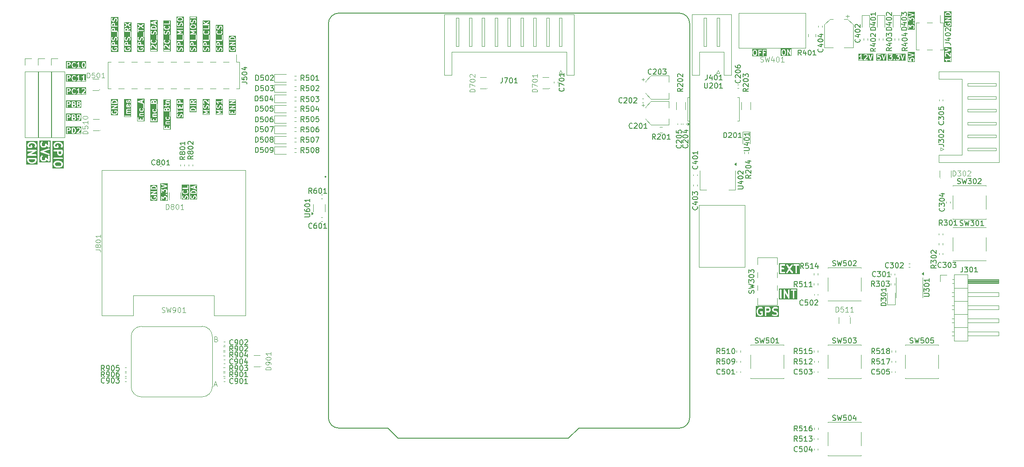
<source format=gbr>
%TF.GenerationSoftware,KiCad,Pcbnew,8.0.0-8.0.0-1~ubuntu22.04.1*%
%TF.CreationDate,2024-03-21T09:18:37+01:00*%
%TF.ProjectId,uC_TP_Boussole_mb,75435f54-505f-4426-9f75-73736f6c655f,rev?*%
%TF.SameCoordinates,Original*%
%TF.FileFunction,Legend,Top*%
%TF.FilePolarity,Positive*%
%FSLAX46Y46*%
G04 Gerber Fmt 4.6, Leading zero omitted, Abs format (unit mm)*
G04 Created by KiCad (PCBNEW 8.0.0-8.0.0-1~ubuntu22.04.1) date 2024-03-21 09:18:37*
%MOMM*%
%LPD*%
G01*
G04 APERTURE LIST*
%ADD10C,0.300000*%
%ADD11C,0.200000*%
%ADD12C,0.100000*%
%ADD13C,0.150000*%
%ADD14C,0.120000*%
%ADD15C,0.127000*%
G04 APERTURE END LIST*
D10*
G36*
X195326691Y-107719180D02*
G01*
X195365357Y-107756171D01*
X195412031Y-107846068D01*
X195413733Y-107989839D01*
X195370800Y-108079081D01*
X195333809Y-108117746D01*
X195244351Y-108164193D01*
X194852885Y-108166071D01*
X194851964Y-107677620D01*
X195236469Y-107675775D01*
X195326691Y-107719180D01*
G37*
G36*
X197306892Y-109344995D02*
G01*
X192816415Y-109344995D01*
X192816415Y-108171185D01*
X192983082Y-108171185D01*
X192985523Y-108377542D01*
X192983259Y-108392762D01*
X192985916Y-108410732D01*
X192985964Y-108414735D01*
X192986811Y-108416779D01*
X192987561Y-108421851D01*
X193058818Y-108696471D01*
X193059837Y-108710804D01*
X193068225Y-108732724D01*
X193068882Y-108735256D01*
X193069526Y-108736126D01*
X193070346Y-108738267D01*
X193144356Y-108880810D01*
X193151218Y-108897377D01*
X193155953Y-108903147D01*
X193157440Y-108906010D01*
X193160433Y-108908606D01*
X193169873Y-108920108D01*
X193298790Y-109045853D01*
X193300297Y-109048867D01*
X193314582Y-109061257D01*
X193335460Y-109081621D01*
X193340439Y-109083683D01*
X193344511Y-109087215D01*
X193371362Y-109099203D01*
X193585991Y-109168061D01*
X193603818Y-109175446D01*
X193611306Y-109176183D01*
X193614322Y-109177151D01*
X193618276Y-109176869D01*
X193633082Y-109178328D01*
X193777289Y-109175913D01*
X193794699Y-109177151D01*
X193801958Y-109175500D01*
X193805203Y-109175446D01*
X193808860Y-109173930D01*
X193823373Y-109170631D01*
X194015936Y-109104018D01*
X194019489Y-109104018D01*
X194037483Y-109096564D01*
X194064510Y-109087215D01*
X194068583Y-109083681D01*
X194073561Y-109081620D01*
X194096292Y-109062965D01*
X194186374Y-108968806D01*
X194206545Y-108920108D01*
X194208771Y-108914735D01*
X194211653Y-108885471D01*
X194208771Y-108356207D01*
X194186373Y-108302135D01*
X194144989Y-108260751D01*
X194090917Y-108238353D01*
X194061653Y-108235471D01*
X193746675Y-108238353D01*
X193692603Y-108260751D01*
X193651219Y-108302135D01*
X193628821Y-108356207D01*
X193628821Y-108414735D01*
X193651219Y-108468807D01*
X193692603Y-108510191D01*
X193746675Y-108532589D01*
X193775939Y-108535471D01*
X193912462Y-108534221D01*
X193914034Y-108822838D01*
X193911594Y-108825388D01*
X193757674Y-108878633D01*
X193662447Y-108880228D01*
X193502332Y-108828859D01*
X193401623Y-108730627D01*
X193348192Y-108627720D01*
X193282974Y-108376373D01*
X193280865Y-108198160D01*
X193341225Y-107947249D01*
X193395108Y-107835246D01*
X193496071Y-107731736D01*
X193651075Y-107678115D01*
X193808879Y-107676247D01*
X193950606Y-107744430D01*
X194008986Y-107748579D01*
X194064508Y-107730072D01*
X194108724Y-107691725D01*
X194134898Y-107639376D01*
X194139047Y-107580996D01*
X194121491Y-107528328D01*
X194554510Y-107528328D01*
X194557392Y-109057592D01*
X194579790Y-109111664D01*
X194621174Y-109153048D01*
X194675246Y-109175446D01*
X194733774Y-109175446D01*
X194787846Y-109153048D01*
X194829230Y-109111664D01*
X194851628Y-109057592D01*
X194854510Y-109028328D01*
X194853445Y-108463327D01*
X195252819Y-108461411D01*
X195257177Y-108462864D01*
X195279418Y-108461283D01*
X195305203Y-108461160D01*
X195310181Y-108459097D01*
X195315557Y-108458716D01*
X195343021Y-108448206D01*
X195485562Y-108374197D01*
X195502131Y-108367335D01*
X195507901Y-108362599D01*
X195510764Y-108361113D01*
X195513360Y-108358119D01*
X195524862Y-108348680D01*
X195596763Y-108273524D01*
X195608724Y-108263152D01*
X195612641Y-108256928D01*
X195614946Y-108254520D01*
X195616462Y-108250858D01*
X195624389Y-108238267D01*
X195684295Y-108113741D01*
X195686373Y-108111664D01*
X195693051Y-108095541D01*
X195706327Y-108067946D01*
X195706708Y-108062570D01*
X195708771Y-108057592D01*
X195711653Y-108028328D01*
X195709378Y-107836094D01*
X195710475Y-107832804D01*
X195709142Y-107814042D01*
X195983082Y-107814042D01*
X195985116Y-107935567D01*
X195984260Y-107938138D01*
X195985437Y-107954707D01*
X195985964Y-107986164D01*
X195988026Y-107991142D01*
X195988408Y-107996518D01*
X195998918Y-108023982D01*
X196072927Y-108166525D01*
X196079790Y-108183093D01*
X196084524Y-108188861D01*
X196086011Y-108191725D01*
X196089005Y-108194321D01*
X196098445Y-108205824D01*
X196173594Y-108277719D01*
X196183971Y-108289684D01*
X196190196Y-108293602D01*
X196192604Y-108295906D01*
X196196263Y-108297421D01*
X196208857Y-108305349D01*
X196344264Y-108370491D01*
X196354725Y-108378242D01*
X196376679Y-108386085D01*
X196379177Y-108387287D01*
X196380257Y-108387363D01*
X196382416Y-108388135D01*
X196642730Y-108450757D01*
X196755265Y-108504895D01*
X196793927Y-108541884D01*
X196840766Y-108632097D01*
X196841983Y-108704793D01*
X196799372Y-108793367D01*
X196762383Y-108832030D01*
X196672756Y-108878564D01*
X196378392Y-108880760D01*
X196151842Y-108808077D01*
X196093462Y-108812227D01*
X196041115Y-108838401D01*
X196002767Y-108882615D01*
X195984259Y-108938140D01*
X195988409Y-108996520D01*
X196014583Y-109048867D01*
X196058797Y-109087215D01*
X196085648Y-109099203D01*
X196300277Y-109168061D01*
X196318104Y-109175446D01*
X196325592Y-109176183D01*
X196328608Y-109177151D01*
X196332562Y-109176869D01*
X196347368Y-109178328D01*
X196681799Y-109175833D01*
X196685748Y-109177150D01*
X196706910Y-109175646D01*
X196733774Y-109175446D01*
X196738752Y-109173383D01*
X196744128Y-109173002D01*
X196771591Y-109162492D01*
X196914131Y-109088484D01*
X196930704Y-109081620D01*
X196936474Y-109076884D01*
X196939335Y-109075399D01*
X196941929Y-109072407D01*
X196953435Y-109062965D01*
X197025330Y-108987815D01*
X197037295Y-108977439D01*
X197041213Y-108971213D01*
X197043517Y-108968806D01*
X197045032Y-108965146D01*
X197052960Y-108952553D01*
X197112866Y-108828028D01*
X197114945Y-108825950D01*
X197121626Y-108809818D01*
X197134898Y-108782233D01*
X197135279Y-108776858D01*
X197137343Y-108771878D01*
X197140225Y-108742614D01*
X197138190Y-108621088D01*
X197139047Y-108618518D01*
X197137869Y-108601953D01*
X197137343Y-108570493D01*
X197135279Y-108565512D01*
X197134898Y-108560138D01*
X197124389Y-108532674D01*
X197050378Y-108390130D01*
X197043517Y-108373565D01*
X197038781Y-108367794D01*
X197037295Y-108364932D01*
X197034301Y-108362335D01*
X197024863Y-108350835D01*
X196949713Y-108278937D01*
X196939336Y-108266972D01*
X196933110Y-108263053D01*
X196930704Y-108260751D01*
X196927045Y-108259235D01*
X196914450Y-108251307D01*
X196779038Y-108186162D01*
X196768581Y-108178414D01*
X196746634Y-108170573D01*
X196744129Y-108169368D01*
X196743045Y-108169291D01*
X196740890Y-108168521D01*
X196480574Y-108105898D01*
X196368042Y-108051761D01*
X196329377Y-108014770D01*
X196282540Y-107924561D01*
X196281323Y-107851862D01*
X196323934Y-107763288D01*
X196360923Y-107724625D01*
X196450549Y-107678091D01*
X196744917Y-107675895D01*
X196971464Y-107748579D01*
X197029844Y-107744430D01*
X197082191Y-107718256D01*
X197120539Y-107674042D01*
X197139047Y-107618518D01*
X197134898Y-107560138D01*
X197108724Y-107507790D01*
X197064510Y-107469443D01*
X197037659Y-107457454D01*
X196823037Y-107388597D01*
X196805203Y-107381210D01*
X196797711Y-107380472D01*
X196794700Y-107379506D01*
X196790750Y-107379786D01*
X196775939Y-107378328D01*
X196441506Y-107380822D01*
X196437557Y-107379506D01*
X196416399Y-107381009D01*
X196389532Y-107381210D01*
X196384551Y-107383273D01*
X196379177Y-107383655D01*
X196351713Y-107394164D01*
X196209169Y-107468174D01*
X196192604Y-107475036D01*
X196186833Y-107479771D01*
X196183971Y-107481258D01*
X196181374Y-107484251D01*
X196169874Y-107493690D01*
X196097976Y-107568839D01*
X196086011Y-107579217D01*
X196082092Y-107585442D01*
X196079790Y-107587849D01*
X196078274Y-107591507D01*
X196070346Y-107604103D01*
X196010439Y-107728628D01*
X196008362Y-107730706D01*
X196001683Y-107746828D01*
X195988408Y-107774424D01*
X195988026Y-107779799D01*
X195985964Y-107784778D01*
X195983082Y-107814042D01*
X195709142Y-107814042D01*
X195709112Y-107813625D01*
X195708771Y-107784778D01*
X195706708Y-107779799D01*
X195706327Y-107774424D01*
X195695817Y-107746961D01*
X195621808Y-107604418D01*
X195614945Y-107587849D01*
X195610209Y-107582078D01*
X195608724Y-107579218D01*
X195605732Y-107576623D01*
X195596290Y-107565118D01*
X195521143Y-107493225D01*
X195510764Y-107481258D01*
X195504535Y-107477337D01*
X195502130Y-107475036D01*
X195498473Y-107473521D01*
X195485878Y-107465593D01*
X195361353Y-107405686D01*
X195359275Y-107403608D01*
X195343143Y-107396926D01*
X195315558Y-107383655D01*
X195310183Y-107383273D01*
X195305203Y-107381210D01*
X195275939Y-107378328D01*
X194675246Y-107381210D01*
X194621174Y-107403608D01*
X194579790Y-107444992D01*
X194557392Y-107499064D01*
X194554510Y-107528328D01*
X194121491Y-107528328D01*
X194120539Y-107525473D01*
X194082193Y-107481258D01*
X194057307Y-107465593D01*
X193932782Y-107405686D01*
X193930704Y-107403608D01*
X193914572Y-107396926D01*
X193886987Y-107383655D01*
X193881612Y-107383273D01*
X193876632Y-107381210D01*
X193847368Y-107378328D01*
X193633376Y-107380860D01*
X193614321Y-107379506D01*
X193606992Y-107381172D01*
X193603818Y-107381210D01*
X193600156Y-107382726D01*
X193585647Y-107386026D01*
X193393087Y-107452639D01*
X193389533Y-107452639D01*
X193371524Y-107460098D01*
X193344511Y-107469443D01*
X193340441Y-107472972D01*
X193335460Y-107475036D01*
X193312730Y-107493691D01*
X193171708Y-107638271D01*
X193157440Y-107650646D01*
X193153439Y-107657001D01*
X193151218Y-107659279D01*
X193149702Y-107662938D01*
X193141775Y-107675532D01*
X193076632Y-107810939D01*
X193068882Y-107821400D01*
X193061038Y-107843354D01*
X193059837Y-107845852D01*
X193059760Y-107846932D01*
X193058989Y-107849091D01*
X192992120Y-108127059D01*
X192985964Y-108141921D01*
X192984175Y-108160086D01*
X192983259Y-108163894D01*
X192983584Y-108166081D01*
X192983082Y-108171185D01*
X192816415Y-108171185D01*
X192816415Y-107211661D01*
X197306892Y-107211661D01*
X197306892Y-109344995D01*
G37*
G36*
X200896868Y-105944629D02*
G01*
X197337843Y-105944629D01*
X197337843Y-104128328D01*
X197504510Y-104128328D01*
X197507392Y-105657592D01*
X197529790Y-105711664D01*
X197571174Y-105753048D01*
X197625246Y-105775446D01*
X197683774Y-105775446D01*
X197737846Y-105753048D01*
X197779230Y-105711664D01*
X197801628Y-105657592D01*
X197804510Y-105628328D01*
X197801683Y-104128328D01*
X198218796Y-104128328D01*
X198221678Y-105657592D01*
X198244076Y-105711664D01*
X198285460Y-105753048D01*
X198339532Y-105775446D01*
X198398060Y-105775446D01*
X198452132Y-105753048D01*
X198493516Y-105711664D01*
X198515914Y-105657592D01*
X198518796Y-105628328D01*
X198517024Y-104688211D01*
X199093773Y-105693689D01*
X199101219Y-105711664D01*
X199107937Y-105718382D01*
X199112724Y-105726727D01*
X199128497Y-105738942D01*
X199142603Y-105753048D01*
X199151436Y-105756706D01*
X199158998Y-105762563D01*
X199178246Y-105767812D01*
X199196675Y-105775446D01*
X199206237Y-105775446D01*
X199215462Y-105777962D01*
X199235253Y-105775446D01*
X199255203Y-105775446D01*
X199264036Y-105771786D01*
X199273522Y-105770581D01*
X199290844Y-105760682D01*
X199309275Y-105753048D01*
X199316035Y-105746287D01*
X199324338Y-105741543D01*
X199336551Y-105725771D01*
X199350659Y-105711664D01*
X199354318Y-105702828D01*
X199360173Y-105695269D01*
X199365421Y-105676024D01*
X199373057Y-105657592D01*
X199374530Y-105642627D01*
X199375573Y-105638806D01*
X199375197Y-105635854D01*
X199375939Y-105628328D01*
X199373167Y-104157592D01*
X199578822Y-104157592D01*
X199601220Y-104211664D01*
X199642604Y-104253048D01*
X199696676Y-104275446D01*
X199725940Y-104278328D01*
X200004791Y-104277421D01*
X200007393Y-105657592D01*
X200029791Y-105711664D01*
X200071175Y-105753048D01*
X200125247Y-105775446D01*
X200183775Y-105775446D01*
X200237847Y-105753048D01*
X200279231Y-105711664D01*
X200301629Y-105657592D01*
X200304511Y-105628328D01*
X200301963Y-104276455D01*
X200612347Y-104275446D01*
X200666419Y-104253048D01*
X200707803Y-104211664D01*
X200730201Y-104157592D01*
X200730201Y-104099064D01*
X200707803Y-104044992D01*
X200666419Y-104003608D01*
X200612347Y-103981210D01*
X200583083Y-103978328D01*
X199696676Y-103981210D01*
X199642604Y-104003608D01*
X199601220Y-104044992D01*
X199578822Y-104099064D01*
X199578822Y-104157592D01*
X199373167Y-104157592D01*
X199373057Y-104099064D01*
X199350659Y-104044992D01*
X199309275Y-104003608D01*
X199255203Y-103981210D01*
X199196675Y-103981210D01*
X199142603Y-104003608D01*
X199101219Y-104044992D01*
X199078821Y-104099064D01*
X199075939Y-104128328D01*
X199077710Y-105068443D01*
X198500961Y-104062966D01*
X198493516Y-104044992D01*
X198486797Y-104038273D01*
X198482011Y-104029929D01*
X198466239Y-104017715D01*
X198452132Y-104003608D01*
X198443296Y-103999948D01*
X198435737Y-103994094D01*
X198416492Y-103988845D01*
X198398060Y-103981210D01*
X198388498Y-103981210D01*
X198379273Y-103978694D01*
X198359482Y-103981210D01*
X198339532Y-103981210D01*
X198330698Y-103984869D01*
X198321213Y-103986075D01*
X198303890Y-103995973D01*
X198285460Y-104003608D01*
X198278699Y-104010368D01*
X198270397Y-104015113D01*
X198258183Y-104030884D01*
X198244076Y-104044992D01*
X198240416Y-104053827D01*
X198234562Y-104061387D01*
X198229313Y-104080631D01*
X198221678Y-104099064D01*
X198220204Y-104114030D01*
X198219162Y-104117851D01*
X198219537Y-104120802D01*
X198218796Y-104128328D01*
X197801683Y-104128328D01*
X197801628Y-104099064D01*
X197779230Y-104044992D01*
X197737846Y-104003608D01*
X197683774Y-103981210D01*
X197625246Y-103981210D01*
X197571174Y-104003608D01*
X197529790Y-104044992D01*
X197507392Y-104099064D01*
X197504510Y-104128328D01*
X197337843Y-104128328D01*
X197337843Y-103811661D01*
X200896868Y-103811661D01*
X200896868Y-105944629D01*
G37*
G36*
X201396867Y-101044995D02*
G01*
X197337843Y-101044995D01*
X197337843Y-99228328D01*
X197504510Y-99228328D01*
X197507392Y-100757592D01*
X197529790Y-100811664D01*
X197571174Y-100853048D01*
X197625246Y-100875446D01*
X197654510Y-100878328D01*
X198398060Y-100875446D01*
X198452132Y-100853048D01*
X198493516Y-100811664D01*
X198515914Y-100757592D01*
X198515914Y-100728486D01*
X198718796Y-100728486D01*
X198730274Y-100785875D01*
X198762840Y-100834505D01*
X198811539Y-100866970D01*
X198868954Y-100878328D01*
X198926343Y-100866850D01*
X198974973Y-100834284D01*
X198993604Y-100811533D01*
X199369217Y-100246188D01*
X199762619Y-100834284D01*
X199811249Y-100866850D01*
X199868639Y-100878328D01*
X199926053Y-100866971D01*
X199974752Y-100834505D01*
X200007318Y-100785875D01*
X200018796Y-100728486D01*
X200007439Y-100671071D01*
X199993604Y-100645123D01*
X199547369Y-99978047D01*
X200007439Y-99285585D01*
X200012976Y-99257592D01*
X200078821Y-99257592D01*
X200101219Y-99311664D01*
X200142603Y-99353048D01*
X200196675Y-99375446D01*
X200225939Y-99378328D01*
X200504790Y-99377421D01*
X200507392Y-100757592D01*
X200529790Y-100811664D01*
X200571174Y-100853048D01*
X200625246Y-100875446D01*
X200683774Y-100875446D01*
X200737846Y-100853048D01*
X200779230Y-100811664D01*
X200801628Y-100757592D01*
X200804510Y-100728328D01*
X200801962Y-99376455D01*
X201112346Y-99375446D01*
X201166418Y-99353048D01*
X201207802Y-99311664D01*
X201230200Y-99257592D01*
X201230200Y-99199064D01*
X201207802Y-99144992D01*
X201166418Y-99103608D01*
X201112346Y-99081210D01*
X201083082Y-99078328D01*
X200196675Y-99081210D01*
X200142603Y-99103608D01*
X200101219Y-99144992D01*
X200078821Y-99199064D01*
X200078821Y-99257592D01*
X200012976Y-99257592D01*
X200018796Y-99228170D01*
X200007318Y-99170781D01*
X199974752Y-99122151D01*
X199926053Y-99089685D01*
X199868639Y-99078328D01*
X199811249Y-99089806D01*
X199762619Y-99122372D01*
X199743989Y-99145123D01*
X199368375Y-99710468D01*
X198974973Y-99122372D01*
X198926343Y-99089806D01*
X198868954Y-99078328D01*
X198811539Y-99089686D01*
X198762840Y-99122151D01*
X198730274Y-99170781D01*
X198718796Y-99228170D01*
X198730154Y-99285585D01*
X198743988Y-99311533D01*
X199190223Y-99978609D01*
X198730154Y-100671071D01*
X198718796Y-100728486D01*
X198515914Y-100728486D01*
X198515914Y-100699064D01*
X198493516Y-100644992D01*
X198452132Y-100603608D01*
X198398060Y-100581210D01*
X198368796Y-100578328D01*
X197804231Y-100580516D01*
X197803310Y-100091803D01*
X198183774Y-100089732D01*
X198237846Y-100067334D01*
X198279230Y-100025950D01*
X198301628Y-99971878D01*
X198301628Y-99913350D01*
X198279230Y-99859278D01*
X198237846Y-99817894D01*
X198183774Y-99795496D01*
X198154510Y-99792614D01*
X197802750Y-99794529D01*
X197801964Y-99377756D01*
X198398060Y-99375446D01*
X198452132Y-99353048D01*
X198493516Y-99311664D01*
X198515914Y-99257592D01*
X198515914Y-99199064D01*
X198493516Y-99144992D01*
X198452132Y-99103608D01*
X198398060Y-99081210D01*
X198368796Y-99078328D01*
X197625246Y-99081210D01*
X197571174Y-99103608D01*
X197529790Y-99144992D01*
X197507392Y-99199064D01*
X197504510Y-99228328D01*
X197337843Y-99228328D01*
X197337843Y-98911661D01*
X201396867Y-98911661D01*
X201396867Y-101044995D01*
G37*
G36*
X58068529Y-79401403D02*
G01*
X58164558Y-79495069D01*
X58211962Y-79586369D01*
X58213929Y-79801365D01*
X58171072Y-79890450D01*
X58073938Y-79990035D01*
X57852800Y-80047416D01*
X57390106Y-80049935D01*
X57154812Y-79993331D01*
X57058784Y-79899668D01*
X57011379Y-79808366D01*
X57009412Y-79593370D01*
X57052269Y-79504285D01*
X57149404Y-79404698D01*
X57370539Y-79347319D01*
X57833235Y-79344800D01*
X58068529Y-79401403D01*
G37*
G36*
X58214223Y-77586469D02*
G01*
X58170818Y-77676692D01*
X58133827Y-77715357D01*
X58043931Y-77762031D01*
X57900159Y-77763733D01*
X57810917Y-77720800D01*
X57772252Y-77683809D01*
X57725805Y-77594351D01*
X57723927Y-77202885D01*
X58212378Y-77201964D01*
X58214223Y-77586469D01*
G37*
G36*
X58678338Y-80514035D02*
G01*
X56545004Y-80514035D01*
X56545004Y-79554511D01*
X56711671Y-79554511D01*
X56714079Y-79817771D01*
X56712849Y-79821464D01*
X56714300Y-79841887D01*
X56714553Y-79869489D01*
X56716616Y-79874469D01*
X56716998Y-79879844D01*
X56727507Y-79907307D01*
X56801516Y-80049849D01*
X56808379Y-80066417D01*
X56813114Y-80072187D01*
X56814601Y-80075050D01*
X56817594Y-80077646D01*
X56827034Y-80089148D01*
X56960316Y-80219150D01*
X56964860Y-80226723D01*
X56978258Y-80236650D01*
X56992621Y-80250660D01*
X57002924Y-80254927D01*
X57011885Y-80261567D01*
X57039576Y-80271460D01*
X57317546Y-80338330D01*
X57332407Y-80344486D01*
X57350570Y-80346274D01*
X57354379Y-80347191D01*
X57356567Y-80346865D01*
X57361671Y-80347368D01*
X57852202Y-80344696D01*
X57868962Y-80347191D01*
X57887112Y-80344506D01*
X57890935Y-80344486D01*
X57892979Y-80343639D01*
X57898052Y-80342889D01*
X58167175Y-80273057D01*
X58176648Y-80273057D01*
X58192534Y-80266476D01*
X58211456Y-80261567D01*
X58220416Y-80254927D01*
X58230720Y-80250660D01*
X58253451Y-80232005D01*
X58394476Y-80087421D01*
X58408741Y-80075050D01*
X58412739Y-80068697D01*
X58414963Y-80066418D01*
X58416479Y-80062755D01*
X58424406Y-80050164D01*
X58484312Y-79925639D01*
X58486391Y-79923561D01*
X58493072Y-79907429D01*
X58506344Y-79879844D01*
X58506725Y-79874469D01*
X58508789Y-79869489D01*
X58511671Y-79840225D01*
X58509262Y-79576964D01*
X58510493Y-79573272D01*
X58509041Y-79552848D01*
X58508789Y-79525247D01*
X58506725Y-79520266D01*
X58506344Y-79514892D01*
X58495835Y-79487428D01*
X58421824Y-79344884D01*
X58414963Y-79328319D01*
X58410227Y-79322548D01*
X58408741Y-79319686D01*
X58405746Y-79317089D01*
X58396308Y-79305588D01*
X58263025Y-79175584D01*
X58258482Y-79168012D01*
X58245084Y-79158085D01*
X58230721Y-79144075D01*
X58220415Y-79139806D01*
X58211456Y-79133168D01*
X58183765Y-79123275D01*
X57905796Y-79056406D01*
X57890935Y-79050250D01*
X57872769Y-79048461D01*
X57868962Y-79047545D01*
X57866774Y-79047870D01*
X57861671Y-79047368D01*
X57371139Y-79050039D01*
X57354380Y-79047545D01*
X57336230Y-79050229D01*
X57332407Y-79050250D01*
X57330362Y-79051097D01*
X57325291Y-79051847D01*
X57056168Y-79121678D01*
X57046694Y-79121678D01*
X57030806Y-79128258D01*
X57011886Y-79133168D01*
X57002926Y-79139806D01*
X56992621Y-79144075D01*
X56969891Y-79162730D01*
X56828868Y-79307312D01*
X56814601Y-79319686D01*
X56810600Y-79326041D01*
X56808379Y-79328319D01*
X56806863Y-79331978D01*
X56798936Y-79344572D01*
X56739029Y-79469096D01*
X56736951Y-79471175D01*
X56730269Y-79487306D01*
X56716998Y-79514892D01*
X56716616Y-79520266D01*
X56714553Y-79525247D01*
X56711671Y-79554511D01*
X56545004Y-79554511D01*
X56545004Y-78583774D01*
X56714553Y-78583774D01*
X56736951Y-78637846D01*
X56778335Y-78679230D01*
X56832407Y-78701628D01*
X56861671Y-78704510D01*
X58390935Y-78701628D01*
X58445007Y-78679230D01*
X58486391Y-78637846D01*
X58508789Y-78583774D01*
X58508789Y-78525246D01*
X58486391Y-78471174D01*
X58445007Y-78429790D01*
X58390935Y-78407392D01*
X58361671Y-78404510D01*
X56832407Y-78407392D01*
X56778335Y-78429790D01*
X56736951Y-78471174D01*
X56714553Y-78525246D01*
X56714553Y-78583774D01*
X56545004Y-78583774D01*
X56545004Y-77083774D01*
X56714553Y-77083774D01*
X56736951Y-77137846D01*
X56778335Y-77179230D01*
X56832407Y-77201628D01*
X56861671Y-77204510D01*
X57426671Y-77203445D01*
X57428587Y-77602819D01*
X57427135Y-77607177D01*
X57428715Y-77629418D01*
X57428839Y-77655203D01*
X57430901Y-77660181D01*
X57431283Y-77665557D01*
X57441793Y-77693021D01*
X57515801Y-77835562D01*
X57522664Y-77852131D01*
X57527399Y-77857901D01*
X57528886Y-77860764D01*
X57531879Y-77863360D01*
X57541319Y-77874862D01*
X57616474Y-77946763D01*
X57626847Y-77958724D01*
X57633070Y-77962641D01*
X57635479Y-77964946D01*
X57639140Y-77966462D01*
X57651732Y-77974389D01*
X57776257Y-78034295D01*
X57778335Y-78036373D01*
X57794457Y-78043051D01*
X57822053Y-78056327D01*
X57827428Y-78056708D01*
X57832407Y-78058771D01*
X57861671Y-78061653D01*
X58053904Y-78059378D01*
X58057195Y-78060475D01*
X58076373Y-78059112D01*
X58105221Y-78058771D01*
X58110199Y-78056708D01*
X58115575Y-78056327D01*
X58143039Y-78045817D01*
X58285582Y-77971807D01*
X58302150Y-77964945D01*
X58307918Y-77960210D01*
X58310782Y-77958724D01*
X58313378Y-77955729D01*
X58324881Y-77946290D01*
X58396776Y-77871140D01*
X58408741Y-77860764D01*
X58412659Y-77854538D01*
X58414963Y-77852131D01*
X58416478Y-77848471D01*
X58424406Y-77835878D01*
X58484312Y-77711353D01*
X58486391Y-77709275D01*
X58493072Y-77693143D01*
X58506344Y-77665558D01*
X58506725Y-77660183D01*
X58508789Y-77655203D01*
X58511671Y-77625939D01*
X58508789Y-77025246D01*
X58486391Y-76971174D01*
X58445007Y-76929790D01*
X58390935Y-76907392D01*
X58361671Y-76904510D01*
X56832407Y-76907392D01*
X56778335Y-76929790D01*
X56736951Y-76971174D01*
X56714553Y-77025246D01*
X56714553Y-77083774D01*
X56545004Y-77083774D01*
X56545004Y-75983082D01*
X56711671Y-75983082D01*
X56714085Y-76127297D01*
X56712849Y-76144700D01*
X56714498Y-76151954D01*
X56714553Y-76155203D01*
X56716070Y-76158865D01*
X56719369Y-76173373D01*
X56785982Y-76365933D01*
X56785982Y-76369488D01*
X56793440Y-76387495D01*
X56802786Y-76414510D01*
X56806316Y-76418580D01*
X56808379Y-76423560D01*
X56827034Y-76446291D01*
X56921192Y-76536374D01*
X56943589Y-76545650D01*
X56975264Y-76558771D01*
X57004528Y-76561653D01*
X57533792Y-76558771D01*
X57587864Y-76536373D01*
X57629248Y-76494989D01*
X57651646Y-76440917D01*
X57651646Y-76440916D01*
X57654528Y-76411653D01*
X57651646Y-76096675D01*
X57629248Y-76042603D01*
X57587864Y-76001219D01*
X57533792Y-75978821D01*
X57475264Y-75978821D01*
X57421192Y-76001219D01*
X57379808Y-76042603D01*
X57357410Y-76096675D01*
X57354528Y-76125939D01*
X57355777Y-76262462D01*
X57067161Y-76264034D01*
X57064610Y-76261593D01*
X57011365Y-76107676D01*
X57009770Y-76012445D01*
X57061139Y-75852334D01*
X57159372Y-75751622D01*
X57262277Y-75698192D01*
X57513625Y-75632974D01*
X57691838Y-75630865D01*
X57942749Y-75691225D01*
X58054752Y-75745108D01*
X58158262Y-75846071D01*
X58211883Y-76001075D01*
X58213751Y-76158879D01*
X58145569Y-76300606D01*
X58141420Y-76358986D01*
X58159927Y-76414509D01*
X58198274Y-76458724D01*
X58250623Y-76484898D01*
X58309003Y-76489047D01*
X58364526Y-76470540D01*
X58408741Y-76432193D01*
X58424406Y-76407307D01*
X58484312Y-76282782D01*
X58486391Y-76280704D01*
X58493072Y-76264572D01*
X58506344Y-76236987D01*
X58506725Y-76231612D01*
X58508789Y-76226632D01*
X58511671Y-76197368D01*
X58509138Y-75983376D01*
X58510493Y-75964321D01*
X58508826Y-75956992D01*
X58508789Y-75953818D01*
X58507272Y-75950156D01*
X58503973Y-75935647D01*
X58437360Y-75743086D01*
X58437360Y-75739533D01*
X58429900Y-75721524D01*
X58420556Y-75694511D01*
X58417026Y-75690441D01*
X58414963Y-75685460D01*
X58396308Y-75662730D01*
X58251727Y-75521708D01*
X58239353Y-75507440D01*
X58232997Y-75503439D01*
X58230720Y-75501218D01*
X58227060Y-75499702D01*
X58214467Y-75491775D01*
X58079059Y-75426632D01*
X58068599Y-75418882D01*
X58046644Y-75411038D01*
X58044147Y-75409837D01*
X58043066Y-75409760D01*
X58040908Y-75408989D01*
X57762939Y-75342120D01*
X57748078Y-75335964D01*
X57729912Y-75334175D01*
X57726105Y-75333259D01*
X57723917Y-75333584D01*
X57718814Y-75333082D01*
X57512456Y-75335523D01*
X57497237Y-75333259D01*
X57479266Y-75335916D01*
X57475264Y-75335964D01*
X57473219Y-75336811D01*
X57468148Y-75337561D01*
X57193527Y-75408818D01*
X57179195Y-75409837D01*
X57157271Y-75418225D01*
X57154743Y-75418882D01*
X57153873Y-75419526D01*
X57151731Y-75420346D01*
X57009191Y-75494354D01*
X56992621Y-75501218D01*
X56986849Y-75505954D01*
X56983989Y-75507440D01*
X56981393Y-75510432D01*
X56969891Y-75519873D01*
X56844147Y-75648789D01*
X56841133Y-75650297D01*
X56828739Y-75664586D01*
X56808379Y-75685461D01*
X56806316Y-75690440D01*
X56802786Y-75694511D01*
X56790797Y-75721362D01*
X56721940Y-75935983D01*
X56714553Y-75953818D01*
X56713815Y-75961309D01*
X56712849Y-75964321D01*
X56713129Y-75968270D01*
X56711671Y-75983082D01*
X56545004Y-75983082D01*
X56545004Y-75166415D01*
X58678338Y-75166415D01*
X58678338Y-80514035D01*
G37*
G36*
X56138338Y-79371177D02*
G01*
X54005004Y-79371177D01*
X54005004Y-78340224D01*
X54171671Y-78340224D01*
X54174224Y-78745906D01*
X54172849Y-78750033D01*
X54174386Y-78771678D01*
X54174553Y-78798059D01*
X54176614Y-78803036D01*
X54176997Y-78808414D01*
X54187507Y-78835877D01*
X54261516Y-78978419D01*
X54268379Y-78994988D01*
X54273114Y-79000758D01*
X54274601Y-79003621D01*
X54277594Y-79006217D01*
X54287034Y-79017719D01*
X54362186Y-79089618D01*
X54372560Y-79101580D01*
X54378782Y-79105497D01*
X54381192Y-79107802D01*
X54384854Y-79109318D01*
X54397446Y-79117245D01*
X54521970Y-79177151D01*
X54524049Y-79179230D01*
X54540180Y-79185911D01*
X54567766Y-79199183D01*
X54573140Y-79199564D01*
X54578121Y-79201628D01*
X54607385Y-79204510D01*
X54941817Y-79202015D01*
X54945767Y-79203332D01*
X54966924Y-79201828D01*
X54993792Y-79201628D01*
X54998772Y-79199564D01*
X55004147Y-79199183D01*
X55031610Y-79188674D01*
X55174156Y-79114662D01*
X55190719Y-79107802D01*
X55196488Y-79103067D01*
X55199353Y-79101580D01*
X55201950Y-79098585D01*
X55213450Y-79089148D01*
X55285346Y-79013999D01*
X55297314Y-79003620D01*
X55301232Y-78997394D01*
X55303534Y-78994989D01*
X55305049Y-78991330D01*
X55312978Y-78978734D01*
X55371016Y-78858091D01*
X55722370Y-79163265D01*
X55738335Y-79179230D01*
X55742953Y-79181143D01*
X55746816Y-79184498D01*
X55769895Y-79192303D01*
X55792407Y-79201628D01*
X55797469Y-79201628D01*
X55802259Y-79203248D01*
X55826559Y-79201628D01*
X55850935Y-79201628D01*
X55855610Y-79199691D01*
X55860655Y-79199355D01*
X55882490Y-79188556D01*
X55905007Y-79179230D01*
X55908583Y-79175653D01*
X55913118Y-79173411D01*
X55929161Y-79155075D01*
X55946391Y-79137846D01*
X55948327Y-79133171D01*
X55951659Y-79129364D01*
X55959462Y-79106288D01*
X55968789Y-79083774D01*
X55969492Y-79076632D01*
X55970409Y-79073922D01*
X55970146Y-79069987D01*
X55971671Y-79054510D01*
X55968789Y-78096674D01*
X55946391Y-78042602D01*
X55905007Y-78001218D01*
X55850935Y-77978820D01*
X55792407Y-77978820D01*
X55738335Y-78001218D01*
X55696951Y-78042602D01*
X55674553Y-78096674D01*
X55671671Y-78125938D01*
X55673479Y-78727116D01*
X55349549Y-78445761D01*
X55333578Y-78429790D01*
X55328957Y-78427876D01*
X55325096Y-78424522D01*
X55302014Y-78416715D01*
X55279506Y-78407392D01*
X55274447Y-78407392D01*
X55269654Y-78405771D01*
X55245345Y-78407392D01*
X55220978Y-78407392D01*
X55216302Y-78409328D01*
X55211258Y-78409665D01*
X55189422Y-78420463D01*
X55166906Y-78429790D01*
X55163329Y-78433366D01*
X55158795Y-78435609D01*
X55142751Y-78453944D01*
X55125522Y-78471174D01*
X55123585Y-78475848D01*
X55120254Y-78479656D01*
X55112447Y-78502737D01*
X55103124Y-78525246D01*
X55102421Y-78532383D01*
X55101503Y-78535098D01*
X55101765Y-78539037D01*
X55100242Y-78554510D01*
X55102322Y-78730306D01*
X55059389Y-78819550D01*
X55022401Y-78858211D01*
X54932774Y-78904746D01*
X54646480Y-78906882D01*
X54556632Y-78863657D01*
X54517968Y-78826667D01*
X54471471Y-78737114D01*
X54469220Y-78379482D01*
X54512523Y-78289471D01*
X54589249Y-78209273D01*
X54611646Y-78155200D01*
X54611645Y-78096674D01*
X54589248Y-78042602D01*
X54547862Y-78001217D01*
X54493790Y-77978820D01*
X54435264Y-77978821D01*
X54381192Y-78001218D01*
X54358461Y-78019873D01*
X54286568Y-78095019D01*
X54274601Y-78105399D01*
X54270680Y-78111627D01*
X54268379Y-78114033D01*
X54266864Y-78117689D01*
X54258936Y-78130285D01*
X54199029Y-78254809D01*
X54196951Y-78256888D01*
X54190269Y-78273019D01*
X54176998Y-78300605D01*
X54176616Y-78305979D01*
X54174553Y-78310960D01*
X54171671Y-78340224D01*
X54005004Y-78340224D01*
X54005004Y-77287557D01*
X54172849Y-77287557D01*
X54176238Y-77297724D01*
X54176998Y-77308416D01*
X54185409Y-77325239D01*
X54191357Y-77343081D01*
X54198379Y-77351177D01*
X54203172Y-77360763D01*
X54217380Y-77373086D01*
X54229704Y-77387295D01*
X54239289Y-77392087D01*
X54247386Y-77399110D01*
X54274237Y-77411098D01*
X55802911Y-77917619D01*
X55861291Y-77913469D01*
X55913638Y-77887295D01*
X55951985Y-77843081D01*
X55970494Y-77787557D01*
X55966344Y-77729177D01*
X55940171Y-77676829D01*
X55895956Y-77638482D01*
X55869105Y-77626494D01*
X54791538Y-77269446D01*
X55895956Y-76899110D01*
X55940171Y-76860763D01*
X55966344Y-76808415D01*
X55970494Y-76750035D01*
X55951985Y-76694511D01*
X55913638Y-76650297D01*
X55861291Y-76624123D01*
X55802911Y-76619973D01*
X55774237Y-76626493D01*
X54292400Y-77123387D01*
X54282051Y-77124123D01*
X54265443Y-77132426D01*
X54247386Y-77138482D01*
X54239289Y-77145504D01*
X54229704Y-77150297D01*
X54217380Y-77164505D01*
X54203172Y-77176829D01*
X54198379Y-77186414D01*
X54191357Y-77194511D01*
X54185409Y-77212352D01*
X54176998Y-77229176D01*
X54176238Y-77239867D01*
X54172849Y-77250035D01*
X54174182Y-77268796D01*
X54172849Y-77287557D01*
X54005004Y-77287557D01*
X54005004Y-75625939D01*
X54171671Y-75625939D01*
X54174224Y-76031621D01*
X54172849Y-76035748D01*
X54174386Y-76057393D01*
X54174553Y-76083774D01*
X54176614Y-76088751D01*
X54176997Y-76094129D01*
X54187507Y-76121592D01*
X54261516Y-76264134D01*
X54268379Y-76280703D01*
X54273114Y-76286473D01*
X54274601Y-76289336D01*
X54277594Y-76291932D01*
X54287034Y-76303434D01*
X54362186Y-76375333D01*
X54372560Y-76387295D01*
X54378782Y-76391212D01*
X54381192Y-76393517D01*
X54384854Y-76395033D01*
X54397446Y-76402960D01*
X54521970Y-76462866D01*
X54524049Y-76464945D01*
X54540180Y-76471626D01*
X54567766Y-76484898D01*
X54573140Y-76485279D01*
X54578121Y-76487343D01*
X54607385Y-76490225D01*
X54941817Y-76487730D01*
X54945767Y-76489047D01*
X54966924Y-76487543D01*
X54993792Y-76487343D01*
X54998772Y-76485279D01*
X55004147Y-76484898D01*
X55031610Y-76474389D01*
X55174156Y-76400377D01*
X55190719Y-76393517D01*
X55196488Y-76388782D01*
X55199353Y-76387295D01*
X55201950Y-76384300D01*
X55213450Y-76374863D01*
X55285346Y-76299714D01*
X55297314Y-76289335D01*
X55301232Y-76283109D01*
X55303534Y-76280704D01*
X55305049Y-76277045D01*
X55312978Y-76264449D01*
X55371016Y-76143806D01*
X55722370Y-76448980D01*
X55738335Y-76464945D01*
X55742953Y-76466858D01*
X55746816Y-76470213D01*
X55769895Y-76478018D01*
X55792407Y-76487343D01*
X55797469Y-76487343D01*
X55802259Y-76488963D01*
X55826559Y-76487343D01*
X55850935Y-76487343D01*
X55855610Y-76485406D01*
X55860655Y-76485070D01*
X55882490Y-76474271D01*
X55905007Y-76464945D01*
X55908583Y-76461368D01*
X55913118Y-76459126D01*
X55929161Y-76440790D01*
X55946391Y-76423561D01*
X55948327Y-76418886D01*
X55951659Y-76415079D01*
X55959462Y-76392003D01*
X55968789Y-76369489D01*
X55969492Y-76362347D01*
X55970409Y-76359637D01*
X55970146Y-76355702D01*
X55971671Y-76340225D01*
X55968789Y-75382389D01*
X55946391Y-75328317D01*
X55905007Y-75286933D01*
X55850935Y-75264535D01*
X55792407Y-75264535D01*
X55738335Y-75286933D01*
X55696951Y-75328317D01*
X55674553Y-75382389D01*
X55671671Y-75411653D01*
X55673479Y-76012831D01*
X55349549Y-75731476D01*
X55333578Y-75715505D01*
X55328957Y-75713591D01*
X55325096Y-75710237D01*
X55302014Y-75702430D01*
X55279506Y-75693107D01*
X55274447Y-75693107D01*
X55269654Y-75691486D01*
X55245345Y-75693107D01*
X55220978Y-75693107D01*
X55216302Y-75695043D01*
X55211258Y-75695380D01*
X55189422Y-75706178D01*
X55166906Y-75715505D01*
X55163329Y-75719081D01*
X55158795Y-75721324D01*
X55142751Y-75739659D01*
X55125522Y-75756889D01*
X55123585Y-75761563D01*
X55120254Y-75765371D01*
X55112447Y-75788452D01*
X55103124Y-75810961D01*
X55102421Y-75818098D01*
X55101503Y-75820813D01*
X55101765Y-75824752D01*
X55100242Y-75840225D01*
X55102322Y-76016021D01*
X55059389Y-76105265D01*
X55022401Y-76143926D01*
X54932774Y-76190461D01*
X54646480Y-76192597D01*
X54556632Y-76149372D01*
X54517968Y-76112382D01*
X54471471Y-76022829D01*
X54469220Y-75665197D01*
X54512523Y-75575186D01*
X54589249Y-75494988D01*
X54611646Y-75440915D01*
X54611645Y-75382389D01*
X54589248Y-75328317D01*
X54547862Y-75286932D01*
X54493790Y-75264535D01*
X54435264Y-75264536D01*
X54381192Y-75286933D01*
X54358461Y-75305588D01*
X54286568Y-75380734D01*
X54274601Y-75391114D01*
X54270680Y-75397342D01*
X54268379Y-75399748D01*
X54266864Y-75403404D01*
X54258936Y-75416000D01*
X54199029Y-75540524D01*
X54196951Y-75542603D01*
X54190269Y-75558734D01*
X54176998Y-75586320D01*
X54176616Y-75591694D01*
X54174553Y-75596675D01*
X54171671Y-75625939D01*
X54005004Y-75625939D01*
X54005004Y-75097868D01*
X56138338Y-75097868D01*
X56138338Y-79371177D01*
G37*
G36*
X53134103Y-78952057D02*
G01*
X53082202Y-79113830D01*
X52983971Y-79214540D01*
X52881063Y-79267971D01*
X52629716Y-79333189D01*
X52451503Y-79335298D01*
X52200592Y-79274938D01*
X52088588Y-79221055D01*
X51985079Y-79120094D01*
X51931538Y-78965320D01*
X51930123Y-78775659D01*
X53132770Y-78773392D01*
X53134103Y-78952057D01*
G37*
G36*
X53598338Y-79799749D02*
G01*
X51465004Y-79799749D01*
X51465004Y-78625939D01*
X51631671Y-78625939D01*
X51634320Y-78981141D01*
X51632849Y-79001843D01*
X51634529Y-79009234D01*
X51634553Y-79012346D01*
X51636070Y-79016008D01*
X51639369Y-79030516D01*
X51705982Y-79223076D01*
X51705982Y-79226631D01*
X51713440Y-79244638D01*
X51722786Y-79271653D01*
X51726316Y-79275723D01*
X51728379Y-79280703D01*
X51747034Y-79303434D01*
X51891617Y-79444459D01*
X51903989Y-79458724D01*
X51910341Y-79462722D01*
X51912621Y-79464946D01*
X51916283Y-79466462D01*
X51928875Y-79474389D01*
X52064282Y-79539531D01*
X52074743Y-79547282D01*
X52096697Y-79555125D01*
X52099195Y-79556327D01*
X52100275Y-79556403D01*
X52102434Y-79557175D01*
X52380402Y-79624043D01*
X52395264Y-79630200D01*
X52413429Y-79631988D01*
X52417237Y-79632905D01*
X52419424Y-79632579D01*
X52424528Y-79633082D01*
X52630885Y-79630640D01*
X52646105Y-79632905D01*
X52664075Y-79630247D01*
X52668078Y-79630200D01*
X52670122Y-79629352D01*
X52675194Y-79628603D01*
X52949814Y-79557345D01*
X52964147Y-79556327D01*
X52986067Y-79547938D01*
X52988599Y-79547282D01*
X52989469Y-79546637D01*
X52991610Y-79545818D01*
X53134152Y-79471808D01*
X53150720Y-79464946D01*
X53156490Y-79460210D01*
X53159353Y-79458724D01*
X53161949Y-79455730D01*
X53173451Y-79446291D01*
X53299194Y-79317374D01*
X53302208Y-79315868D01*
X53314594Y-79301586D01*
X53334963Y-79280704D01*
X53337026Y-79275722D01*
X53340556Y-79271653D01*
X53352544Y-79244802D01*
X53421401Y-79030181D01*
X53428789Y-79012346D01*
X53429526Y-79004854D01*
X53430493Y-79001843D01*
X53430212Y-78997893D01*
X53431671Y-78983082D01*
X53428789Y-78596675D01*
X53406391Y-78542603D01*
X53365007Y-78501219D01*
X53310935Y-78478821D01*
X53281671Y-78475939D01*
X51752407Y-78478821D01*
X51698335Y-78501219D01*
X51656951Y-78542603D01*
X51634553Y-78596675D01*
X51631671Y-78625939D01*
X51465004Y-78625939D01*
X51465004Y-77901176D01*
X51632037Y-77901176D01*
X51634553Y-77920967D01*
X51634553Y-77940917D01*
X51638212Y-77949750D01*
X51639418Y-77959236D01*
X51649316Y-77976558D01*
X51656951Y-77994989D01*
X51663711Y-78001749D01*
X51668456Y-78010052D01*
X51684227Y-78022265D01*
X51698335Y-78036373D01*
X51707170Y-78040032D01*
X51714730Y-78045887D01*
X51733974Y-78051135D01*
X51752407Y-78058771D01*
X51767373Y-78060244D01*
X51771194Y-78061287D01*
X51774145Y-78060911D01*
X51781671Y-78061653D01*
X53310935Y-78058771D01*
X53365007Y-78036373D01*
X53406391Y-77994989D01*
X53428789Y-77940917D01*
X53428789Y-77882389D01*
X53406391Y-77828317D01*
X53365007Y-77786933D01*
X53310935Y-77764535D01*
X53281671Y-77761653D01*
X52341554Y-77763424D01*
X53347032Y-77186675D01*
X53365007Y-77179230D01*
X53371725Y-77172511D01*
X53380070Y-77167725D01*
X53392285Y-77151951D01*
X53406391Y-77137846D01*
X53410049Y-77129012D01*
X53415906Y-77121451D01*
X53421155Y-77102202D01*
X53428789Y-77083774D01*
X53428789Y-77074212D01*
X53431305Y-77064987D01*
X53428789Y-77045195D01*
X53428789Y-77025246D01*
X53425129Y-77016412D01*
X53423924Y-77006927D01*
X53414025Y-76989604D01*
X53406391Y-76971174D01*
X53399630Y-76964413D01*
X53394886Y-76956111D01*
X53379114Y-76943897D01*
X53365007Y-76929790D01*
X53356171Y-76926130D01*
X53348612Y-76920276D01*
X53329367Y-76915027D01*
X53310935Y-76907392D01*
X53295970Y-76905918D01*
X53292149Y-76904876D01*
X53289197Y-76905251D01*
X53281671Y-76904510D01*
X51752407Y-76907392D01*
X51698335Y-76929790D01*
X51656951Y-76971174D01*
X51634553Y-77025246D01*
X51634553Y-77083774D01*
X51656951Y-77137846D01*
X51698335Y-77179230D01*
X51752407Y-77201628D01*
X51781671Y-77204510D01*
X52721786Y-77202738D01*
X51716309Y-77779487D01*
X51698335Y-77786933D01*
X51691616Y-77793651D01*
X51683272Y-77798438D01*
X51671058Y-77814209D01*
X51656951Y-77828317D01*
X51653291Y-77837152D01*
X51647437Y-77844712D01*
X51642188Y-77863956D01*
X51634553Y-77882389D01*
X51634553Y-77891951D01*
X51632037Y-77901176D01*
X51465004Y-77901176D01*
X51465004Y-75983082D01*
X51631671Y-75983082D01*
X51634085Y-76127297D01*
X51632849Y-76144700D01*
X51634498Y-76151954D01*
X51634553Y-76155203D01*
X51636070Y-76158865D01*
X51639369Y-76173373D01*
X51705982Y-76365933D01*
X51705982Y-76369488D01*
X51713440Y-76387495D01*
X51722786Y-76414510D01*
X51726316Y-76418580D01*
X51728379Y-76423560D01*
X51747034Y-76446291D01*
X51841192Y-76536374D01*
X51863589Y-76545650D01*
X51895264Y-76558771D01*
X51924528Y-76561653D01*
X52453792Y-76558771D01*
X52507864Y-76536373D01*
X52549248Y-76494989D01*
X52571646Y-76440917D01*
X52571646Y-76440916D01*
X52574528Y-76411653D01*
X52571646Y-76096675D01*
X52549248Y-76042603D01*
X52507864Y-76001219D01*
X52453792Y-75978821D01*
X52395264Y-75978821D01*
X52341192Y-76001219D01*
X52299808Y-76042603D01*
X52277410Y-76096675D01*
X52274528Y-76125939D01*
X52275777Y-76262462D01*
X51987161Y-76264034D01*
X51984610Y-76261593D01*
X51931365Y-76107676D01*
X51929770Y-76012445D01*
X51981139Y-75852334D01*
X52079372Y-75751622D01*
X52182277Y-75698192D01*
X52433625Y-75632974D01*
X52611838Y-75630865D01*
X52862749Y-75691225D01*
X52974752Y-75745108D01*
X53078262Y-75846071D01*
X53131883Y-76001075D01*
X53133751Y-76158879D01*
X53065569Y-76300606D01*
X53061420Y-76358986D01*
X53079927Y-76414509D01*
X53118274Y-76458724D01*
X53170623Y-76484898D01*
X53229003Y-76489047D01*
X53284526Y-76470540D01*
X53328741Y-76432193D01*
X53344406Y-76407307D01*
X53404312Y-76282782D01*
X53406391Y-76280704D01*
X53413072Y-76264572D01*
X53426344Y-76236987D01*
X53426725Y-76231612D01*
X53428789Y-76226632D01*
X53431671Y-76197368D01*
X53429138Y-75983376D01*
X53430493Y-75964321D01*
X53428826Y-75956992D01*
X53428789Y-75953818D01*
X53427272Y-75950156D01*
X53423973Y-75935647D01*
X53357360Y-75743086D01*
X53357360Y-75739533D01*
X53349900Y-75721524D01*
X53340556Y-75694511D01*
X53337026Y-75690441D01*
X53334963Y-75685460D01*
X53316308Y-75662730D01*
X53171727Y-75521708D01*
X53159353Y-75507440D01*
X53152997Y-75503439D01*
X53150720Y-75501218D01*
X53147060Y-75499702D01*
X53134467Y-75491775D01*
X52999059Y-75426632D01*
X52988599Y-75418882D01*
X52966644Y-75411038D01*
X52964147Y-75409837D01*
X52963066Y-75409760D01*
X52960908Y-75408989D01*
X52682939Y-75342120D01*
X52668078Y-75335964D01*
X52649912Y-75334175D01*
X52646105Y-75333259D01*
X52643917Y-75333584D01*
X52638814Y-75333082D01*
X52432456Y-75335523D01*
X52417237Y-75333259D01*
X52399266Y-75335916D01*
X52395264Y-75335964D01*
X52393219Y-75336811D01*
X52388148Y-75337561D01*
X52113527Y-75408818D01*
X52099195Y-75409837D01*
X52077271Y-75418225D01*
X52074743Y-75418882D01*
X52073873Y-75419526D01*
X52071731Y-75420346D01*
X51929191Y-75494354D01*
X51912621Y-75501218D01*
X51906849Y-75505954D01*
X51903989Y-75507440D01*
X51901393Y-75510432D01*
X51889891Y-75519873D01*
X51764147Y-75648789D01*
X51761133Y-75650297D01*
X51748739Y-75664586D01*
X51728379Y-75685461D01*
X51726316Y-75690440D01*
X51722786Y-75694511D01*
X51710797Y-75721362D01*
X51641940Y-75935983D01*
X51634553Y-75953818D01*
X51633815Y-75961309D01*
X51632849Y-75964321D01*
X51633129Y-75968270D01*
X51631671Y-75983082D01*
X51465004Y-75983082D01*
X51465004Y-75166415D01*
X53598338Y-75166415D01*
X53598338Y-79799749D01*
G37*
D11*
G36*
X81089386Y-67449288D02*
G01*
X81115163Y-67473950D01*
X81146129Y-67533589D01*
X81147380Y-67794565D01*
X80821747Y-67795178D01*
X80820517Y-67538842D01*
X80849453Y-67478695D01*
X80874115Y-67452918D01*
X80934046Y-67421801D01*
X81029893Y-67420667D01*
X81089386Y-67449288D01*
G37*
G36*
X81933330Y-70771260D02*
G01*
X80511108Y-70771260D01*
X80511108Y-70131578D01*
X80622219Y-70131578D01*
X80623881Y-70354533D01*
X80623004Y-70357166D01*
X80624006Y-70371271D01*
X80624140Y-70389182D01*
X80625515Y-70392502D01*
X80625770Y-70396086D01*
X80632776Y-70414394D01*
X80682116Y-70509423D01*
X80686691Y-70520468D01*
X80689847Y-70524314D01*
X80690838Y-70526222D01*
X80692832Y-70527951D01*
X80699127Y-70535622D01*
X80749229Y-70583555D01*
X80756145Y-70591530D01*
X80760294Y-70594141D01*
X80761899Y-70595677D01*
X80764339Y-70596687D01*
X80772736Y-70601973D01*
X80855753Y-70641911D01*
X80857138Y-70643296D01*
X80867887Y-70647748D01*
X80886282Y-70656598D01*
X80889865Y-70656852D01*
X80893186Y-70658228D01*
X80912695Y-70660149D01*
X80993712Y-70658792D01*
X80995426Y-70659364D01*
X81006470Y-70658579D01*
X81027442Y-70658228D01*
X81030762Y-70656852D01*
X81034346Y-70656598D01*
X81052654Y-70649592D01*
X81147683Y-70600251D01*
X81158728Y-70595677D01*
X81162574Y-70592520D01*
X81164482Y-70591530D01*
X81166211Y-70589535D01*
X81173882Y-70583241D01*
X81221815Y-70533138D01*
X81229790Y-70526223D01*
X81232401Y-70522073D01*
X81233937Y-70520469D01*
X81234947Y-70518028D01*
X81240233Y-70509632D01*
X81283661Y-70419360D01*
X81288828Y-70412387D01*
X81294056Y-70397752D01*
X81294858Y-70396086D01*
X81294909Y-70395365D01*
X81295423Y-70393927D01*
X81337171Y-70220383D01*
X81373262Y-70145362D01*
X81397924Y-70119585D01*
X81458063Y-70088360D01*
X81506528Y-70087548D01*
X81565578Y-70115956D01*
X81591355Y-70140617D01*
X81622376Y-70200365D01*
X81623840Y-70396612D01*
X81575385Y-70547642D01*
X81578151Y-70586562D01*
X81595601Y-70621461D01*
X81625077Y-70647026D01*
X81662093Y-70659364D01*
X81701013Y-70656598D01*
X81735912Y-70639148D01*
X81761477Y-70609672D01*
X81769468Y-70591772D01*
X81815374Y-70448687D01*
X81820298Y-70436801D01*
X81820789Y-70431808D01*
X81821434Y-70429800D01*
X81821246Y-70427165D01*
X81822219Y-70417292D01*
X81820556Y-70194336D01*
X81821434Y-70191704D01*
X81820431Y-70177598D01*
X81820298Y-70159688D01*
X81818922Y-70156367D01*
X81818668Y-70152784D01*
X81811662Y-70134475D01*
X81762320Y-70039442D01*
X81757747Y-70028401D01*
X81754590Y-70024555D01*
X81753600Y-70022647D01*
X81751603Y-70020915D01*
X81745310Y-70013247D01*
X81695202Y-69965309D01*
X81688291Y-69957340D01*
X81684144Y-69954729D01*
X81682537Y-69953192D01*
X81680093Y-69952180D01*
X81671701Y-69946897D01*
X81588683Y-69906958D01*
X81587299Y-69905574D01*
X81576549Y-69901121D01*
X81558155Y-69892272D01*
X81554571Y-69892017D01*
X81551251Y-69890642D01*
X81531742Y-69888721D01*
X81450724Y-69890077D01*
X81449011Y-69889506D01*
X81437966Y-69890290D01*
X81416995Y-69890642D01*
X81413674Y-69892017D01*
X81410091Y-69892272D01*
X81391782Y-69899278D01*
X81296748Y-69948620D01*
X81285708Y-69953193D01*
X81281862Y-69956348D01*
X81279954Y-69957340D01*
X81278221Y-69959337D01*
X81270555Y-69965630D01*
X81222623Y-70015730D01*
X81214647Y-70022648D01*
X81212034Y-70026797D01*
X81210500Y-70028402D01*
X81209489Y-70030841D01*
X81204204Y-70039238D01*
X81160775Y-70129509D01*
X81155609Y-70136483D01*
X81150381Y-70151115D01*
X81149579Y-70152784D01*
X81149527Y-70153506D01*
X81149014Y-70154944D01*
X81107265Y-70328486D01*
X81071173Y-70403509D01*
X81046515Y-70429282D01*
X80986372Y-70460509D01*
X80937908Y-70461321D01*
X80878858Y-70432913D01*
X80853085Y-70408255D01*
X80822061Y-70348503D01*
X80820597Y-70152258D01*
X80869053Y-70001229D01*
X80866287Y-69962309D01*
X80848837Y-69927410D01*
X80819361Y-69901845D01*
X80782345Y-69889506D01*
X80743425Y-69892273D01*
X80708526Y-69909722D01*
X80682961Y-69939198D01*
X80674970Y-69957099D01*
X80629065Y-70100178D01*
X80624140Y-70112069D01*
X80623648Y-70117062D01*
X80623004Y-70119071D01*
X80623191Y-70121704D01*
X80622219Y-70131578D01*
X80511108Y-70131578D01*
X80511108Y-69131578D01*
X80622219Y-69131578D01*
X80624140Y-69722515D01*
X80639072Y-69758563D01*
X80666662Y-69786153D01*
X80702710Y-69801085D01*
X80741728Y-69801085D01*
X80777776Y-69786153D01*
X80805366Y-69758563D01*
X80820298Y-69722515D01*
X80822219Y-69703006D01*
X80821614Y-69517104D01*
X81741728Y-69515371D01*
X81777776Y-69500439D01*
X81805366Y-69472849D01*
X81820298Y-69436801D01*
X81820298Y-69397783D01*
X81805366Y-69361735D01*
X81777776Y-69334145D01*
X81741728Y-69319213D01*
X81722219Y-69317292D01*
X80820970Y-69318990D01*
X80820298Y-69112069D01*
X80805366Y-69076021D01*
X80777776Y-69048431D01*
X80741728Y-69033499D01*
X80702710Y-69033499D01*
X80666662Y-69048431D01*
X80639072Y-69076021D01*
X80624140Y-69112069D01*
X80622219Y-69131578D01*
X80511108Y-69131578D01*
X80511108Y-68322054D01*
X80622219Y-68322054D01*
X80624140Y-68817753D01*
X80639072Y-68853801D01*
X80666662Y-68881391D01*
X80702710Y-68896323D01*
X80722219Y-68898244D01*
X81741728Y-68896323D01*
X81777776Y-68881391D01*
X81805366Y-68853801D01*
X81820298Y-68817753D01*
X81822219Y-68798244D01*
X81820298Y-68302545D01*
X81805366Y-68266497D01*
X81777776Y-68238907D01*
X81741728Y-68223975D01*
X81702710Y-68223975D01*
X81666662Y-68238907D01*
X81639072Y-68266497D01*
X81624140Y-68302545D01*
X81622219Y-68322054D01*
X81623677Y-68698429D01*
X81297868Y-68699043D01*
X81296488Y-68445402D01*
X81281556Y-68409354D01*
X81253966Y-68381764D01*
X81217918Y-68366832D01*
X81178900Y-68366832D01*
X81142852Y-68381764D01*
X81115262Y-68409354D01*
X81100330Y-68445402D01*
X81098409Y-68464911D01*
X81099685Y-68699417D01*
X80821838Y-68699940D01*
X80820298Y-68302545D01*
X80805366Y-68266497D01*
X80777776Y-68238907D01*
X80741728Y-68223975D01*
X80702710Y-68223975D01*
X80666662Y-68238907D01*
X80639072Y-68266497D01*
X80624140Y-68302545D01*
X80622219Y-68322054D01*
X80511108Y-68322054D01*
X80511108Y-67512530D01*
X80622219Y-67512530D01*
X80624140Y-67912991D01*
X80639072Y-67949039D01*
X80666662Y-67976629D01*
X80702710Y-67991561D01*
X80722219Y-67993482D01*
X81741728Y-67991561D01*
X81777776Y-67976629D01*
X81805366Y-67949039D01*
X81820298Y-67912991D01*
X81820298Y-67873973D01*
X81805366Y-67837925D01*
X81777776Y-67810335D01*
X81741728Y-67795403D01*
X81722219Y-67793482D01*
X81345551Y-67794191D01*
X81344274Y-67527942D01*
X81345243Y-67525037D01*
X81344189Y-67510212D01*
X81344107Y-67493021D01*
X81342731Y-67489700D01*
X81342477Y-67486117D01*
X81335471Y-67467808D01*
X81286128Y-67372774D01*
X81281556Y-67361734D01*
X81278400Y-67357888D01*
X81277409Y-67355980D01*
X81275411Y-67354247D01*
X81269119Y-67346581D01*
X81219018Y-67298649D01*
X81212101Y-67290673D01*
X81207951Y-67288060D01*
X81206347Y-67286526D01*
X81203907Y-67285515D01*
X81195511Y-67280230D01*
X81112493Y-67240291D01*
X81111109Y-67238907D01*
X81100359Y-67234454D01*
X81081965Y-67225605D01*
X81078381Y-67225350D01*
X81075061Y-67223975D01*
X81055552Y-67222054D01*
X80927395Y-67223570D01*
X80925202Y-67222839D01*
X80912419Y-67223747D01*
X80893186Y-67223975D01*
X80889865Y-67225350D01*
X80886282Y-67225605D01*
X80867973Y-67232611D01*
X80772939Y-67281953D01*
X80761899Y-67286526D01*
X80758053Y-67289681D01*
X80756145Y-67290673D01*
X80754412Y-67292670D01*
X80746746Y-67298963D01*
X80698814Y-67349063D01*
X80690838Y-67355981D01*
X80688225Y-67360130D01*
X80686691Y-67361735D01*
X80685680Y-67364174D01*
X80680395Y-67372571D01*
X80640456Y-67455588D01*
X80639072Y-67456973D01*
X80634619Y-67467722D01*
X80625770Y-67486117D01*
X80625515Y-67489700D01*
X80624140Y-67493021D01*
X80622219Y-67512530D01*
X80511108Y-67512530D01*
X80511108Y-67110943D01*
X81933330Y-67110943D01*
X81933330Y-70771260D01*
G37*
G36*
X192781578Y-57707284D02*
G01*
X192847968Y-57772040D01*
X192886222Y-57919465D01*
X192887901Y-58227929D01*
X192850166Y-58384790D01*
X192787722Y-58448810D01*
X192726854Y-58480413D01*
X192583525Y-58481724D01*
X192524134Y-58453152D01*
X192457745Y-58388396D01*
X192419491Y-58240971D01*
X192417812Y-57932508D01*
X192455547Y-57775646D01*
X192517990Y-57711627D01*
X192578858Y-57680024D01*
X192722188Y-57678713D01*
X192781578Y-57707284D01*
G37*
G36*
X194957285Y-58791330D02*
G01*
X192108413Y-58791330D01*
X192108413Y-57913552D01*
X192219524Y-57913552D01*
X192221304Y-58240574D01*
X192219642Y-58251746D01*
X192221431Y-58263843D01*
X192221445Y-58266394D01*
X192222009Y-58267757D01*
X192222510Y-58271139D01*
X192269064Y-58450554D01*
X192269064Y-58456870D01*
X192273451Y-58467462D01*
X192276724Y-58480075D01*
X192281149Y-58486047D01*
X192283995Y-58492918D01*
X192296432Y-58508071D01*
X192392820Y-58602088D01*
X192401069Y-58611600D01*
X192405304Y-58614266D01*
X192406823Y-58615747D01*
X192409263Y-58616757D01*
X192417660Y-58622043D01*
X192500677Y-58661981D01*
X192502062Y-58663366D01*
X192512811Y-58667818D01*
X192531206Y-58676668D01*
X192534789Y-58676922D01*
X192538110Y-58678298D01*
X192557619Y-58680219D01*
X192733126Y-58678613D01*
X192735588Y-58679434D01*
X192749203Y-58678466D01*
X192767604Y-58678298D01*
X192770924Y-58676922D01*
X192774508Y-58676668D01*
X192792816Y-58669662D01*
X192887844Y-58620322D01*
X192898891Y-58615747D01*
X192902737Y-58612589D01*
X192904644Y-58611600D01*
X192906374Y-58609605D01*
X192914044Y-58603310D01*
X193000713Y-58514453D01*
X193005761Y-58511425D01*
X193012377Y-58502494D01*
X193021719Y-58492918D01*
X193024564Y-58486047D01*
X193028990Y-58480075D01*
X193035585Y-58461615D01*
X193080164Y-58276302D01*
X193084269Y-58266394D01*
X193085461Y-58254284D01*
X193086072Y-58251746D01*
X193085854Y-58250287D01*
X193086190Y-58246885D01*
X193084409Y-57919862D01*
X193086072Y-57908691D01*
X193084282Y-57896593D01*
X193084269Y-57894043D01*
X193083704Y-57892679D01*
X193083204Y-57889298D01*
X193036650Y-57709882D01*
X193036650Y-57703567D01*
X193032263Y-57692976D01*
X193028990Y-57680362D01*
X193024563Y-57674387D01*
X193021718Y-57667519D01*
X193009282Y-57652365D01*
X192935315Y-57580219D01*
X193314762Y-57580219D01*
X193316683Y-58599728D01*
X193331615Y-58635776D01*
X193359205Y-58663366D01*
X193395253Y-58678298D01*
X193434271Y-58678298D01*
X193470319Y-58663366D01*
X193497909Y-58635776D01*
X193512841Y-58599728D01*
X193514762Y-58580219D01*
X193513962Y-58155868D01*
X193767604Y-58154488D01*
X193803652Y-58139556D01*
X193831242Y-58111966D01*
X193846174Y-58075918D01*
X193846174Y-58036900D01*
X193831242Y-58000852D01*
X193803652Y-57973262D01*
X193767604Y-57958330D01*
X193748095Y-57956409D01*
X193513588Y-57957685D01*
X193513065Y-57679838D01*
X193910461Y-57678298D01*
X193946509Y-57663366D01*
X193974099Y-57635776D01*
X193989031Y-57599728D01*
X193989031Y-57580219D01*
X194171905Y-57580219D01*
X194173826Y-58599728D01*
X194188758Y-58635776D01*
X194216348Y-58663366D01*
X194252396Y-58678298D01*
X194291414Y-58678298D01*
X194327462Y-58663366D01*
X194355052Y-58635776D01*
X194369984Y-58599728D01*
X194371905Y-58580219D01*
X194371105Y-58155868D01*
X194624747Y-58154488D01*
X194660795Y-58139556D01*
X194688385Y-58111966D01*
X194703317Y-58075918D01*
X194703317Y-58036900D01*
X194688385Y-58000852D01*
X194660795Y-57973262D01*
X194624747Y-57958330D01*
X194605238Y-57956409D01*
X194370731Y-57957685D01*
X194370208Y-57679838D01*
X194767604Y-57678298D01*
X194803652Y-57663366D01*
X194831242Y-57635776D01*
X194846174Y-57599728D01*
X194846174Y-57560710D01*
X194831242Y-57524662D01*
X194803652Y-57497072D01*
X194767604Y-57482140D01*
X194748095Y-57480219D01*
X194252396Y-57482140D01*
X194216348Y-57497072D01*
X194188758Y-57524662D01*
X194173826Y-57560710D01*
X194171905Y-57580219D01*
X193989031Y-57580219D01*
X193989031Y-57560710D01*
X193974099Y-57524662D01*
X193946509Y-57497072D01*
X193910461Y-57482140D01*
X193890952Y-57480219D01*
X193395253Y-57482140D01*
X193359205Y-57497072D01*
X193331615Y-57524662D01*
X193316683Y-57560710D01*
X193314762Y-57580219D01*
X192935315Y-57580219D01*
X192912892Y-57558348D01*
X192904644Y-57548838D01*
X192900407Y-57546171D01*
X192898890Y-57544691D01*
X192896450Y-57543680D01*
X192888054Y-57538395D01*
X192805036Y-57498456D01*
X192803652Y-57497072D01*
X192792902Y-57492619D01*
X192774508Y-57483770D01*
X192770924Y-57483515D01*
X192767604Y-57482140D01*
X192748095Y-57480219D01*
X192572587Y-57481824D01*
X192570126Y-57481004D01*
X192556510Y-57481971D01*
X192538110Y-57482140D01*
X192534789Y-57483515D01*
X192531206Y-57483770D01*
X192512897Y-57490776D01*
X192417863Y-57540118D01*
X192406824Y-57544691D01*
X192402979Y-57547846D01*
X192401069Y-57548838D01*
X192399336Y-57550835D01*
X192391670Y-57557127D01*
X192305002Y-57645982D01*
X192299953Y-57649012D01*
X192293333Y-57657946D01*
X192283996Y-57667519D01*
X192281150Y-57674387D01*
X192276724Y-57680362D01*
X192270129Y-57698823D01*
X192225549Y-57884133D01*
X192221445Y-57894043D01*
X192220252Y-57906152D01*
X192219642Y-57908691D01*
X192219859Y-57910149D01*
X192219524Y-57913552D01*
X192108413Y-57913552D01*
X192108413Y-57369108D01*
X194957285Y-57369108D01*
X194957285Y-58791330D01*
G37*
G36*
X92093330Y-70104593D02*
G01*
X90671108Y-70104593D01*
X90671108Y-69417292D01*
X90782219Y-69417292D01*
X90784140Y-69912991D01*
X90799072Y-69949039D01*
X90826662Y-69976629D01*
X90862710Y-69991561D01*
X90882219Y-69993482D01*
X91901728Y-69991561D01*
X91937776Y-69976629D01*
X91965366Y-69949039D01*
X91980298Y-69912991D01*
X91982219Y-69893482D01*
X91980298Y-69397783D01*
X91965366Y-69361735D01*
X91937776Y-69334145D01*
X91901728Y-69319213D01*
X91862710Y-69319213D01*
X91826662Y-69334145D01*
X91799072Y-69361735D01*
X91784140Y-69397783D01*
X91782219Y-69417292D01*
X91783677Y-69793667D01*
X91457868Y-69794281D01*
X91456488Y-69540640D01*
X91441556Y-69504592D01*
X91413966Y-69477002D01*
X91377918Y-69462070D01*
X91338900Y-69462070D01*
X91302852Y-69477002D01*
X91275262Y-69504592D01*
X91260330Y-69540640D01*
X91258409Y-69560149D01*
X91259685Y-69794655D01*
X90981838Y-69795178D01*
X90980298Y-69397783D01*
X90965366Y-69361735D01*
X90937776Y-69334145D01*
X90901728Y-69319213D01*
X90862710Y-69319213D01*
X90826662Y-69334145D01*
X90799072Y-69361735D01*
X90784140Y-69397783D01*
X90782219Y-69417292D01*
X90671108Y-69417292D01*
X90671108Y-68981735D01*
X90782463Y-68981735D01*
X90784140Y-68994928D01*
X90784140Y-69008229D01*
X90786579Y-69014117D01*
X90787383Y-69020442D01*
X90793983Y-69031991D01*
X90799072Y-69044277D01*
X90803579Y-69048784D01*
X90806742Y-69054319D01*
X90817256Y-69062461D01*
X90826662Y-69071867D01*
X90832552Y-69074306D01*
X90837591Y-69078209D01*
X90850419Y-69081707D01*
X90862710Y-69086799D01*
X90872687Y-69087781D01*
X90875234Y-69088476D01*
X90877201Y-69088225D01*
X90882219Y-69088720D01*
X91901728Y-69086799D01*
X91937776Y-69071867D01*
X91965366Y-69044277D01*
X91980298Y-69008229D01*
X91980298Y-68969211D01*
X91965366Y-68933163D01*
X91937776Y-68905573D01*
X91901728Y-68890641D01*
X91882219Y-68888720D01*
X91255475Y-68889900D01*
X91925793Y-68505402D01*
X91937776Y-68500439D01*
X91942255Y-68495959D01*
X91947818Y-68492769D01*
X91955962Y-68482252D01*
X91965366Y-68472849D01*
X91967804Y-68466961D01*
X91971709Y-68461920D01*
X91975208Y-68449087D01*
X91980298Y-68436801D01*
X91980298Y-68430425D01*
X91981975Y-68424276D01*
X91980298Y-68411082D01*
X91980298Y-68397783D01*
X91977858Y-68391894D01*
X91977055Y-68385570D01*
X91970454Y-68374020D01*
X91965366Y-68361735D01*
X91960858Y-68357227D01*
X91957696Y-68351693D01*
X91947179Y-68343548D01*
X91937776Y-68334145D01*
X91931888Y-68331706D01*
X91926847Y-68327802D01*
X91914014Y-68324302D01*
X91901728Y-68319213D01*
X91891750Y-68318230D01*
X91889204Y-68317536D01*
X91887236Y-68317786D01*
X91882219Y-68317292D01*
X90862710Y-68319213D01*
X90826662Y-68334145D01*
X90799072Y-68361735D01*
X90784140Y-68397783D01*
X90784140Y-68436801D01*
X90799072Y-68472849D01*
X90826662Y-68500439D01*
X90862710Y-68515371D01*
X90882219Y-68517292D01*
X91508962Y-68516111D01*
X90838644Y-68900609D01*
X90826662Y-68905573D01*
X90822182Y-68910052D01*
X90816620Y-68913243D01*
X90808477Y-68923757D01*
X90799072Y-68933163D01*
X90796632Y-68939053D01*
X90792730Y-68944092D01*
X90789231Y-68956920D01*
X90784140Y-68969211D01*
X90784140Y-68975586D01*
X90782463Y-68981735D01*
X90671108Y-68981735D01*
X90671108Y-67934116D01*
X90782463Y-67934116D01*
X90784140Y-67947309D01*
X90784140Y-67960610D01*
X90786579Y-67966498D01*
X90787383Y-67972823D01*
X90793983Y-67984372D01*
X90799072Y-67996658D01*
X90803579Y-68001165D01*
X90806742Y-68006700D01*
X90817256Y-68014842D01*
X90826662Y-68024248D01*
X90832552Y-68026687D01*
X90837591Y-68030590D01*
X90850419Y-68034088D01*
X90862710Y-68039180D01*
X90872687Y-68040162D01*
X90875234Y-68040857D01*
X90877201Y-68040606D01*
X90882219Y-68041101D01*
X91901728Y-68039180D01*
X91937776Y-68024248D01*
X91965366Y-67996658D01*
X91980298Y-67960610D01*
X91980298Y-67921592D01*
X91965366Y-67885544D01*
X91937776Y-67857954D01*
X91901728Y-67843022D01*
X91882219Y-67841101D01*
X91255475Y-67842281D01*
X91925793Y-67457783D01*
X91937776Y-67452820D01*
X91942255Y-67448340D01*
X91947818Y-67445150D01*
X91955962Y-67434633D01*
X91965366Y-67425230D01*
X91967804Y-67419342D01*
X91971709Y-67414301D01*
X91975208Y-67401468D01*
X91980298Y-67389182D01*
X91980298Y-67382806D01*
X91981975Y-67376657D01*
X91980298Y-67363463D01*
X91980298Y-67350164D01*
X91977858Y-67344275D01*
X91977055Y-67337951D01*
X91970454Y-67326401D01*
X91965366Y-67314116D01*
X91960858Y-67309608D01*
X91957696Y-67304074D01*
X91947179Y-67295929D01*
X91937776Y-67286526D01*
X91931888Y-67284087D01*
X91926847Y-67280183D01*
X91914014Y-67276683D01*
X91901728Y-67271594D01*
X91891750Y-67270611D01*
X91889204Y-67269917D01*
X91887236Y-67270167D01*
X91882219Y-67269673D01*
X90862710Y-67271594D01*
X90826662Y-67286526D01*
X90799072Y-67314116D01*
X90784140Y-67350164D01*
X90784140Y-67389182D01*
X90799072Y-67425230D01*
X90826662Y-67452820D01*
X90862710Y-67467752D01*
X90882219Y-67469673D01*
X91508962Y-67468492D01*
X90838644Y-67852990D01*
X90826662Y-67857954D01*
X90822182Y-67862433D01*
X90816620Y-67865624D01*
X90808477Y-67876138D01*
X90799072Y-67885544D01*
X90796632Y-67891434D01*
X90792730Y-67896473D01*
X90789231Y-67909301D01*
X90784140Y-67921592D01*
X90784140Y-67927967D01*
X90782463Y-67934116D01*
X90671108Y-67934116D01*
X90671108Y-67158562D01*
X92093330Y-67158562D01*
X92093330Y-70104593D01*
G37*
G36*
X73717816Y-67660765D02*
G01*
X73415464Y-67560582D01*
X73717036Y-67459459D01*
X73717816Y-67660765D01*
G37*
G36*
X74408568Y-71390308D02*
G01*
X72891108Y-71390308D01*
X72891108Y-70703007D01*
X73002219Y-70703007D01*
X73004140Y-71198706D01*
X73019072Y-71234754D01*
X73046662Y-71262344D01*
X73082710Y-71277276D01*
X73102219Y-71279197D01*
X74121728Y-71277276D01*
X74157776Y-71262344D01*
X74185366Y-71234754D01*
X74200298Y-71198706D01*
X74202219Y-71179197D01*
X74200298Y-70683498D01*
X74185366Y-70647450D01*
X74157776Y-70619860D01*
X74121728Y-70604928D01*
X74082710Y-70604928D01*
X74046662Y-70619860D01*
X74019072Y-70647450D01*
X74004140Y-70683498D01*
X74002219Y-70703007D01*
X74003677Y-71079382D01*
X73677868Y-71079996D01*
X73676488Y-70826355D01*
X73661556Y-70790307D01*
X73633966Y-70762717D01*
X73597918Y-70747785D01*
X73558900Y-70747785D01*
X73522852Y-70762717D01*
X73495262Y-70790307D01*
X73480330Y-70826355D01*
X73478409Y-70845864D01*
X73479685Y-71080370D01*
X73201838Y-71080893D01*
X73200298Y-70683498D01*
X73185366Y-70647450D01*
X73157776Y-70619860D01*
X73121728Y-70604928D01*
X73082710Y-70604928D01*
X73046662Y-70619860D01*
X73019072Y-70647450D01*
X73004140Y-70683498D01*
X73002219Y-70703007D01*
X72891108Y-70703007D01*
X72891108Y-69988721D01*
X73335552Y-69988721D01*
X73337068Y-70116877D01*
X73336337Y-70119071D01*
X73337245Y-70131853D01*
X73337473Y-70151087D01*
X73338848Y-70154407D01*
X73339103Y-70157991D01*
X73346109Y-70176299D01*
X73362812Y-70208470D01*
X73352405Y-70218878D01*
X73337473Y-70254926D01*
X73337473Y-70293944D01*
X73352405Y-70329992D01*
X73379995Y-70357582D01*
X73416043Y-70372514D01*
X73435552Y-70374435D01*
X74121728Y-70372514D01*
X74157776Y-70357582D01*
X74185366Y-70329992D01*
X74200298Y-70293944D01*
X74200298Y-70254926D01*
X74185366Y-70218878D01*
X74157776Y-70191288D01*
X74121728Y-70176356D01*
X74102219Y-70174435D01*
X73572436Y-70175918D01*
X73566418Y-70170160D01*
X73535299Y-70110225D01*
X73534165Y-70014379D01*
X73556424Y-69968111D01*
X73599416Y-69945789D01*
X74121728Y-69943943D01*
X74157776Y-69929011D01*
X74185366Y-69901421D01*
X74200298Y-69865373D01*
X74200298Y-69826355D01*
X74185366Y-69790307D01*
X74157776Y-69762717D01*
X74121728Y-69747785D01*
X74102219Y-69745864D01*
X73593952Y-69747661D01*
X73590916Y-69746649D01*
X73575770Y-69747725D01*
X73558900Y-69747785D01*
X73555579Y-69749160D01*
X73551996Y-69749415D01*
X73533687Y-69756421D01*
X73443089Y-69803460D01*
X73433648Y-69806607D01*
X73428605Y-69810979D01*
X73421859Y-69814483D01*
X73413641Y-69823958D01*
X73404171Y-69832172D01*
X73397957Y-69842043D01*
X73396295Y-69843960D01*
X73395781Y-69845498D01*
X73393728Y-69848762D01*
X73353789Y-69931779D01*
X73352405Y-69933164D01*
X73347952Y-69943913D01*
X73339103Y-69962308D01*
X73338848Y-69965891D01*
X73337473Y-69969212D01*
X73335552Y-69988721D01*
X72891108Y-69988721D01*
X72891108Y-69036340D01*
X73335552Y-69036340D01*
X73337157Y-69211847D01*
X73336337Y-69214309D01*
X73337304Y-69227924D01*
X73337473Y-69246325D01*
X73338848Y-69249645D01*
X73339103Y-69253229D01*
X73346109Y-69271537D01*
X73395449Y-69366566D01*
X73400024Y-69377611D01*
X73403180Y-69381457D01*
X73404171Y-69383365D01*
X73406165Y-69385094D01*
X73412460Y-69392765D01*
X73462562Y-69440698D01*
X73469478Y-69448673D01*
X73473627Y-69451284D01*
X73475232Y-69452820D01*
X73477672Y-69453830D01*
X73486069Y-69459116D01*
X73569086Y-69499054D01*
X73570471Y-69500439D01*
X73581220Y-69504891D01*
X73599615Y-69513741D01*
X73603198Y-69513995D01*
X73606519Y-69515371D01*
X73626028Y-69517292D01*
X73896483Y-69515589D01*
X73899235Y-69516507D01*
X73913661Y-69515481D01*
X73931251Y-69515371D01*
X73934571Y-69513995D01*
X73938155Y-69513741D01*
X73956463Y-69506735D01*
X74051487Y-69457397D01*
X74062537Y-69452821D01*
X74066385Y-69449662D01*
X74068291Y-69448673D01*
X74070020Y-69446678D01*
X74077690Y-69440384D01*
X74125623Y-69390283D01*
X74133600Y-69383366D01*
X74136211Y-69379216D01*
X74137747Y-69377612D01*
X74138757Y-69375171D01*
X74144043Y-69366775D01*
X74183981Y-69283757D01*
X74185366Y-69282373D01*
X74189818Y-69271623D01*
X74198668Y-69253229D01*
X74198922Y-69249645D01*
X74200298Y-69246325D01*
X74202219Y-69226816D01*
X74200613Y-69051308D01*
X74201434Y-69048847D01*
X74200466Y-69035231D01*
X74200298Y-69016831D01*
X74198922Y-69013510D01*
X74198668Y-69009927D01*
X74191662Y-68991618D01*
X74133600Y-68879790D01*
X74104123Y-68854226D01*
X74067107Y-68841887D01*
X74028187Y-68844653D01*
X73993288Y-68862102D01*
X73967724Y-68891579D01*
X73955385Y-68928595D01*
X73958151Y-68967515D01*
X73965157Y-68985823D01*
X74002413Y-69057579D01*
X74003724Y-69200909D01*
X73974983Y-69260652D01*
X73950324Y-69286426D01*
X73890620Y-69317424D01*
X73652200Y-69318925D01*
X73592191Y-69290056D01*
X73566418Y-69265398D01*
X73535357Y-69205575D01*
X73534046Y-69062246D01*
X73579620Y-68967515D01*
X73582386Y-68928595D01*
X73570047Y-68891579D01*
X73544482Y-68862102D01*
X73509584Y-68844653D01*
X73470664Y-68841888D01*
X73433648Y-68854226D01*
X73404171Y-68879791D01*
X73393728Y-68896381D01*
X73353789Y-68979398D01*
X73352405Y-68980783D01*
X73347952Y-68991532D01*
X73339103Y-69009927D01*
X73338848Y-69013510D01*
X73337473Y-69016831D01*
X73335552Y-69036340D01*
X72891108Y-69036340D01*
X72891108Y-67572656D01*
X73003004Y-67572656D01*
X73005263Y-67579434D01*
X73005770Y-67586562D01*
X73011376Y-67597774D01*
X73015342Y-67609672D01*
X73020025Y-67615071D01*
X73023220Y-67621461D01*
X73032691Y-67629676D01*
X73040907Y-67639148D01*
X73047296Y-67642342D01*
X73052696Y-67647026D01*
X73070596Y-67655017D01*
X73789558Y-67893242D01*
X73796995Y-67896323D01*
X73798855Y-67896323D01*
X74089711Y-67992697D01*
X74097465Y-67992145D01*
X74099378Y-68770135D01*
X74114310Y-68806183D01*
X74141900Y-68833773D01*
X74177948Y-68848705D01*
X74216966Y-68848705D01*
X74253014Y-68833773D01*
X74280604Y-68806183D01*
X74295536Y-68770135D01*
X74297457Y-68750626D01*
X74295536Y-67969212D01*
X74280604Y-67933164D01*
X74253014Y-67905574D01*
X74216966Y-67890642D01*
X74200343Y-67890642D01*
X74198667Y-67867069D01*
X74181218Y-67832170D01*
X74151742Y-67806605D01*
X74133841Y-67798614D01*
X73916225Y-67726508D01*
X73914933Y-67393099D01*
X74151742Y-67313693D01*
X74181218Y-67288128D01*
X74198667Y-67253229D01*
X74201434Y-67214309D01*
X74189095Y-67177293D01*
X74163530Y-67147817D01*
X74128631Y-67130367D01*
X74089711Y-67127601D01*
X74070596Y-67131948D01*
X73082703Y-67463209D01*
X73075806Y-67463700D01*
X73064738Y-67469233D01*
X73052696Y-67473272D01*
X73047296Y-67477955D01*
X73040907Y-67481150D01*
X73032691Y-67490621D01*
X73023220Y-67498837D01*
X73020025Y-67505226D01*
X73015342Y-67510626D01*
X73011376Y-67522523D01*
X73005770Y-67533736D01*
X73005263Y-67540863D01*
X73003004Y-67547642D01*
X73003892Y-67560149D01*
X73003004Y-67572656D01*
X72891108Y-67572656D01*
X72891108Y-67016490D01*
X74408568Y-67016490D01*
X74408568Y-71390308D01*
G37*
G36*
X221834135Y-59663330D02*
G01*
X218414620Y-59663330D01*
X218414620Y-59376488D01*
X218525731Y-59376488D01*
X218540662Y-59412537D01*
X218553099Y-59427690D01*
X218603199Y-59475623D01*
X218610117Y-59483600D01*
X218614266Y-59486211D01*
X218615871Y-59487747D01*
X218618311Y-59488757D01*
X218626708Y-59494043D01*
X218709725Y-59533981D01*
X218711110Y-59535366D01*
X218721859Y-59539818D01*
X218740254Y-59548668D01*
X218743837Y-59548922D01*
X218747158Y-59550298D01*
X218766667Y-59552219D01*
X219037122Y-59550516D01*
X219039874Y-59551434D01*
X219054300Y-59550408D01*
X219071890Y-59550298D01*
X219075210Y-59548922D01*
X219078794Y-59548668D01*
X219097102Y-59541662D01*
X219192130Y-59492322D01*
X219203177Y-59487747D01*
X219207023Y-59484589D01*
X219208930Y-59483600D01*
X219210660Y-59481605D01*
X219218330Y-59475310D01*
X219266263Y-59425207D01*
X219267529Y-59424109D01*
X219525731Y-59424109D01*
X219532194Y-59439711D01*
X219540663Y-59460158D01*
X219540667Y-59460162D01*
X219553099Y-59475311D01*
X219615871Y-59535366D01*
X219624874Y-59539095D01*
X219651920Y-59550298D01*
X219690938Y-59550298D01*
X219726986Y-59535366D01*
X219742140Y-59522930D01*
X219802195Y-59460158D01*
X219808947Y-59443856D01*
X219817126Y-59424110D01*
X219817127Y-59385092D01*
X219813563Y-59376488D01*
X219954302Y-59376488D01*
X219969233Y-59412537D01*
X219981670Y-59427690D01*
X220031770Y-59475623D01*
X220038688Y-59483600D01*
X220042837Y-59486211D01*
X220044442Y-59487747D01*
X220046882Y-59488757D01*
X220055279Y-59494043D01*
X220138296Y-59533981D01*
X220139681Y-59535366D01*
X220150430Y-59539818D01*
X220168825Y-59548668D01*
X220172408Y-59548922D01*
X220175729Y-59550298D01*
X220195238Y-59552219D01*
X220465693Y-59550516D01*
X220468445Y-59551434D01*
X220482871Y-59550408D01*
X220500461Y-59550298D01*
X220503781Y-59548922D01*
X220507365Y-59548668D01*
X220525673Y-59541662D01*
X220620701Y-59492322D01*
X220631748Y-59487747D01*
X220635594Y-59484589D01*
X220637501Y-59483600D01*
X220639231Y-59481605D01*
X220646901Y-59475310D01*
X220694834Y-59425207D01*
X220702809Y-59418292D01*
X220705420Y-59414142D01*
X220706957Y-59412537D01*
X220707968Y-59410095D01*
X220713252Y-59401701D01*
X220753190Y-59318683D01*
X220754575Y-59317299D01*
X220759027Y-59306549D01*
X220767877Y-59288155D01*
X220768131Y-59284571D01*
X220769507Y-59281251D01*
X220771428Y-59261742D01*
X220769765Y-59038786D01*
X220770643Y-59036154D01*
X220769640Y-59022048D01*
X220769507Y-59004138D01*
X220768131Y-59000817D01*
X220767877Y-58997234D01*
X220760871Y-58978925D01*
X220711528Y-58883891D01*
X220706956Y-58872851D01*
X220703800Y-58869005D01*
X220702809Y-58867097D01*
X220700811Y-58865364D01*
X220694519Y-58857698D01*
X220644418Y-58809766D01*
X220637501Y-58801790D01*
X220633351Y-58799177D01*
X220631747Y-58797643D01*
X220629307Y-58796632D01*
X220620911Y-58791347D01*
X220540482Y-58752654D01*
X220743931Y-58518419D01*
X220754575Y-58507776D01*
X220755850Y-58504697D01*
X220758087Y-58502122D01*
X220763291Y-58486733D01*
X220769507Y-58471728D01*
X220769507Y-58468354D01*
X220770587Y-58465161D01*
X220770558Y-58464726D01*
X220857928Y-58464726D01*
X220862275Y-58483842D01*
X221193536Y-59471734D01*
X221194027Y-59478632D01*
X221199560Y-59489699D01*
X221203599Y-59501742D01*
X221208282Y-59507141D01*
X221211477Y-59513531D01*
X221220948Y-59521746D01*
X221229164Y-59531218D01*
X221235552Y-59534412D01*
X221240953Y-59539096D01*
X221252854Y-59543063D01*
X221264063Y-59548667D01*
X221271187Y-59549173D01*
X221277969Y-59551434D01*
X221290478Y-59550544D01*
X221302983Y-59551434D01*
X221309761Y-59549174D01*
X221316889Y-59548668D01*
X221328105Y-59543059D01*
X221339999Y-59539095D01*
X221345396Y-59534414D01*
X221351788Y-59531218D01*
X221360006Y-59521742D01*
X221369475Y-59513530D01*
X221372668Y-59507143D01*
X221377353Y-59501742D01*
X221385344Y-59483842D01*
X221723024Y-58464727D01*
X221720258Y-58425807D01*
X221702808Y-58390908D01*
X221673332Y-58365343D01*
X221636316Y-58353004D01*
X221597396Y-58355771D01*
X221562497Y-58373220D01*
X221536932Y-58402696D01*
X221528941Y-58420597D01*
X221290909Y-59138973D01*
X221044020Y-58402696D01*
X221018455Y-58373220D01*
X220983556Y-58355770D01*
X220944636Y-58353004D01*
X220907620Y-58365342D01*
X220878144Y-58390907D01*
X220860694Y-58425806D01*
X220857928Y-58464726D01*
X220770558Y-58464726D01*
X220769507Y-58448958D01*
X220769507Y-58432710D01*
X220768216Y-58429594D01*
X220767992Y-58426229D01*
X220760789Y-58411663D01*
X220754575Y-58396662D01*
X220752191Y-58394278D01*
X220750696Y-58391254D01*
X220738462Y-58380549D01*
X220726985Y-58369072D01*
X220723871Y-58367782D01*
X220721332Y-58365560D01*
X220705940Y-58360354D01*
X220690937Y-58354140D01*
X220686177Y-58353671D01*
X220684370Y-58353060D01*
X220681745Y-58353234D01*
X220671428Y-58352219D01*
X220032872Y-58354140D01*
X219996824Y-58369072D01*
X219969234Y-58396662D01*
X219954302Y-58432710D01*
X219954302Y-58471728D01*
X219969234Y-58507776D01*
X219996824Y-58535366D01*
X220032872Y-58550298D01*
X220052381Y-58552219D01*
X220453164Y-58551013D01*
X220265591Y-58766970D01*
X220254948Y-58777614D01*
X220253672Y-58780692D01*
X220251436Y-58783268D01*
X220246231Y-58798656D01*
X220240016Y-58813662D01*
X220240016Y-58817035D01*
X220238936Y-58820229D01*
X220240016Y-58836431D01*
X220240016Y-58852680D01*
X220241306Y-58855795D01*
X220241531Y-58859161D01*
X220248731Y-58873721D01*
X220254948Y-58888728D01*
X220257332Y-58891112D01*
X220258828Y-58894136D01*
X220271053Y-58904833D01*
X220282538Y-58916318D01*
X220285652Y-58917608D01*
X220288192Y-58919830D01*
X220303580Y-58925034D01*
X220318586Y-58931250D01*
X220323345Y-58931718D01*
X220325153Y-58932330D01*
X220327777Y-58932155D01*
X220338095Y-58933171D01*
X220455293Y-58931784D01*
X220514786Y-58960405D01*
X220540563Y-58985067D01*
X220571585Y-59044815D01*
X220573009Y-59235678D01*
X220544193Y-59295576D01*
X220519531Y-59321354D01*
X220459830Y-59352351D01*
X220221410Y-59353852D01*
X220161401Y-59324983D01*
X220107939Y-59273833D01*
X220071891Y-59258902D01*
X220032873Y-59258901D01*
X219996824Y-59273832D01*
X219969234Y-59301422D01*
X219954303Y-59337470D01*
X219954302Y-59376488D01*
X219813563Y-59376488D01*
X219802196Y-59349043D01*
X219789759Y-59333890D01*
X219726987Y-59273833D01*
X219712055Y-59267648D01*
X219690938Y-59258901D01*
X219651920Y-59258901D01*
X219641362Y-59263274D01*
X219615872Y-59273832D01*
X219615871Y-59273833D01*
X219600717Y-59286270D01*
X219540662Y-59349043D01*
X219530649Y-59373219D01*
X219525731Y-59385091D01*
X219525731Y-59424109D01*
X219267529Y-59424109D01*
X219274238Y-59418292D01*
X219276849Y-59414142D01*
X219278386Y-59412537D01*
X219279397Y-59410095D01*
X219284681Y-59401701D01*
X219324619Y-59318683D01*
X219326004Y-59317299D01*
X219330456Y-59306549D01*
X219339306Y-59288155D01*
X219339560Y-59284571D01*
X219340936Y-59281251D01*
X219342857Y-59261742D01*
X219341194Y-59038786D01*
X219342072Y-59036154D01*
X219341069Y-59022048D01*
X219340936Y-59004138D01*
X219339560Y-59000817D01*
X219339306Y-58997234D01*
X219332300Y-58978925D01*
X219282957Y-58883891D01*
X219278385Y-58872851D01*
X219275229Y-58869005D01*
X219274238Y-58867097D01*
X219272240Y-58865364D01*
X219265948Y-58857698D01*
X219215847Y-58809766D01*
X219208930Y-58801790D01*
X219204780Y-58799177D01*
X219203176Y-58797643D01*
X219200736Y-58796632D01*
X219192340Y-58791347D01*
X219111911Y-58752654D01*
X219315360Y-58518419D01*
X219326004Y-58507776D01*
X219327279Y-58504697D01*
X219329516Y-58502122D01*
X219334720Y-58486733D01*
X219340936Y-58471728D01*
X219340936Y-58468354D01*
X219342016Y-58465161D01*
X219340936Y-58448958D01*
X219340936Y-58432710D01*
X219339645Y-58429594D01*
X219339421Y-58426229D01*
X219332218Y-58411663D01*
X219326004Y-58396662D01*
X219323620Y-58394278D01*
X219322125Y-58391254D01*
X219309891Y-58380549D01*
X219298414Y-58369072D01*
X219295300Y-58367782D01*
X219292761Y-58365560D01*
X219277369Y-58360354D01*
X219262366Y-58354140D01*
X219257606Y-58353671D01*
X219255799Y-58353060D01*
X219253174Y-58353234D01*
X219242857Y-58352219D01*
X218604301Y-58354140D01*
X218568253Y-58369072D01*
X218540663Y-58396662D01*
X218525731Y-58432710D01*
X218525731Y-58471728D01*
X218540663Y-58507776D01*
X218568253Y-58535366D01*
X218604301Y-58550298D01*
X218623810Y-58552219D01*
X219024593Y-58551013D01*
X218837020Y-58766970D01*
X218826377Y-58777614D01*
X218825101Y-58780692D01*
X218822865Y-58783268D01*
X218817660Y-58798656D01*
X218811445Y-58813662D01*
X218811445Y-58817035D01*
X218810365Y-58820229D01*
X218811445Y-58836431D01*
X218811445Y-58852680D01*
X218812735Y-58855795D01*
X218812960Y-58859161D01*
X218820160Y-58873721D01*
X218826377Y-58888728D01*
X218828761Y-58891112D01*
X218830257Y-58894136D01*
X218842482Y-58904833D01*
X218853967Y-58916318D01*
X218857081Y-58917608D01*
X218859621Y-58919830D01*
X218875009Y-58925034D01*
X218890015Y-58931250D01*
X218894774Y-58931718D01*
X218896582Y-58932330D01*
X218899206Y-58932155D01*
X218909524Y-58933171D01*
X219026722Y-58931784D01*
X219086215Y-58960405D01*
X219111992Y-58985067D01*
X219143014Y-59044815D01*
X219144438Y-59235678D01*
X219115622Y-59295576D01*
X219090960Y-59321354D01*
X219031259Y-59352351D01*
X218792839Y-59353852D01*
X218732830Y-59324983D01*
X218679368Y-59273833D01*
X218643320Y-59258902D01*
X218604302Y-59258901D01*
X218568253Y-59273832D01*
X218540663Y-59301422D01*
X218525732Y-59337470D01*
X218525731Y-59376488D01*
X218414620Y-59376488D01*
X218414620Y-58241108D01*
X221834135Y-58241108D01*
X221834135Y-59663330D01*
G37*
G36*
X89553330Y-70152212D02*
G01*
X88131108Y-70152212D01*
X88131108Y-69925918D01*
X88243378Y-69925918D01*
X88244140Y-69943257D01*
X88244140Y-69960610D01*
X88244993Y-69962669D01*
X88245091Y-69964898D01*
X88252432Y-69980628D01*
X88259072Y-69996658D01*
X88260648Y-69998234D01*
X88261592Y-70000256D01*
X88274388Y-70011974D01*
X88286662Y-70024248D01*
X88288723Y-70025101D01*
X88290367Y-70026607D01*
X88306668Y-70032535D01*
X88322710Y-70039180D01*
X88325768Y-70039481D01*
X88327036Y-70039942D01*
X88329395Y-70039838D01*
X88342219Y-70041101D01*
X89361728Y-70039180D01*
X89397776Y-70024248D01*
X89425366Y-69996658D01*
X89440298Y-69960610D01*
X89440298Y-69921592D01*
X89425366Y-69885544D01*
X89397776Y-69857954D01*
X89361728Y-69843022D01*
X89342219Y-69841101D01*
X88788229Y-69842144D01*
X89094661Y-69698254D01*
X89108356Y-69693275D01*
X89111607Y-69690297D01*
X89115659Y-69688395D01*
X89125919Y-69677190D01*
X89137132Y-69666923D01*
X89139011Y-69662895D01*
X89142011Y-69659620D01*
X89147202Y-69645344D01*
X89153632Y-69631566D01*
X89153827Y-69627125D01*
X89155345Y-69622951D01*
X89154677Y-69607768D01*
X89155345Y-69592585D01*
X89153827Y-69588410D01*
X89153632Y-69583970D01*
X89147202Y-69570191D01*
X89142011Y-69555916D01*
X89139011Y-69552640D01*
X89137132Y-69548613D01*
X89125919Y-69538345D01*
X89115659Y-69527141D01*
X89110068Y-69523829D01*
X89108356Y-69522261D01*
X89105934Y-69521380D01*
X89098793Y-69517150D01*
X88789251Y-69373592D01*
X89361728Y-69372514D01*
X89397776Y-69357582D01*
X89425366Y-69329992D01*
X89440298Y-69293944D01*
X89440298Y-69254926D01*
X89425366Y-69218878D01*
X89397776Y-69191288D01*
X89361728Y-69176356D01*
X89342219Y-69174435D01*
X88343484Y-69176316D01*
X88327036Y-69175594D01*
X88324952Y-69176351D01*
X88322710Y-69176356D01*
X88306668Y-69183000D01*
X88290367Y-69188929D01*
X88288723Y-69190434D01*
X88286662Y-69191288D01*
X88274388Y-69203561D01*
X88261592Y-69215280D01*
X88260648Y-69217301D01*
X88259072Y-69218878D01*
X88252432Y-69234907D01*
X88245091Y-69250638D01*
X88244993Y-69252866D01*
X88244140Y-69254926D01*
X88244140Y-69272278D01*
X88243378Y-69289618D01*
X88244140Y-69291713D01*
X88244140Y-69293944D01*
X88250784Y-69309985D01*
X88256713Y-69326287D01*
X88258218Y-69327930D01*
X88259072Y-69329992D01*
X88271345Y-69342265D01*
X88283064Y-69355062D01*
X88285708Y-69356628D01*
X88286662Y-69357582D01*
X88288843Y-69358485D01*
X88299930Y-69365053D01*
X88822249Y-69607291D01*
X88301669Y-69851737D01*
X88286662Y-69857954D01*
X88285096Y-69859519D01*
X88283064Y-69860474D01*
X88271345Y-69873270D01*
X88259072Y-69885544D01*
X88258218Y-69887605D01*
X88256713Y-69889249D01*
X88250784Y-69905550D01*
X88244140Y-69921592D01*
X88244140Y-69923822D01*
X88243378Y-69925918D01*
X88131108Y-69925918D01*
X88131108Y-68417292D01*
X88242219Y-68417292D01*
X88243881Y-68640247D01*
X88243004Y-68642880D01*
X88244006Y-68656985D01*
X88244140Y-68674896D01*
X88245515Y-68678216D01*
X88245770Y-68681800D01*
X88252776Y-68700108D01*
X88302116Y-68795137D01*
X88306691Y-68806182D01*
X88309847Y-68810028D01*
X88310838Y-68811936D01*
X88312832Y-68813665D01*
X88319127Y-68821336D01*
X88369229Y-68869269D01*
X88376145Y-68877244D01*
X88380294Y-68879855D01*
X88381899Y-68881391D01*
X88384339Y-68882401D01*
X88392736Y-68887687D01*
X88475753Y-68927625D01*
X88477138Y-68929010D01*
X88487887Y-68933462D01*
X88506282Y-68942312D01*
X88509865Y-68942566D01*
X88513186Y-68943942D01*
X88532695Y-68945863D01*
X88613712Y-68944506D01*
X88615426Y-68945078D01*
X88626470Y-68944293D01*
X88647442Y-68943942D01*
X88650762Y-68942566D01*
X88654346Y-68942312D01*
X88672654Y-68935306D01*
X88767683Y-68885965D01*
X88778728Y-68881391D01*
X88782574Y-68878234D01*
X88784482Y-68877244D01*
X88786211Y-68875249D01*
X88793882Y-68868955D01*
X88841815Y-68818852D01*
X88849790Y-68811937D01*
X88852401Y-68807787D01*
X88853937Y-68806183D01*
X88854947Y-68803742D01*
X88860233Y-68795346D01*
X88903661Y-68705074D01*
X88908828Y-68698101D01*
X88914056Y-68683466D01*
X88914858Y-68681800D01*
X88914909Y-68681079D01*
X88915423Y-68679641D01*
X88957171Y-68506097D01*
X88993262Y-68431076D01*
X89017924Y-68405299D01*
X89078063Y-68374074D01*
X89126528Y-68373262D01*
X89185578Y-68401670D01*
X89211355Y-68426331D01*
X89242376Y-68486079D01*
X89243840Y-68682326D01*
X89195385Y-68833356D01*
X89198151Y-68872276D01*
X89215601Y-68907175D01*
X89245077Y-68932740D01*
X89282093Y-68945078D01*
X89321013Y-68942312D01*
X89355912Y-68924862D01*
X89381477Y-68895386D01*
X89389468Y-68877486D01*
X89435374Y-68734401D01*
X89440298Y-68722515D01*
X89440789Y-68717522D01*
X89441434Y-68715514D01*
X89441246Y-68712879D01*
X89442219Y-68703006D01*
X89440556Y-68480050D01*
X89441434Y-68477418D01*
X89440431Y-68463312D01*
X89440298Y-68445402D01*
X89438922Y-68442081D01*
X89438668Y-68438498D01*
X89431662Y-68420189D01*
X89382320Y-68325156D01*
X89377747Y-68314115D01*
X89374590Y-68310269D01*
X89373600Y-68308361D01*
X89371603Y-68306629D01*
X89365310Y-68298961D01*
X89315202Y-68251023D01*
X89308291Y-68243054D01*
X89304144Y-68240443D01*
X89302537Y-68238906D01*
X89300093Y-68237894D01*
X89291701Y-68232611D01*
X89208683Y-68192672D01*
X89207299Y-68191288D01*
X89196549Y-68186835D01*
X89178155Y-68177986D01*
X89174571Y-68177731D01*
X89171251Y-68176356D01*
X89151742Y-68174435D01*
X89070724Y-68175791D01*
X89069011Y-68175220D01*
X89057966Y-68176004D01*
X89036995Y-68176356D01*
X89033674Y-68177731D01*
X89030091Y-68177986D01*
X89011782Y-68184992D01*
X88916748Y-68234334D01*
X88905708Y-68238907D01*
X88901862Y-68242062D01*
X88899954Y-68243054D01*
X88898221Y-68245051D01*
X88890555Y-68251344D01*
X88842623Y-68301444D01*
X88834647Y-68308362D01*
X88832034Y-68312511D01*
X88830500Y-68314116D01*
X88829489Y-68316555D01*
X88824204Y-68324952D01*
X88780775Y-68415223D01*
X88775609Y-68422197D01*
X88770381Y-68436829D01*
X88769579Y-68438498D01*
X88769527Y-68439220D01*
X88769014Y-68440658D01*
X88727265Y-68614200D01*
X88691173Y-68689223D01*
X88666515Y-68714996D01*
X88606372Y-68746223D01*
X88557908Y-68747035D01*
X88498858Y-68718627D01*
X88473085Y-68693969D01*
X88442061Y-68634217D01*
X88440597Y-68437972D01*
X88489053Y-68286943D01*
X88486287Y-68248023D01*
X88468837Y-68213124D01*
X88439361Y-68187559D01*
X88402345Y-68175220D01*
X88363425Y-68177987D01*
X88328526Y-68195436D01*
X88302961Y-68224912D01*
X88294970Y-68242813D01*
X88249065Y-68385892D01*
X88244140Y-68397783D01*
X88243648Y-68402776D01*
X88243004Y-68404785D01*
X88243191Y-68407418D01*
X88242219Y-68417292D01*
X88131108Y-68417292D01*
X88131108Y-67607873D01*
X88242219Y-67607873D01*
X88244140Y-67617478D01*
X88244140Y-67627277D01*
X88247929Y-67636425D01*
X88249871Y-67646133D01*
X88255322Y-67654273D01*
X88259072Y-67663325D01*
X88266071Y-67670324D01*
X88271582Y-67678553D01*
X88286588Y-67690841D01*
X88286662Y-67690915D01*
X88286694Y-67690928D01*
X88286749Y-67690973D01*
X88415892Y-67775206D01*
X88496524Y-67853853D01*
X88548933Y-67954793D01*
X88578410Y-67980358D01*
X88615426Y-67992696D01*
X88654346Y-67989931D01*
X88689244Y-67972482D01*
X88714809Y-67943005D01*
X88727148Y-67905989D01*
X88724382Y-67867069D01*
X88717376Y-67848760D01*
X88668033Y-67753726D01*
X88663461Y-67742687D01*
X88660305Y-67738842D01*
X88659314Y-67736932D01*
X88657316Y-67735199D01*
X88651025Y-67727533D01*
X88630204Y-67707225D01*
X89243467Y-67706069D01*
X89244140Y-67912991D01*
X89259072Y-67949039D01*
X89286662Y-67976629D01*
X89322710Y-67991561D01*
X89361728Y-67991561D01*
X89397776Y-67976629D01*
X89425366Y-67949039D01*
X89440298Y-67912991D01*
X89442219Y-67893482D01*
X89440298Y-67302545D01*
X89425366Y-67266497D01*
X89397776Y-67238907D01*
X89361728Y-67223975D01*
X89322710Y-67223975D01*
X89286662Y-67238907D01*
X89259072Y-67266497D01*
X89244140Y-67302545D01*
X89242219Y-67322054D01*
X89242823Y-67507955D01*
X88351550Y-67509634D01*
X88342114Y-67507768D01*
X88332602Y-67509670D01*
X88322710Y-67509689D01*
X88313561Y-67513478D01*
X88303854Y-67515420D01*
X88295713Y-67520871D01*
X88286662Y-67524621D01*
X88279662Y-67531620D01*
X88271434Y-67537131D01*
X88265998Y-67545284D01*
X88259072Y-67552211D01*
X88255283Y-67561357D01*
X88249791Y-67569596D01*
X88247889Y-67579206D01*
X88244140Y-67588259D01*
X88244140Y-67598162D01*
X88242219Y-67607873D01*
X88131108Y-67607873D01*
X88131108Y-67112864D01*
X89553330Y-67112864D01*
X89553330Y-70152212D01*
G37*
G36*
X86169386Y-56233751D02*
G01*
X86195163Y-56258413D01*
X86226129Y-56318052D01*
X86227380Y-56579028D01*
X85901747Y-56579641D01*
X85900517Y-56323305D01*
X85929453Y-56263158D01*
X85954115Y-56237381D01*
X86014046Y-56206264D01*
X86109893Y-56205130D01*
X86169386Y-56233751D01*
G37*
G36*
X87108568Y-57889056D02*
G01*
X85591108Y-57889056D01*
X85591108Y-57249374D01*
X85702219Y-57249374D01*
X85703881Y-57472329D01*
X85703004Y-57474962D01*
X85704006Y-57489067D01*
X85704140Y-57506978D01*
X85705515Y-57510298D01*
X85705770Y-57513882D01*
X85712776Y-57532190D01*
X85762116Y-57627219D01*
X85766691Y-57638264D01*
X85769847Y-57642110D01*
X85770838Y-57644018D01*
X85772832Y-57645747D01*
X85779127Y-57653418D01*
X85829229Y-57701351D01*
X85836145Y-57709326D01*
X85840294Y-57711937D01*
X85841899Y-57713473D01*
X85844339Y-57714483D01*
X85852736Y-57719769D01*
X85935753Y-57759707D01*
X85937138Y-57761092D01*
X85947887Y-57765544D01*
X85966282Y-57774394D01*
X85969865Y-57774648D01*
X85973186Y-57776024D01*
X85992695Y-57777945D01*
X86073712Y-57776588D01*
X86075426Y-57777160D01*
X86086470Y-57776375D01*
X86107442Y-57776024D01*
X86110762Y-57774648D01*
X86114346Y-57774394D01*
X86132654Y-57767388D01*
X86227683Y-57718047D01*
X86238728Y-57713473D01*
X86242574Y-57710316D01*
X86244482Y-57709326D01*
X86246211Y-57707331D01*
X86253882Y-57701037D01*
X86301815Y-57650934D01*
X86309790Y-57644019D01*
X86312401Y-57639869D01*
X86313937Y-57638265D01*
X86314947Y-57635824D01*
X86320233Y-57627428D01*
X86363661Y-57537156D01*
X86368828Y-57530183D01*
X86374056Y-57515548D01*
X86374858Y-57513882D01*
X86374909Y-57513161D01*
X86375423Y-57511723D01*
X86417171Y-57338179D01*
X86453262Y-57263158D01*
X86477924Y-57237381D01*
X86538063Y-57206156D01*
X86586528Y-57205344D01*
X86645578Y-57233752D01*
X86671355Y-57258413D01*
X86702376Y-57318161D01*
X86703840Y-57514408D01*
X86655385Y-57665438D01*
X86658151Y-57704358D01*
X86675601Y-57739257D01*
X86705077Y-57764822D01*
X86742093Y-57777160D01*
X86781013Y-57774394D01*
X86815912Y-57756944D01*
X86841477Y-57727468D01*
X86849468Y-57709568D01*
X86895374Y-57566483D01*
X86900298Y-57554597D01*
X86900789Y-57549604D01*
X86901434Y-57547596D01*
X86901246Y-57544961D01*
X86902219Y-57535088D01*
X86900556Y-57312132D01*
X86901434Y-57309500D01*
X86900431Y-57295394D01*
X86900298Y-57277484D01*
X86898922Y-57274163D01*
X86898668Y-57270580D01*
X86891662Y-57252271D01*
X86842320Y-57157238D01*
X86837747Y-57146197D01*
X86834590Y-57142351D01*
X86833600Y-57140443D01*
X86831603Y-57138711D01*
X86825310Y-57131043D01*
X86775202Y-57083105D01*
X86768291Y-57075136D01*
X86764144Y-57072525D01*
X86762537Y-57070988D01*
X86760093Y-57069976D01*
X86751701Y-57064693D01*
X86668683Y-57024754D01*
X86667299Y-57023370D01*
X86656549Y-57018917D01*
X86638155Y-57010068D01*
X86634571Y-57009813D01*
X86631251Y-57008438D01*
X86611742Y-57006517D01*
X86530724Y-57007873D01*
X86529011Y-57007302D01*
X86517966Y-57008086D01*
X86496995Y-57008438D01*
X86493674Y-57009813D01*
X86490091Y-57010068D01*
X86471782Y-57017074D01*
X86376748Y-57066416D01*
X86365708Y-57070989D01*
X86361862Y-57074144D01*
X86359954Y-57075136D01*
X86358221Y-57077133D01*
X86350555Y-57083426D01*
X86302623Y-57133526D01*
X86294647Y-57140444D01*
X86292034Y-57144593D01*
X86290500Y-57146198D01*
X86289489Y-57148637D01*
X86284204Y-57157034D01*
X86240775Y-57247305D01*
X86235609Y-57254279D01*
X86230381Y-57268911D01*
X86229579Y-57270580D01*
X86229527Y-57271302D01*
X86229014Y-57272740D01*
X86187265Y-57446282D01*
X86151173Y-57521305D01*
X86126515Y-57547078D01*
X86066372Y-57578305D01*
X86017908Y-57579117D01*
X85958858Y-57550709D01*
X85933085Y-57526051D01*
X85902061Y-57466299D01*
X85900597Y-57270054D01*
X85949053Y-57119025D01*
X85946287Y-57080105D01*
X85928837Y-57045206D01*
X85899361Y-57019641D01*
X85862345Y-57007302D01*
X85823425Y-57010069D01*
X85788526Y-57027518D01*
X85762961Y-57056994D01*
X85754970Y-57074895D01*
X85709065Y-57217974D01*
X85704140Y-57229865D01*
X85703648Y-57234858D01*
X85703004Y-57236867D01*
X85703191Y-57239500D01*
X85702219Y-57249374D01*
X85591108Y-57249374D01*
X85591108Y-56296993D01*
X85702219Y-56296993D01*
X85704140Y-56697454D01*
X85719072Y-56733502D01*
X85746662Y-56761092D01*
X85782710Y-56776024D01*
X85802219Y-56777945D01*
X86821728Y-56776024D01*
X86857776Y-56761092D01*
X86885366Y-56733502D01*
X86900298Y-56697454D01*
X86900298Y-56658436D01*
X86885366Y-56622388D01*
X86857776Y-56594798D01*
X86821728Y-56579866D01*
X86802219Y-56577945D01*
X86425551Y-56578654D01*
X86424274Y-56312405D01*
X86425243Y-56309500D01*
X86424189Y-56294675D01*
X86424107Y-56277484D01*
X86422731Y-56274163D01*
X86422477Y-56270580D01*
X86415471Y-56252271D01*
X86366128Y-56157237D01*
X86361556Y-56146197D01*
X86358400Y-56142351D01*
X86357409Y-56140443D01*
X86355411Y-56138710D01*
X86349119Y-56131044D01*
X86299018Y-56083112D01*
X86292101Y-56075136D01*
X86287951Y-56072523D01*
X86286347Y-56070989D01*
X86283907Y-56069978D01*
X86275511Y-56064693D01*
X86192493Y-56024754D01*
X86191109Y-56023370D01*
X86180359Y-56018917D01*
X86161965Y-56010068D01*
X86158381Y-56009813D01*
X86155061Y-56008438D01*
X86135552Y-56006517D01*
X86007395Y-56008033D01*
X86005202Y-56007302D01*
X85992419Y-56008210D01*
X85973186Y-56008438D01*
X85969865Y-56009813D01*
X85966282Y-56010068D01*
X85947973Y-56017074D01*
X85852939Y-56066416D01*
X85841899Y-56070989D01*
X85838053Y-56074144D01*
X85836145Y-56075136D01*
X85834412Y-56077133D01*
X85826746Y-56083426D01*
X85778814Y-56133526D01*
X85770838Y-56140444D01*
X85768225Y-56144593D01*
X85766691Y-56146198D01*
X85765680Y-56148637D01*
X85760395Y-56157034D01*
X85720456Y-56240051D01*
X85719072Y-56241436D01*
X85714619Y-56252185D01*
X85705770Y-56270580D01*
X85705515Y-56274163D01*
X85704140Y-56277484D01*
X85702219Y-56296993D01*
X85591108Y-56296993D01*
X85591108Y-55697454D01*
X85704140Y-55697454D01*
X85719072Y-55733502D01*
X85746662Y-55761092D01*
X85782710Y-55776024D01*
X85802219Y-55777945D01*
X86821728Y-55776024D01*
X86857776Y-55761092D01*
X86885366Y-55733502D01*
X86900298Y-55697454D01*
X86900298Y-55658436D01*
X86885366Y-55622388D01*
X86857776Y-55594798D01*
X86821728Y-55579866D01*
X86802219Y-55577945D01*
X85782710Y-55579866D01*
X85746662Y-55594798D01*
X85719072Y-55622388D01*
X85704140Y-55658436D01*
X85704140Y-55697454D01*
X85591108Y-55697454D01*
X85591108Y-54677946D01*
X86797457Y-54677946D01*
X86799378Y-55459360D01*
X86814310Y-55495408D01*
X86841900Y-55522998D01*
X86877948Y-55537930D01*
X86916966Y-55537930D01*
X86953014Y-55522998D01*
X86980604Y-55495408D01*
X86995536Y-55459360D01*
X86997457Y-55439851D01*
X86995536Y-54658437D01*
X86980604Y-54622389D01*
X86953014Y-54594799D01*
X86916966Y-54579867D01*
X86877948Y-54579867D01*
X86841900Y-54594799D01*
X86814310Y-54622389D01*
X86799378Y-54658437D01*
X86797457Y-54677946D01*
X85591108Y-54677946D01*
X85591108Y-54058898D01*
X85702219Y-54058898D01*
X85703828Y-54155040D01*
X85703004Y-54166643D01*
X85704103Y-54171479D01*
X85704140Y-54173645D01*
X85705151Y-54176087D01*
X85707351Y-54185759D01*
X85751759Y-54314133D01*
X85751759Y-54316502D01*
X85756728Y-54328498D01*
X85762961Y-54346516D01*
X85765316Y-54349231D01*
X85766691Y-54352550D01*
X85779127Y-54367704D01*
X85875511Y-54461715D01*
X85883764Y-54471231D01*
X85888002Y-54473898D01*
X85889519Y-54475378D01*
X85891956Y-54476387D01*
X85900355Y-54481674D01*
X85990626Y-54525102D01*
X85997600Y-54530269D01*
X86012234Y-54535497D01*
X86013901Y-54536299D01*
X86014621Y-54536350D01*
X86016060Y-54536864D01*
X86201372Y-54581443D01*
X86211281Y-54585548D01*
X86223390Y-54586740D01*
X86225929Y-54587351D01*
X86227387Y-54587133D01*
X86230790Y-54587469D01*
X86368363Y-54585841D01*
X86378508Y-54587351D01*
X86390486Y-54585579D01*
X86393156Y-54585548D01*
X86394519Y-54584983D01*
X86397901Y-54584483D01*
X86580980Y-54536978D01*
X86590536Y-54536299D01*
X86605148Y-54530707D01*
X86606837Y-54530269D01*
X86607417Y-54529838D01*
X86608844Y-54529293D01*
X86703866Y-54479956D01*
X86714918Y-54475379D01*
X86718766Y-54472220D01*
X86720672Y-54471231D01*
X86722401Y-54469236D01*
X86730071Y-54462942D01*
X86813902Y-54376996D01*
X86815912Y-54375992D01*
X86824172Y-54366467D01*
X86837747Y-54352551D01*
X86839122Y-54349231D01*
X86841477Y-54346516D01*
X86849468Y-54328616D01*
X86895374Y-54185531D01*
X86900298Y-54173645D01*
X86900789Y-54168652D01*
X86901434Y-54166644D01*
X86901246Y-54164009D01*
X86902219Y-54154136D01*
X86900609Y-54057992D01*
X86901434Y-54046390D01*
X86900334Y-54041554D01*
X86900298Y-54039389D01*
X86899286Y-54036947D01*
X86897087Y-54027275D01*
X86852678Y-53898897D01*
X86852678Y-53896531D01*
X86847710Y-53884538D01*
X86841477Y-53866518D01*
X86839122Y-53863802D01*
X86837747Y-53860483D01*
X86825310Y-53845329D01*
X86762537Y-53785274D01*
X86726488Y-53770343D01*
X86687470Y-53770344D01*
X86651422Y-53785275D01*
X86623832Y-53812865D01*
X86608901Y-53848914D01*
X86608902Y-53887932D01*
X86623833Y-53923980D01*
X86636270Y-53939133D01*
X86666926Y-53968462D01*
X86702422Y-54071074D01*
X86703485Y-54134561D01*
X86669240Y-54241301D01*
X86603752Y-54308440D01*
X86535145Y-54344061D01*
X86367580Y-54387540D01*
X86248772Y-54388946D01*
X86081500Y-54348706D01*
X86006830Y-54312784D01*
X85937824Y-54245477D01*
X85902015Y-54141959D01*
X85900952Y-54078473D01*
X85935339Y-53971292D01*
X85980604Y-53923980D01*
X85995535Y-53887931D01*
X85995535Y-53848913D01*
X85980604Y-53812865D01*
X85953014Y-53785275D01*
X85916966Y-53770344D01*
X85877948Y-53770344D01*
X85841899Y-53785275D01*
X85826746Y-53797712D01*
X85789661Y-53836474D01*
X85788526Y-53837042D01*
X85782779Y-53843667D01*
X85766691Y-53860484D01*
X85765316Y-53863802D01*
X85762961Y-53866518D01*
X85754970Y-53884419D01*
X85709065Y-54027498D01*
X85704140Y-54039389D01*
X85703648Y-54044382D01*
X85703004Y-54046391D01*
X85703191Y-54049024D01*
X85702219Y-54058898D01*
X85591108Y-54058898D01*
X85591108Y-53459359D01*
X85704140Y-53459359D01*
X85719072Y-53495407D01*
X85746662Y-53522997D01*
X85782710Y-53537929D01*
X85802219Y-53539850D01*
X86821728Y-53537929D01*
X86857776Y-53522997D01*
X86885366Y-53495407D01*
X86900298Y-53459359D01*
X86902219Y-53439850D01*
X86900298Y-52944151D01*
X86885366Y-52908103D01*
X86857776Y-52880513D01*
X86821728Y-52865581D01*
X86782710Y-52865581D01*
X86746662Y-52880513D01*
X86719072Y-52908103D01*
X86704140Y-52944151D01*
X86702219Y-52963660D01*
X86703677Y-53340035D01*
X85782710Y-53341771D01*
X85746662Y-53356703D01*
X85719072Y-53384293D01*
X85704140Y-53420341D01*
X85704140Y-53459359D01*
X85591108Y-53459359D01*
X85591108Y-52649835D01*
X85704140Y-52649835D01*
X85719072Y-52685883D01*
X85746662Y-52713473D01*
X85782710Y-52728405D01*
X85802219Y-52730326D01*
X86821728Y-52728405D01*
X86857776Y-52713473D01*
X86885366Y-52685883D01*
X86900298Y-52649835D01*
X86900298Y-52610817D01*
X86885366Y-52574769D01*
X86857776Y-52547179D01*
X86821728Y-52532247D01*
X86802219Y-52530326D01*
X86415664Y-52531054D01*
X86382652Y-52498195D01*
X86876674Y-52125656D01*
X86896553Y-52092081D01*
X86902071Y-52053455D01*
X86892388Y-52015658D01*
X86868977Y-51984443D01*
X86835403Y-51964564D01*
X86796777Y-51959046D01*
X86758979Y-51968729D01*
X86742219Y-51978898D01*
X86240809Y-52357009D01*
X85857776Y-51975751D01*
X85821728Y-51960819D01*
X85782710Y-51960819D01*
X85746662Y-51975751D01*
X85719072Y-52003341D01*
X85704140Y-52039389D01*
X85704140Y-52078407D01*
X85719072Y-52114455D01*
X85731508Y-52129609D01*
X86135352Y-52531582D01*
X85782710Y-52532247D01*
X85746662Y-52547179D01*
X85719072Y-52574769D01*
X85704140Y-52610817D01*
X85704140Y-52649835D01*
X85591108Y-52649835D01*
X85591108Y-51847935D01*
X87108568Y-51847935D01*
X87108568Y-57889056D01*
G37*
G36*
X75961767Y-67496907D02*
G01*
X75987544Y-67521569D01*
X76018523Y-67581234D01*
X76019685Y-67794655D01*
X75741683Y-67795178D01*
X75740547Y-67586400D01*
X75769453Y-67526314D01*
X75794115Y-67500537D01*
X75854254Y-67469312D01*
X75902719Y-67468500D01*
X75961767Y-67496907D01*
G37*
G36*
X76485578Y-67449289D02*
G01*
X76511355Y-67473950D01*
X76542320Y-67533589D01*
X76543567Y-67793667D01*
X76217868Y-67794281D01*
X76216708Y-67581077D01*
X76251529Y-67472543D01*
X76270305Y-67452918D01*
X76330236Y-67421801D01*
X76426083Y-67420667D01*
X76485578Y-67449289D01*
G37*
G36*
X76948568Y-71533165D02*
G01*
X75431108Y-71533165D01*
X75431108Y-70845864D01*
X75542219Y-70845864D01*
X75544140Y-71341563D01*
X75559072Y-71377611D01*
X75586662Y-71405201D01*
X75622710Y-71420133D01*
X75642219Y-71422054D01*
X76661728Y-71420133D01*
X76697776Y-71405201D01*
X76725366Y-71377611D01*
X76740298Y-71341563D01*
X76742219Y-71322054D01*
X76740298Y-70826355D01*
X76725366Y-70790307D01*
X76697776Y-70762717D01*
X76661728Y-70747785D01*
X76622710Y-70747785D01*
X76586662Y-70762717D01*
X76559072Y-70790307D01*
X76544140Y-70826355D01*
X76542219Y-70845864D01*
X76543677Y-71222239D01*
X76217868Y-71222853D01*
X76216488Y-70969212D01*
X76201556Y-70933164D01*
X76173966Y-70905574D01*
X76137918Y-70890642D01*
X76098900Y-70890642D01*
X76062852Y-70905574D01*
X76035262Y-70933164D01*
X76020330Y-70969212D01*
X76018409Y-70988721D01*
X76019685Y-71223227D01*
X75741838Y-71223750D01*
X75740298Y-70826355D01*
X75725366Y-70790307D01*
X75697776Y-70762717D01*
X75661728Y-70747785D01*
X75622710Y-70747785D01*
X75586662Y-70762717D01*
X75559072Y-70790307D01*
X75544140Y-70826355D01*
X75542219Y-70845864D01*
X75431108Y-70845864D01*
X75431108Y-70131578D01*
X75875552Y-70131578D01*
X75877068Y-70259734D01*
X75876337Y-70261928D01*
X75877245Y-70274710D01*
X75877473Y-70293944D01*
X75878848Y-70297264D01*
X75879103Y-70300848D01*
X75886109Y-70319156D01*
X75902812Y-70351327D01*
X75892405Y-70361735D01*
X75877473Y-70397783D01*
X75877473Y-70436801D01*
X75892405Y-70472849D01*
X75919995Y-70500439D01*
X75956043Y-70515371D01*
X75975552Y-70517292D01*
X76661728Y-70515371D01*
X76697776Y-70500439D01*
X76725366Y-70472849D01*
X76740298Y-70436801D01*
X76740298Y-70397783D01*
X76725366Y-70361735D01*
X76697776Y-70334145D01*
X76661728Y-70319213D01*
X76642219Y-70317292D01*
X76112436Y-70318775D01*
X76106418Y-70313017D01*
X76075299Y-70253082D01*
X76074165Y-70157236D01*
X76096424Y-70110968D01*
X76139416Y-70088646D01*
X76661728Y-70086800D01*
X76697776Y-70071868D01*
X76725366Y-70044278D01*
X76740298Y-70008230D01*
X76740298Y-69969212D01*
X76725366Y-69933164D01*
X76697776Y-69905574D01*
X76661728Y-69890642D01*
X76642219Y-69888721D01*
X76133952Y-69890518D01*
X76130916Y-69889506D01*
X76115770Y-69890582D01*
X76098900Y-69890642D01*
X76095579Y-69892017D01*
X76091996Y-69892272D01*
X76073687Y-69899278D01*
X75983089Y-69946317D01*
X75973648Y-69949464D01*
X75968605Y-69953836D01*
X75961859Y-69957340D01*
X75953641Y-69966815D01*
X75944171Y-69975029D01*
X75937957Y-69984900D01*
X75936295Y-69986817D01*
X75935781Y-69988355D01*
X75933728Y-69991619D01*
X75893789Y-70074636D01*
X75892405Y-70076021D01*
X75887952Y-70086770D01*
X75879103Y-70105165D01*
X75878848Y-70108748D01*
X75877473Y-70112069D01*
X75875552Y-70131578D01*
X75431108Y-70131578D01*
X75431108Y-69179197D01*
X75875552Y-69179197D01*
X75877157Y-69354704D01*
X75876337Y-69357166D01*
X75877304Y-69370781D01*
X75877473Y-69389182D01*
X75878848Y-69392502D01*
X75879103Y-69396086D01*
X75886109Y-69414394D01*
X75935449Y-69509423D01*
X75940024Y-69520468D01*
X75943180Y-69524314D01*
X75944171Y-69526222D01*
X75946165Y-69527951D01*
X75952460Y-69535622D01*
X76002562Y-69583555D01*
X76009478Y-69591530D01*
X76013627Y-69594141D01*
X76015232Y-69595677D01*
X76017672Y-69596687D01*
X76026069Y-69601973D01*
X76109086Y-69641911D01*
X76110471Y-69643296D01*
X76121220Y-69647748D01*
X76139615Y-69656598D01*
X76143198Y-69656852D01*
X76146519Y-69658228D01*
X76166028Y-69660149D01*
X76436483Y-69658446D01*
X76439235Y-69659364D01*
X76453661Y-69658338D01*
X76471251Y-69658228D01*
X76474571Y-69656852D01*
X76478155Y-69656598D01*
X76496463Y-69649592D01*
X76591487Y-69600254D01*
X76602537Y-69595678D01*
X76606385Y-69592519D01*
X76608291Y-69591530D01*
X76610020Y-69589535D01*
X76617690Y-69583241D01*
X76665623Y-69533140D01*
X76673600Y-69526223D01*
X76676211Y-69522073D01*
X76677747Y-69520469D01*
X76678757Y-69518028D01*
X76684043Y-69509632D01*
X76723981Y-69426614D01*
X76725366Y-69425230D01*
X76729818Y-69414480D01*
X76738668Y-69396086D01*
X76738922Y-69392502D01*
X76740298Y-69389182D01*
X76742219Y-69369673D01*
X76740613Y-69194165D01*
X76741434Y-69191704D01*
X76740466Y-69178088D01*
X76740298Y-69159688D01*
X76738922Y-69156367D01*
X76738668Y-69152784D01*
X76731662Y-69134475D01*
X76673600Y-69022647D01*
X76644123Y-68997083D01*
X76607107Y-68984744D01*
X76568187Y-68987510D01*
X76533288Y-69004959D01*
X76507724Y-69034436D01*
X76495385Y-69071452D01*
X76498151Y-69110372D01*
X76505157Y-69128680D01*
X76542413Y-69200436D01*
X76543724Y-69343766D01*
X76514983Y-69403509D01*
X76490324Y-69429283D01*
X76430620Y-69460281D01*
X76192200Y-69461782D01*
X76132191Y-69432913D01*
X76106418Y-69408255D01*
X76075357Y-69348432D01*
X76074046Y-69205103D01*
X76119620Y-69110372D01*
X76122386Y-69071452D01*
X76110047Y-69034436D01*
X76084482Y-69004959D01*
X76049584Y-68987510D01*
X76010664Y-68984745D01*
X75973648Y-68997083D01*
X75944171Y-69022648D01*
X75933728Y-69039238D01*
X75893789Y-69122255D01*
X75892405Y-69123640D01*
X75887952Y-69134389D01*
X75879103Y-69152784D01*
X75878848Y-69156367D01*
X75877473Y-69159688D01*
X75875552Y-69179197D01*
X75431108Y-69179197D01*
X75431108Y-68131578D01*
X76637457Y-68131578D01*
X76639378Y-68912992D01*
X76654310Y-68949040D01*
X76681900Y-68976630D01*
X76717948Y-68991562D01*
X76756966Y-68991562D01*
X76793014Y-68976630D01*
X76820604Y-68949040D01*
X76835536Y-68912992D01*
X76837457Y-68893483D01*
X76835536Y-68112069D01*
X76820604Y-68076021D01*
X76793014Y-68048431D01*
X76756966Y-68033499D01*
X76717948Y-68033499D01*
X76681900Y-68048431D01*
X76654310Y-68076021D01*
X76639378Y-68112069D01*
X76637457Y-68131578D01*
X75431108Y-68131578D01*
X75431108Y-67560149D01*
X75542219Y-67560149D01*
X75544140Y-67912991D01*
X75559072Y-67949039D01*
X75586662Y-67976629D01*
X75622710Y-67991561D01*
X75642219Y-67993482D01*
X76661728Y-67991561D01*
X76697776Y-67976629D01*
X76725366Y-67949039D01*
X76740298Y-67912991D01*
X76742219Y-67893482D01*
X76740465Y-67527942D01*
X76741434Y-67525037D01*
X76740380Y-67510212D01*
X76740298Y-67493021D01*
X76738922Y-67489700D01*
X76738668Y-67486117D01*
X76731662Y-67467808D01*
X76682320Y-67372775D01*
X76677747Y-67361734D01*
X76674590Y-67357888D01*
X76673600Y-67355980D01*
X76671603Y-67354248D01*
X76665310Y-67346580D01*
X76615202Y-67298642D01*
X76608291Y-67290673D01*
X76604144Y-67288062D01*
X76602537Y-67286525D01*
X76600093Y-67285513D01*
X76591701Y-67280230D01*
X76508683Y-67240291D01*
X76507299Y-67238907D01*
X76496549Y-67234454D01*
X76478155Y-67225605D01*
X76474571Y-67225350D01*
X76471251Y-67223975D01*
X76451742Y-67222054D01*
X76323585Y-67223570D01*
X76321392Y-67222839D01*
X76308609Y-67223747D01*
X76289376Y-67223975D01*
X76286055Y-67225350D01*
X76282472Y-67225605D01*
X76264163Y-67232611D01*
X76169129Y-67281953D01*
X76158089Y-67286526D01*
X76154243Y-67289681D01*
X76152335Y-67290673D01*
X76150602Y-67292670D01*
X76142936Y-67298963D01*
X76105851Y-67337725D01*
X76104716Y-67338293D01*
X76098969Y-67344918D01*
X76094677Y-67349404D01*
X76091399Y-67346268D01*
X76084482Y-67338292D01*
X76080332Y-67335679D01*
X76078728Y-67334145D01*
X76076288Y-67333134D01*
X76067892Y-67327849D01*
X75984874Y-67287910D01*
X75983490Y-67286526D01*
X75972740Y-67282073D01*
X75954346Y-67273224D01*
X75950762Y-67272969D01*
X75947442Y-67271594D01*
X75927933Y-67269673D01*
X75846915Y-67271029D01*
X75845202Y-67270458D01*
X75834157Y-67271242D01*
X75813186Y-67271594D01*
X75809865Y-67272969D01*
X75806282Y-67273224D01*
X75787973Y-67280230D01*
X75692939Y-67329572D01*
X75681899Y-67334145D01*
X75678053Y-67337300D01*
X75676145Y-67338292D01*
X75674412Y-67340289D01*
X75666746Y-67346582D01*
X75618814Y-67396682D01*
X75610838Y-67403600D01*
X75608225Y-67407749D01*
X75606691Y-67409354D01*
X75605680Y-67411793D01*
X75600395Y-67420190D01*
X75560456Y-67503207D01*
X75559072Y-67504592D01*
X75554619Y-67515341D01*
X75545770Y-67533736D01*
X75545515Y-67537319D01*
X75544140Y-67540640D01*
X75542219Y-67560149D01*
X75431108Y-67560149D01*
X75431108Y-67110943D01*
X76948568Y-67110943D01*
X76948568Y-71533165D01*
G37*
G36*
X223663330Y-59901119D02*
G01*
X222241108Y-59901119D01*
X222241108Y-59166666D01*
X222352219Y-59166666D01*
X222354048Y-59638877D01*
X222352686Y-59652509D01*
X222354120Y-59657262D01*
X222354140Y-59662365D01*
X222359736Y-59675874D01*
X222363957Y-59689864D01*
X222367144Y-59693760D01*
X222369072Y-59698413D01*
X222379408Y-59708749D01*
X222388664Y-59720062D01*
X222393101Y-59722442D01*
X222396662Y-59726003D01*
X222410167Y-59731597D01*
X222423048Y-59738507D01*
X222430412Y-59739983D01*
X222432710Y-59740935D01*
X222435160Y-59740935D01*
X222442269Y-59742360D01*
X222904663Y-59786798D01*
X222908900Y-59788553D01*
X222922922Y-59788553D01*
X222938062Y-59790008D01*
X222942884Y-59788553D01*
X222947918Y-59788553D01*
X222961422Y-59782959D01*
X222975417Y-59778737D01*
X222979313Y-59775549D01*
X222983966Y-59773622D01*
X222994302Y-59763285D01*
X223005615Y-59754030D01*
X223007995Y-59749592D01*
X223011556Y-59746032D01*
X223017148Y-59732529D01*
X223024060Y-59719646D01*
X223024561Y-59714633D01*
X223026487Y-59709984D01*
X223026487Y-59695373D01*
X223027942Y-59680822D01*
X223026487Y-59675999D01*
X223026487Y-59670966D01*
X223020893Y-59657460D01*
X223016671Y-59643467D01*
X223013483Y-59639571D01*
X223011556Y-59634917D01*
X222999119Y-59619764D01*
X222964037Y-59586200D01*
X222933013Y-59526448D01*
X222931589Y-59335586D01*
X222960405Y-59275688D01*
X222985067Y-59249911D01*
X223044815Y-59218889D01*
X223235678Y-59217465D01*
X223295578Y-59246282D01*
X223321355Y-59270943D01*
X223352376Y-59330691D01*
X223353800Y-59521554D01*
X223324983Y-59581454D01*
X223273833Y-59634917D01*
X223258902Y-59670965D01*
X223258901Y-59709983D01*
X223273832Y-59746032D01*
X223301422Y-59773622D01*
X223337470Y-59788553D01*
X223376488Y-59788554D01*
X223412537Y-59773623D01*
X223427690Y-59761186D01*
X223475623Y-59711085D01*
X223483600Y-59704168D01*
X223486211Y-59700018D01*
X223487747Y-59698414D01*
X223488757Y-59695973D01*
X223494043Y-59687577D01*
X223533981Y-59604559D01*
X223535366Y-59603175D01*
X223539818Y-59592425D01*
X223548668Y-59574031D01*
X223548922Y-59570447D01*
X223550298Y-59567127D01*
X223552219Y-59547618D01*
X223550556Y-59324662D01*
X223551434Y-59322030D01*
X223550431Y-59307924D01*
X223550298Y-59290014D01*
X223548922Y-59286693D01*
X223548668Y-59283110D01*
X223541662Y-59264801D01*
X223492320Y-59169768D01*
X223487747Y-59158727D01*
X223484590Y-59154881D01*
X223483600Y-59152973D01*
X223481603Y-59151241D01*
X223475310Y-59143573D01*
X223425202Y-59095635D01*
X223418291Y-59087666D01*
X223414144Y-59085055D01*
X223412537Y-59083518D01*
X223410093Y-59082506D01*
X223401701Y-59077223D01*
X223318683Y-59037284D01*
X223317299Y-59035900D01*
X223306549Y-59031447D01*
X223288155Y-59022598D01*
X223284571Y-59022343D01*
X223281251Y-59020968D01*
X223261742Y-59019047D01*
X223038786Y-59020709D01*
X223036154Y-59019832D01*
X223022048Y-59020834D01*
X223004138Y-59020968D01*
X223000817Y-59022343D01*
X222997234Y-59022598D01*
X222978925Y-59029604D01*
X222883891Y-59078946D01*
X222872851Y-59083519D01*
X222869005Y-59086674D01*
X222867097Y-59087666D01*
X222865364Y-59089663D01*
X222857698Y-59095956D01*
X222809766Y-59146056D01*
X222801790Y-59152974D01*
X222799177Y-59157123D01*
X222797643Y-59158728D01*
X222796632Y-59161167D01*
X222791347Y-59169564D01*
X222751408Y-59252581D01*
X222750024Y-59253966D01*
X222745571Y-59264715D01*
X222736722Y-59283110D01*
X222736467Y-59286693D01*
X222735092Y-59290014D01*
X222733171Y-59309523D01*
X222734833Y-59532478D01*
X222733956Y-59535111D01*
X222734958Y-59549216D01*
X222735092Y-59567127D01*
X222736467Y-59570447D01*
X222736547Y-59571575D01*
X222551873Y-59553828D01*
X222550298Y-59147157D01*
X222535366Y-59111109D01*
X222507776Y-59083519D01*
X222471728Y-59068587D01*
X222432710Y-59068587D01*
X222396662Y-59083519D01*
X222369072Y-59111109D01*
X222354140Y-59147157D01*
X222352219Y-59166666D01*
X222241108Y-59166666D01*
X222241108Y-58845839D01*
X222353004Y-58845839D01*
X222365342Y-58882855D01*
X222390907Y-58912331D01*
X222425806Y-58929781D01*
X222464726Y-58932547D01*
X222483842Y-58928200D01*
X223471734Y-58596938D01*
X223478631Y-58596448D01*
X223489696Y-58590915D01*
X223501742Y-58586876D01*
X223507143Y-58582191D01*
X223513530Y-58578998D01*
X223521742Y-58569529D01*
X223531218Y-58561311D01*
X223534413Y-58554919D01*
X223539095Y-58549522D01*
X223543061Y-58537624D01*
X223548667Y-58526412D01*
X223549173Y-58519287D01*
X223551434Y-58512506D01*
X223550544Y-58499999D01*
X223551434Y-58487492D01*
X223549173Y-58480710D01*
X223548667Y-58473586D01*
X223543061Y-58462373D01*
X223539095Y-58450476D01*
X223534413Y-58445078D01*
X223531218Y-58438687D01*
X223521742Y-58430468D01*
X223513530Y-58421000D01*
X223507143Y-58417806D01*
X223501742Y-58413122D01*
X223483841Y-58405131D01*
X222464726Y-58067451D01*
X222425806Y-58070217D01*
X222390907Y-58087667D01*
X222365342Y-58117143D01*
X222353004Y-58154159D01*
X222355770Y-58193079D01*
X222373220Y-58227978D01*
X222402696Y-58253543D01*
X222420596Y-58261534D01*
X223138972Y-58499565D01*
X222402696Y-58746455D01*
X222373220Y-58772020D01*
X222355770Y-58806919D01*
X222353004Y-58845839D01*
X222241108Y-58845839D01*
X222241108Y-57956340D01*
X223663330Y-57956340D01*
X223663330Y-59901119D01*
G37*
G36*
X78501767Y-68973098D02*
G01*
X78527544Y-68997760D01*
X78558523Y-69057425D01*
X78559685Y-69270846D01*
X78281683Y-69271369D01*
X78280547Y-69062591D01*
X78309453Y-69002505D01*
X78334115Y-68976728D01*
X78394254Y-68945503D01*
X78442719Y-68944691D01*
X78501767Y-68973098D01*
G37*
G36*
X79025578Y-68925480D02*
G01*
X79051355Y-68950141D01*
X79082320Y-69009780D01*
X79083567Y-69269858D01*
X78757868Y-69270472D01*
X78756708Y-69057268D01*
X78791529Y-68948734D01*
X78810305Y-68929109D01*
X78870236Y-68897992D01*
X78966083Y-68896858D01*
X79025578Y-68925480D01*
G37*
G36*
X79488568Y-73009356D02*
G01*
X77971108Y-73009356D01*
X77971108Y-72322055D01*
X78082219Y-72322055D01*
X78084140Y-72817754D01*
X78099072Y-72853802D01*
X78126662Y-72881392D01*
X78162710Y-72896324D01*
X78182219Y-72898245D01*
X79201728Y-72896324D01*
X79237776Y-72881392D01*
X79265366Y-72853802D01*
X79280298Y-72817754D01*
X79282219Y-72798245D01*
X79280298Y-72302546D01*
X79265366Y-72266498D01*
X79237776Y-72238908D01*
X79201728Y-72223976D01*
X79162710Y-72223976D01*
X79126662Y-72238908D01*
X79099072Y-72266498D01*
X79084140Y-72302546D01*
X79082219Y-72322055D01*
X79083677Y-72698430D01*
X78757868Y-72699044D01*
X78756488Y-72445403D01*
X78741556Y-72409355D01*
X78713966Y-72381765D01*
X78677918Y-72366833D01*
X78638900Y-72366833D01*
X78602852Y-72381765D01*
X78575262Y-72409355D01*
X78560330Y-72445403D01*
X78558409Y-72464912D01*
X78559685Y-72699418D01*
X78281838Y-72699941D01*
X78280298Y-72302546D01*
X78265366Y-72266498D01*
X78237776Y-72238908D01*
X78201728Y-72223976D01*
X78162710Y-72223976D01*
X78126662Y-72238908D01*
X78099072Y-72266498D01*
X78084140Y-72302546D01*
X78082219Y-72322055D01*
X77971108Y-72322055D01*
X77971108Y-71607769D01*
X78415552Y-71607769D01*
X78417068Y-71735925D01*
X78416337Y-71738119D01*
X78417245Y-71750901D01*
X78417473Y-71770135D01*
X78418848Y-71773455D01*
X78419103Y-71777039D01*
X78426109Y-71795347D01*
X78442812Y-71827518D01*
X78432405Y-71837926D01*
X78417473Y-71873974D01*
X78417473Y-71912992D01*
X78432405Y-71949040D01*
X78459995Y-71976630D01*
X78496043Y-71991562D01*
X78515552Y-71993483D01*
X79201728Y-71991562D01*
X79237776Y-71976630D01*
X79265366Y-71949040D01*
X79280298Y-71912992D01*
X79280298Y-71873974D01*
X79265366Y-71837926D01*
X79237776Y-71810336D01*
X79201728Y-71795404D01*
X79182219Y-71793483D01*
X78652436Y-71794966D01*
X78646418Y-71789208D01*
X78615299Y-71729273D01*
X78614165Y-71633427D01*
X78636424Y-71587159D01*
X78679416Y-71564837D01*
X79201728Y-71562991D01*
X79237776Y-71548059D01*
X79265366Y-71520469D01*
X79280298Y-71484421D01*
X79280298Y-71445403D01*
X79265366Y-71409355D01*
X79237776Y-71381765D01*
X79201728Y-71366833D01*
X79182219Y-71364912D01*
X78673952Y-71366709D01*
X78670916Y-71365697D01*
X78655770Y-71366773D01*
X78638900Y-71366833D01*
X78635579Y-71368208D01*
X78631996Y-71368463D01*
X78613687Y-71375469D01*
X78523089Y-71422508D01*
X78513648Y-71425655D01*
X78508605Y-71430027D01*
X78501859Y-71433531D01*
X78493641Y-71443006D01*
X78484171Y-71451220D01*
X78477957Y-71461091D01*
X78476295Y-71463008D01*
X78475781Y-71464546D01*
X78473728Y-71467810D01*
X78433789Y-71550827D01*
X78432405Y-71552212D01*
X78427952Y-71562961D01*
X78419103Y-71581356D01*
X78418848Y-71584939D01*
X78417473Y-71588260D01*
X78415552Y-71607769D01*
X77971108Y-71607769D01*
X77971108Y-70655388D01*
X78415552Y-70655388D01*
X78417157Y-70830895D01*
X78416337Y-70833357D01*
X78417304Y-70846972D01*
X78417473Y-70865373D01*
X78418848Y-70868693D01*
X78419103Y-70872277D01*
X78426109Y-70890585D01*
X78475449Y-70985614D01*
X78480024Y-70996659D01*
X78483180Y-71000505D01*
X78484171Y-71002413D01*
X78486165Y-71004142D01*
X78492460Y-71011813D01*
X78542562Y-71059746D01*
X78549478Y-71067721D01*
X78553627Y-71070332D01*
X78555232Y-71071868D01*
X78557672Y-71072878D01*
X78566069Y-71078164D01*
X78649086Y-71118102D01*
X78650471Y-71119487D01*
X78661220Y-71123939D01*
X78679615Y-71132789D01*
X78683198Y-71133043D01*
X78686519Y-71134419D01*
X78706028Y-71136340D01*
X78976483Y-71134637D01*
X78979235Y-71135555D01*
X78993661Y-71134529D01*
X79011251Y-71134419D01*
X79014571Y-71133043D01*
X79018155Y-71132789D01*
X79036463Y-71125783D01*
X79131487Y-71076445D01*
X79142537Y-71071869D01*
X79146385Y-71068710D01*
X79148291Y-71067721D01*
X79150020Y-71065726D01*
X79157690Y-71059432D01*
X79205623Y-71009331D01*
X79213600Y-71002414D01*
X79216211Y-70998264D01*
X79217747Y-70996660D01*
X79218757Y-70994219D01*
X79224043Y-70985823D01*
X79263981Y-70902805D01*
X79265366Y-70901421D01*
X79269818Y-70890671D01*
X79278668Y-70872277D01*
X79278922Y-70868693D01*
X79280298Y-70865373D01*
X79282219Y-70845864D01*
X79280613Y-70670356D01*
X79281434Y-70667895D01*
X79280466Y-70654279D01*
X79280298Y-70635879D01*
X79278922Y-70632558D01*
X79278668Y-70628975D01*
X79271662Y-70610666D01*
X79213600Y-70498838D01*
X79184123Y-70473274D01*
X79147107Y-70460935D01*
X79108187Y-70463701D01*
X79073288Y-70481150D01*
X79047724Y-70510627D01*
X79035385Y-70547643D01*
X79038151Y-70586563D01*
X79045157Y-70604871D01*
X79082413Y-70676627D01*
X79083724Y-70819957D01*
X79054983Y-70879700D01*
X79030324Y-70905474D01*
X78970620Y-70936472D01*
X78732200Y-70937973D01*
X78672191Y-70909104D01*
X78646418Y-70884446D01*
X78615357Y-70824623D01*
X78614046Y-70681294D01*
X78659620Y-70586563D01*
X78662386Y-70547643D01*
X78650047Y-70510627D01*
X78624482Y-70481150D01*
X78589584Y-70463701D01*
X78550664Y-70460936D01*
X78513648Y-70473274D01*
X78484171Y-70498839D01*
X78473728Y-70515429D01*
X78433789Y-70598446D01*
X78432405Y-70599831D01*
X78427952Y-70610580D01*
X78419103Y-70628975D01*
X78418848Y-70632558D01*
X78417473Y-70635879D01*
X78415552Y-70655388D01*
X77971108Y-70655388D01*
X77971108Y-69607769D01*
X79177457Y-69607769D01*
X79179378Y-70389183D01*
X79194310Y-70425231D01*
X79221900Y-70452821D01*
X79257948Y-70467753D01*
X79296966Y-70467753D01*
X79333014Y-70452821D01*
X79360604Y-70425231D01*
X79375536Y-70389183D01*
X79377457Y-70369674D01*
X79375536Y-69588260D01*
X79360604Y-69552212D01*
X79333014Y-69524622D01*
X79296966Y-69509690D01*
X79257948Y-69509690D01*
X79221900Y-69524622D01*
X79194310Y-69552212D01*
X79179378Y-69588260D01*
X79177457Y-69607769D01*
X77971108Y-69607769D01*
X77971108Y-69036340D01*
X78082219Y-69036340D01*
X78084140Y-69389182D01*
X78099072Y-69425230D01*
X78126662Y-69452820D01*
X78162710Y-69467752D01*
X78182219Y-69469673D01*
X79201728Y-69467752D01*
X79237776Y-69452820D01*
X79265366Y-69425230D01*
X79280298Y-69389182D01*
X79282219Y-69369673D01*
X79280465Y-69004133D01*
X79281434Y-69001228D01*
X79280380Y-68986403D01*
X79280298Y-68969212D01*
X79278922Y-68965891D01*
X79278668Y-68962308D01*
X79271662Y-68943999D01*
X79222320Y-68848966D01*
X79217747Y-68837925D01*
X79214590Y-68834079D01*
X79213600Y-68832171D01*
X79211603Y-68830439D01*
X79205310Y-68822771D01*
X79155202Y-68774833D01*
X79148291Y-68766864D01*
X79144144Y-68764253D01*
X79142537Y-68762716D01*
X79140093Y-68761704D01*
X79131701Y-68756421D01*
X79048683Y-68716482D01*
X79047299Y-68715098D01*
X79036549Y-68710645D01*
X79018155Y-68701796D01*
X79014571Y-68701541D01*
X79011251Y-68700166D01*
X78991742Y-68698245D01*
X78863585Y-68699761D01*
X78861392Y-68699030D01*
X78848609Y-68699938D01*
X78829376Y-68700166D01*
X78826055Y-68701541D01*
X78822472Y-68701796D01*
X78804163Y-68708802D01*
X78709129Y-68758144D01*
X78698089Y-68762717D01*
X78694243Y-68765872D01*
X78692335Y-68766864D01*
X78690602Y-68768861D01*
X78682936Y-68775154D01*
X78645851Y-68813916D01*
X78644716Y-68814484D01*
X78638969Y-68821109D01*
X78634677Y-68825595D01*
X78631399Y-68822459D01*
X78624482Y-68814483D01*
X78620332Y-68811870D01*
X78618728Y-68810336D01*
X78616288Y-68809325D01*
X78607892Y-68804040D01*
X78524874Y-68764101D01*
X78523490Y-68762717D01*
X78512740Y-68758264D01*
X78494346Y-68749415D01*
X78490762Y-68749160D01*
X78487442Y-68747785D01*
X78467933Y-68745864D01*
X78386915Y-68747220D01*
X78385202Y-68746649D01*
X78374157Y-68747433D01*
X78353186Y-68747785D01*
X78349865Y-68749160D01*
X78346282Y-68749415D01*
X78327973Y-68756421D01*
X78232939Y-68805763D01*
X78221899Y-68810336D01*
X78218053Y-68813491D01*
X78216145Y-68814483D01*
X78214412Y-68816480D01*
X78206746Y-68822773D01*
X78158814Y-68872873D01*
X78150838Y-68879791D01*
X78148225Y-68883940D01*
X78146691Y-68885545D01*
X78145680Y-68887984D01*
X78140395Y-68896381D01*
X78100456Y-68979398D01*
X78099072Y-68980783D01*
X78094619Y-68991532D01*
X78085770Y-69009927D01*
X78085515Y-69013510D01*
X78084140Y-69016831D01*
X78082219Y-69036340D01*
X77971108Y-69036340D01*
X77971108Y-68389182D01*
X78084140Y-68389182D01*
X78099072Y-68425230D01*
X78126662Y-68452820D01*
X78162710Y-68467752D01*
X78182219Y-68469673D01*
X78417171Y-68469158D01*
X78417473Y-68532039D01*
X78432405Y-68568087D01*
X78459995Y-68595677D01*
X78496043Y-68610609D01*
X78535061Y-68610609D01*
X78571109Y-68595677D01*
X78598699Y-68568087D01*
X78613631Y-68532039D01*
X78615552Y-68512530D01*
X78615341Y-68468723D01*
X79023676Y-68467829D01*
X79026853Y-68468888D01*
X79042327Y-68467788D01*
X79058870Y-68467752D01*
X79062190Y-68466376D01*
X79065773Y-68466122D01*
X79084082Y-68459116D01*
X79174677Y-68412078D01*
X79184123Y-68408930D01*
X79189167Y-68404555D01*
X79195911Y-68401054D01*
X79204125Y-68391582D01*
X79213600Y-68383366D01*
X79219812Y-68373495D01*
X79221476Y-68371578D01*
X79221989Y-68370037D01*
X79224043Y-68366775D01*
X79263981Y-68283757D01*
X79265366Y-68282373D01*
X79269818Y-68271623D01*
X79278668Y-68253229D01*
X79278922Y-68249645D01*
X79280298Y-68246325D01*
X79282219Y-68226816D01*
X79280298Y-68112069D01*
X79265366Y-68076021D01*
X79237776Y-68048431D01*
X79201728Y-68033499D01*
X79162710Y-68033499D01*
X79126662Y-68048431D01*
X79099072Y-68076021D01*
X79084140Y-68112069D01*
X79082219Y-68131578D01*
X79083391Y-68201602D01*
X79061346Y-68247424D01*
X79018408Y-68269718D01*
X78614391Y-68270604D01*
X78613631Y-68112069D01*
X78598699Y-68076021D01*
X78571109Y-68048431D01*
X78535061Y-68033499D01*
X78496043Y-68033499D01*
X78459995Y-68048431D01*
X78432405Y-68076021D01*
X78417473Y-68112069D01*
X78415552Y-68131578D01*
X78416220Y-68271038D01*
X78162710Y-68271594D01*
X78126662Y-68286526D01*
X78099072Y-68314116D01*
X78084140Y-68350164D01*
X78084140Y-68389182D01*
X77971108Y-68389182D01*
X77971108Y-67512530D01*
X78415552Y-67512530D01*
X78417068Y-67640686D01*
X78416337Y-67642880D01*
X78417245Y-67655662D01*
X78417473Y-67674896D01*
X78418848Y-67678216D01*
X78419103Y-67681800D01*
X78426109Y-67700108D01*
X78442812Y-67732279D01*
X78432405Y-67742687D01*
X78417473Y-67778735D01*
X78417473Y-67817753D01*
X78432405Y-67853801D01*
X78459995Y-67881391D01*
X78496043Y-67896323D01*
X78515552Y-67898244D01*
X79201728Y-67896323D01*
X79237776Y-67881391D01*
X79265366Y-67853801D01*
X79280298Y-67817753D01*
X79280298Y-67778735D01*
X79265366Y-67742687D01*
X79237776Y-67715097D01*
X79201728Y-67700165D01*
X79182219Y-67698244D01*
X78652436Y-67699727D01*
X78646418Y-67693969D01*
X78615299Y-67634034D01*
X78614165Y-67538188D01*
X78636424Y-67491920D01*
X78679416Y-67469598D01*
X79201728Y-67467752D01*
X79237776Y-67452820D01*
X79265366Y-67425230D01*
X79280298Y-67389182D01*
X79280298Y-67350164D01*
X79265366Y-67314116D01*
X79237776Y-67286526D01*
X79201728Y-67271594D01*
X79182219Y-67269673D01*
X78673952Y-67271470D01*
X78670916Y-67270458D01*
X78655770Y-67271534D01*
X78638900Y-67271594D01*
X78635579Y-67272969D01*
X78631996Y-67273224D01*
X78613687Y-67280230D01*
X78523089Y-67327269D01*
X78513648Y-67330416D01*
X78508605Y-67334788D01*
X78501859Y-67338292D01*
X78493641Y-67347767D01*
X78484171Y-67355981D01*
X78477957Y-67365852D01*
X78476295Y-67367769D01*
X78475781Y-67369307D01*
X78473728Y-67372571D01*
X78433789Y-67455588D01*
X78432405Y-67456973D01*
X78427952Y-67467722D01*
X78419103Y-67486117D01*
X78418848Y-67489700D01*
X78417473Y-67493021D01*
X78415552Y-67512530D01*
X77971108Y-67512530D01*
X77971108Y-67158562D01*
X79488568Y-67158562D01*
X79488568Y-73009356D01*
G37*
G36*
X79488568Y-57841437D02*
G01*
X77971108Y-57841437D01*
X77971108Y-57649835D01*
X78084140Y-57649835D01*
X78099072Y-57685883D01*
X78126662Y-57713473D01*
X78162710Y-57728405D01*
X78182219Y-57730326D01*
X79201728Y-57728405D01*
X79237776Y-57713473D01*
X79265366Y-57685883D01*
X79280298Y-57649835D01*
X79280298Y-57610817D01*
X79265366Y-57574769D01*
X79237776Y-57547179D01*
X79201728Y-57532247D01*
X79182219Y-57530326D01*
X78162710Y-57532247D01*
X78126662Y-57547179D01*
X78099072Y-57574769D01*
X78084140Y-57610817D01*
X78084140Y-57649835D01*
X77971108Y-57649835D01*
X77971108Y-56820803D01*
X78082219Y-56820803D01*
X78083881Y-57043758D01*
X78083004Y-57046391D01*
X78084006Y-57060496D01*
X78084140Y-57078407D01*
X78085515Y-57081727D01*
X78085770Y-57085311D01*
X78092776Y-57103619D01*
X78142116Y-57198648D01*
X78146691Y-57209693D01*
X78149847Y-57213539D01*
X78150838Y-57215447D01*
X78152832Y-57217176D01*
X78159127Y-57224847D01*
X78221899Y-57284902D01*
X78257948Y-57299833D01*
X78296966Y-57299833D01*
X78333014Y-57284902D01*
X78360604Y-57257312D01*
X78375535Y-57221264D01*
X78375535Y-57182246D01*
X78360604Y-57146197D01*
X78348167Y-57131044D01*
X78313085Y-57097480D01*
X78282061Y-57037728D01*
X78280637Y-56846866D01*
X78309453Y-56786968D01*
X78334115Y-56761191D01*
X78394254Y-56729966D01*
X78448357Y-56729060D01*
X78554652Y-56763163D01*
X79126662Y-57332521D01*
X79162710Y-57347453D01*
X79201728Y-57347453D01*
X79237776Y-57332521D01*
X79265366Y-57304931D01*
X79280298Y-57268883D01*
X79282219Y-57249374D01*
X79280298Y-56610818D01*
X79265366Y-56574770D01*
X79237776Y-56547180D01*
X79201728Y-56532248D01*
X79162710Y-56532248D01*
X79126662Y-56547180D01*
X79099072Y-56574770D01*
X79084140Y-56610818D01*
X79082219Y-56630327D01*
X79083360Y-57009879D01*
X78691280Y-56619616D01*
X78689789Y-56616634D01*
X78678087Y-56606485D01*
X78666347Y-56594799D01*
X78663028Y-56593424D01*
X78660313Y-56591069D01*
X78642412Y-56583078D01*
X78499332Y-56537173D01*
X78487442Y-56532248D01*
X78482448Y-56531756D01*
X78480440Y-56531112D01*
X78477806Y-56531299D01*
X78467933Y-56530327D01*
X78386915Y-56531683D01*
X78385202Y-56531112D01*
X78374157Y-56531896D01*
X78353186Y-56532248D01*
X78349865Y-56533623D01*
X78346282Y-56533878D01*
X78327973Y-56540884D01*
X78232939Y-56590226D01*
X78221899Y-56594799D01*
X78218053Y-56597954D01*
X78216145Y-56598946D01*
X78214412Y-56600943D01*
X78206746Y-56607236D01*
X78158814Y-56657336D01*
X78150838Y-56664254D01*
X78148225Y-56668403D01*
X78146691Y-56670008D01*
X78145680Y-56672447D01*
X78140395Y-56680844D01*
X78100456Y-56763861D01*
X78099072Y-56765246D01*
X78094619Y-56775995D01*
X78085770Y-56794390D01*
X78085515Y-56797973D01*
X78084140Y-56801294D01*
X78082219Y-56820803D01*
X77971108Y-56820803D01*
X77971108Y-55820803D01*
X78082219Y-55820803D01*
X78083828Y-55916945D01*
X78083004Y-55928548D01*
X78084103Y-55933384D01*
X78084140Y-55935550D01*
X78085151Y-55937992D01*
X78087351Y-55947664D01*
X78131759Y-56076038D01*
X78131759Y-56078407D01*
X78136728Y-56090403D01*
X78142961Y-56108421D01*
X78145316Y-56111136D01*
X78146691Y-56114455D01*
X78159127Y-56129609D01*
X78255511Y-56223620D01*
X78263764Y-56233136D01*
X78268002Y-56235803D01*
X78269519Y-56237283D01*
X78271956Y-56238292D01*
X78280355Y-56243579D01*
X78370626Y-56287007D01*
X78377600Y-56292174D01*
X78392234Y-56297402D01*
X78393901Y-56298204D01*
X78394621Y-56298255D01*
X78396060Y-56298769D01*
X78581372Y-56343348D01*
X78591281Y-56347453D01*
X78603390Y-56348645D01*
X78605929Y-56349256D01*
X78607387Y-56349038D01*
X78610790Y-56349374D01*
X78748363Y-56347746D01*
X78758508Y-56349256D01*
X78770486Y-56347484D01*
X78773156Y-56347453D01*
X78774519Y-56346888D01*
X78777901Y-56346388D01*
X78960980Y-56298883D01*
X78970536Y-56298204D01*
X78985148Y-56292612D01*
X78986837Y-56292174D01*
X78987417Y-56291743D01*
X78988844Y-56291198D01*
X79083866Y-56241861D01*
X79094918Y-56237284D01*
X79098766Y-56234125D01*
X79100672Y-56233136D01*
X79102401Y-56231141D01*
X79110071Y-56224847D01*
X79193902Y-56138901D01*
X79195912Y-56137897D01*
X79204172Y-56128372D01*
X79217747Y-56114456D01*
X79219122Y-56111136D01*
X79221477Y-56108421D01*
X79229468Y-56090521D01*
X79275374Y-55947436D01*
X79280298Y-55935550D01*
X79280789Y-55930557D01*
X79281434Y-55928549D01*
X79281246Y-55925914D01*
X79282219Y-55916041D01*
X79280609Y-55819897D01*
X79281434Y-55808295D01*
X79280334Y-55803459D01*
X79280298Y-55801294D01*
X79279286Y-55798852D01*
X79277087Y-55789180D01*
X79232678Y-55660802D01*
X79232678Y-55658436D01*
X79227710Y-55646443D01*
X79221477Y-55628423D01*
X79219122Y-55625707D01*
X79217747Y-55622388D01*
X79205310Y-55607234D01*
X79142537Y-55547179D01*
X79106488Y-55532248D01*
X79067470Y-55532249D01*
X79031422Y-55547180D01*
X79003832Y-55574770D01*
X78988901Y-55610819D01*
X78988902Y-55649837D01*
X79003833Y-55685885D01*
X79016270Y-55701038D01*
X79046926Y-55730367D01*
X79082422Y-55832979D01*
X79083485Y-55896466D01*
X79049240Y-56003206D01*
X78983752Y-56070345D01*
X78915145Y-56105966D01*
X78747580Y-56149445D01*
X78628772Y-56150851D01*
X78461500Y-56110611D01*
X78386830Y-56074689D01*
X78317824Y-56007382D01*
X78282015Y-55903864D01*
X78280952Y-55840378D01*
X78315339Y-55733197D01*
X78360604Y-55685885D01*
X78375535Y-55649836D01*
X78375535Y-55610818D01*
X78360604Y-55574770D01*
X78333014Y-55547180D01*
X78296966Y-55532249D01*
X78257948Y-55532249D01*
X78221899Y-55547180D01*
X78206746Y-55559617D01*
X78169661Y-55598379D01*
X78168526Y-55598947D01*
X78162779Y-55605572D01*
X78146691Y-55622389D01*
X78145316Y-55625707D01*
X78142961Y-55628423D01*
X78134970Y-55646324D01*
X78089065Y-55789403D01*
X78084140Y-55801294D01*
X78083648Y-55806287D01*
X78083004Y-55808296D01*
X78083191Y-55810929D01*
X78082219Y-55820803D01*
X77971108Y-55820803D01*
X77971108Y-54677946D01*
X79177457Y-54677946D01*
X79179378Y-55459360D01*
X79194310Y-55495408D01*
X79221900Y-55522998D01*
X79257948Y-55537930D01*
X79296966Y-55537930D01*
X79333014Y-55522998D01*
X79360604Y-55495408D01*
X79375536Y-55459360D01*
X79377457Y-55439851D01*
X79375536Y-54658437D01*
X79360604Y-54622389D01*
X79333014Y-54594799D01*
X79296966Y-54579867D01*
X79257948Y-54579867D01*
X79221900Y-54594799D01*
X79194310Y-54622389D01*
X79179378Y-54658437D01*
X79177457Y-54677946D01*
X77971108Y-54677946D01*
X77971108Y-54058898D01*
X78082219Y-54058898D01*
X78083881Y-54281853D01*
X78083004Y-54284486D01*
X78084006Y-54298591D01*
X78084140Y-54316502D01*
X78085515Y-54319822D01*
X78085770Y-54323406D01*
X78092776Y-54341714D01*
X78142116Y-54436743D01*
X78146691Y-54447788D01*
X78149847Y-54451634D01*
X78150838Y-54453542D01*
X78152832Y-54455271D01*
X78159127Y-54462942D01*
X78209229Y-54510875D01*
X78216145Y-54518850D01*
X78220294Y-54521461D01*
X78221899Y-54522997D01*
X78224339Y-54524007D01*
X78232736Y-54529293D01*
X78315753Y-54569231D01*
X78317138Y-54570616D01*
X78327887Y-54575068D01*
X78346282Y-54583918D01*
X78349865Y-54584172D01*
X78353186Y-54585548D01*
X78372695Y-54587469D01*
X78453712Y-54586112D01*
X78455426Y-54586684D01*
X78466470Y-54585899D01*
X78487442Y-54585548D01*
X78490762Y-54584172D01*
X78494346Y-54583918D01*
X78512654Y-54576912D01*
X78607683Y-54527571D01*
X78618728Y-54522997D01*
X78622574Y-54519840D01*
X78624482Y-54518850D01*
X78626211Y-54516855D01*
X78633882Y-54510561D01*
X78681815Y-54460458D01*
X78689790Y-54453543D01*
X78692401Y-54449393D01*
X78693937Y-54447789D01*
X78694947Y-54445348D01*
X78700233Y-54436952D01*
X78743661Y-54346680D01*
X78748828Y-54339707D01*
X78754056Y-54325072D01*
X78754858Y-54323406D01*
X78754909Y-54322685D01*
X78755423Y-54321247D01*
X78797171Y-54147703D01*
X78833262Y-54072682D01*
X78857924Y-54046905D01*
X78918063Y-54015680D01*
X78966528Y-54014868D01*
X79025578Y-54043276D01*
X79051355Y-54067937D01*
X79082376Y-54127685D01*
X79083840Y-54323932D01*
X79035385Y-54474962D01*
X79038151Y-54513882D01*
X79055601Y-54548781D01*
X79085077Y-54574346D01*
X79122093Y-54586684D01*
X79161013Y-54583918D01*
X79195912Y-54566468D01*
X79221477Y-54536992D01*
X79229468Y-54519092D01*
X79275374Y-54376007D01*
X79280298Y-54364121D01*
X79280789Y-54359128D01*
X79281434Y-54357120D01*
X79281246Y-54354485D01*
X79282219Y-54344612D01*
X79280556Y-54121656D01*
X79281434Y-54119024D01*
X79280431Y-54104918D01*
X79280298Y-54087008D01*
X79278922Y-54083687D01*
X79278668Y-54080104D01*
X79271662Y-54061795D01*
X79222320Y-53966762D01*
X79217747Y-53955721D01*
X79214590Y-53951875D01*
X79213600Y-53949967D01*
X79211603Y-53948235D01*
X79205310Y-53940567D01*
X79155202Y-53892629D01*
X79148291Y-53884660D01*
X79144144Y-53882049D01*
X79142537Y-53880512D01*
X79140093Y-53879500D01*
X79131701Y-53874217D01*
X79048683Y-53834278D01*
X79047299Y-53832894D01*
X79036549Y-53828441D01*
X79018155Y-53819592D01*
X79014571Y-53819337D01*
X79011251Y-53817962D01*
X78991742Y-53816041D01*
X78910724Y-53817397D01*
X78909011Y-53816826D01*
X78897966Y-53817610D01*
X78876995Y-53817962D01*
X78873674Y-53819337D01*
X78870091Y-53819592D01*
X78851782Y-53826598D01*
X78756748Y-53875940D01*
X78745708Y-53880513D01*
X78741862Y-53883668D01*
X78739954Y-53884660D01*
X78738221Y-53886657D01*
X78730555Y-53892950D01*
X78682623Y-53943050D01*
X78674647Y-53949968D01*
X78672034Y-53954117D01*
X78670500Y-53955722D01*
X78669489Y-53958161D01*
X78664204Y-53966558D01*
X78620775Y-54056829D01*
X78615609Y-54063803D01*
X78610381Y-54078435D01*
X78609579Y-54080104D01*
X78609527Y-54080826D01*
X78609014Y-54082264D01*
X78567265Y-54255806D01*
X78531173Y-54330829D01*
X78506515Y-54356602D01*
X78446372Y-54387829D01*
X78397908Y-54388641D01*
X78338858Y-54360233D01*
X78313085Y-54335575D01*
X78282061Y-54275823D01*
X78280597Y-54079578D01*
X78329053Y-53928549D01*
X78326287Y-53889629D01*
X78308837Y-53854730D01*
X78279361Y-53829165D01*
X78242345Y-53816826D01*
X78203425Y-53819593D01*
X78168526Y-53837042D01*
X78142961Y-53866518D01*
X78134970Y-53884419D01*
X78089065Y-54027498D01*
X78084140Y-54039389D01*
X78083648Y-54044382D01*
X78083004Y-54046391D01*
X78083191Y-54049024D01*
X78082219Y-54058898D01*
X77971108Y-54058898D01*
X77971108Y-53106517D01*
X78082219Y-53106517D01*
X78083828Y-53202659D01*
X78083004Y-53214262D01*
X78084103Y-53219098D01*
X78084140Y-53221264D01*
X78085151Y-53223706D01*
X78087351Y-53233378D01*
X78131759Y-53361752D01*
X78131759Y-53364121D01*
X78136728Y-53376117D01*
X78142961Y-53394135D01*
X78145316Y-53396850D01*
X78146691Y-53400169D01*
X78159127Y-53415323D01*
X78255511Y-53509334D01*
X78263764Y-53518850D01*
X78268002Y-53521517D01*
X78269519Y-53522997D01*
X78271956Y-53524006D01*
X78280355Y-53529293D01*
X78370626Y-53572721D01*
X78377600Y-53577888D01*
X78392234Y-53583116D01*
X78393901Y-53583918D01*
X78394621Y-53583969D01*
X78396060Y-53584483D01*
X78581372Y-53629062D01*
X78591281Y-53633167D01*
X78603390Y-53634359D01*
X78605929Y-53634970D01*
X78607387Y-53634752D01*
X78610790Y-53635088D01*
X78748363Y-53633460D01*
X78758508Y-53634970D01*
X78770486Y-53633198D01*
X78773156Y-53633167D01*
X78774519Y-53632602D01*
X78777901Y-53632102D01*
X78960980Y-53584597D01*
X78970536Y-53583918D01*
X78985148Y-53578326D01*
X78986837Y-53577888D01*
X78987417Y-53577457D01*
X78988844Y-53576912D01*
X79083866Y-53527575D01*
X79094918Y-53522998D01*
X79098766Y-53519839D01*
X79100672Y-53518850D01*
X79102401Y-53516855D01*
X79110071Y-53510561D01*
X79193902Y-53424615D01*
X79195912Y-53423611D01*
X79204172Y-53414086D01*
X79217747Y-53400170D01*
X79219122Y-53396850D01*
X79221477Y-53394135D01*
X79229468Y-53376235D01*
X79275374Y-53233150D01*
X79280298Y-53221264D01*
X79280789Y-53216271D01*
X79281434Y-53214263D01*
X79281246Y-53211628D01*
X79282219Y-53201755D01*
X79280609Y-53105611D01*
X79281434Y-53094009D01*
X79280334Y-53089173D01*
X79280298Y-53087008D01*
X79279286Y-53084566D01*
X79277087Y-53074894D01*
X79232678Y-52946516D01*
X79232678Y-52944150D01*
X79227710Y-52932157D01*
X79221477Y-52914137D01*
X79219122Y-52911421D01*
X79217747Y-52908102D01*
X79205310Y-52892948D01*
X79142537Y-52832893D01*
X79106488Y-52817962D01*
X79067470Y-52817963D01*
X79031422Y-52832894D01*
X79003832Y-52860484D01*
X78988901Y-52896533D01*
X78988902Y-52935551D01*
X79003833Y-52971599D01*
X79016270Y-52986752D01*
X79046926Y-53016081D01*
X79082422Y-53118693D01*
X79083485Y-53182180D01*
X79049240Y-53288920D01*
X78983752Y-53356059D01*
X78915145Y-53391680D01*
X78747580Y-53435159D01*
X78628772Y-53436565D01*
X78461500Y-53396325D01*
X78386830Y-53360403D01*
X78317824Y-53293096D01*
X78282015Y-53189578D01*
X78280952Y-53126092D01*
X78315339Y-53018911D01*
X78360604Y-52971599D01*
X78375535Y-52935550D01*
X78375535Y-52896532D01*
X78360604Y-52860484D01*
X78333014Y-52832894D01*
X78296966Y-52817963D01*
X78257948Y-52817963D01*
X78221899Y-52832894D01*
X78206746Y-52845331D01*
X78169661Y-52884093D01*
X78168526Y-52884661D01*
X78162779Y-52891286D01*
X78146691Y-52908103D01*
X78145316Y-52911421D01*
X78142961Y-52914137D01*
X78134970Y-52932038D01*
X78089065Y-53075117D01*
X78084140Y-53087008D01*
X78083648Y-53092001D01*
X78083004Y-53094010D01*
X78083191Y-53096643D01*
X78082219Y-53106517D01*
X77971108Y-53106517D01*
X77971108Y-52506978D01*
X78084140Y-52506978D01*
X78099072Y-52543026D01*
X78126662Y-52570616D01*
X78162710Y-52585548D01*
X78182219Y-52587469D01*
X79201728Y-52585548D01*
X79237776Y-52570616D01*
X79265366Y-52543026D01*
X79280298Y-52506978D01*
X79282219Y-52487469D01*
X79280298Y-51991770D01*
X79265366Y-51955722D01*
X79237776Y-51928132D01*
X79201728Y-51913200D01*
X79162710Y-51913200D01*
X79126662Y-51928132D01*
X79099072Y-51955722D01*
X79084140Y-51991770D01*
X79082219Y-52011279D01*
X79083677Y-52387654D01*
X78162710Y-52389390D01*
X78126662Y-52404322D01*
X78099072Y-52431912D01*
X78084140Y-52467960D01*
X78084140Y-52506978D01*
X77971108Y-52506978D01*
X77971108Y-51802089D01*
X79488568Y-51802089D01*
X79488568Y-57841437D01*
G37*
G36*
X60790611Y-70721529D02*
G01*
X60810236Y-70740305D01*
X60841353Y-70800236D01*
X60842487Y-70896083D01*
X60813866Y-70955576D01*
X60789204Y-70981354D01*
X60729564Y-71012320D01*
X60469487Y-71013567D01*
X60468873Y-70687868D01*
X60682077Y-70686708D01*
X60790611Y-70721529D01*
G37*
G36*
X60736840Y-70239453D02*
G01*
X60762617Y-70264115D01*
X60793842Y-70324254D01*
X60794654Y-70372719D01*
X60766246Y-70431769D01*
X60741588Y-70457542D01*
X60681919Y-70488523D01*
X60468499Y-70489685D01*
X60467976Y-70211683D01*
X60676754Y-70210547D01*
X60736840Y-70239453D01*
G37*
G36*
X61736840Y-70239453D02*
G01*
X61762617Y-70264115D01*
X61793583Y-70323754D01*
X61794504Y-70515887D01*
X61766246Y-70574626D01*
X61741588Y-70600399D01*
X61681765Y-70631460D01*
X61538436Y-70632771D01*
X61478693Y-70604030D01*
X61452920Y-70579372D01*
X61421896Y-70519620D01*
X61420472Y-70328758D01*
X61449288Y-70268860D01*
X61473950Y-70243083D01*
X61533769Y-70212024D01*
X61677099Y-70210713D01*
X61736840Y-70239453D01*
G37*
G36*
X59784459Y-70239453D02*
G01*
X59810236Y-70264115D01*
X59841353Y-70324046D01*
X59842487Y-70419893D01*
X59813865Y-70479388D01*
X59789207Y-70505161D01*
X59729564Y-70536129D01*
X59468589Y-70537380D01*
X59467976Y-70211747D01*
X59724312Y-70210517D01*
X59784459Y-70239453D01*
G37*
G36*
X62104593Y-71323330D02*
G01*
X59158562Y-71323330D01*
X59158562Y-70112219D01*
X59269673Y-70112219D01*
X59271594Y-71131728D01*
X59286526Y-71167776D01*
X59314116Y-71195366D01*
X59350164Y-71210298D01*
X59389182Y-71210298D01*
X59425230Y-71195366D01*
X59452820Y-71167776D01*
X59467752Y-71131728D01*
X59469673Y-71112219D01*
X59468963Y-70735551D01*
X59735212Y-70734274D01*
X59738118Y-70735243D01*
X59752942Y-70734189D01*
X59770134Y-70734107D01*
X59773454Y-70732731D01*
X59777038Y-70732477D01*
X59795346Y-70725471D01*
X59890375Y-70676130D01*
X59901420Y-70671556D01*
X59905266Y-70668399D01*
X59907174Y-70667409D01*
X59908903Y-70665414D01*
X59916574Y-70659120D01*
X59964507Y-70609017D01*
X59972482Y-70602102D01*
X59975093Y-70597952D01*
X59976629Y-70596348D01*
X59977639Y-70593907D01*
X59982925Y-70585511D01*
X60022863Y-70502493D01*
X60024248Y-70501109D01*
X60028700Y-70490359D01*
X60037550Y-70471965D01*
X60037804Y-70468381D01*
X60039180Y-70465061D01*
X60041101Y-70445552D01*
X60039584Y-70317395D01*
X60040316Y-70315202D01*
X60039407Y-70302419D01*
X60039180Y-70283186D01*
X60037804Y-70279865D01*
X60037550Y-70276282D01*
X60030544Y-70257973D01*
X59981201Y-70162939D01*
X59976629Y-70151899D01*
X59973473Y-70148053D01*
X59972482Y-70146145D01*
X59970484Y-70144412D01*
X59964192Y-70136746D01*
X59938555Y-70112219D01*
X60269673Y-70112219D01*
X60271594Y-71131728D01*
X60286526Y-71167776D01*
X60314116Y-71195366D01*
X60350164Y-71210298D01*
X60369673Y-71212219D01*
X60735212Y-71210465D01*
X60738118Y-71211434D01*
X60752942Y-71210380D01*
X60770134Y-71210298D01*
X60773454Y-71208922D01*
X60777038Y-71208668D01*
X60795346Y-71201662D01*
X60890374Y-71152322D01*
X60901421Y-71147747D01*
X60905267Y-71144589D01*
X60907174Y-71143600D01*
X60908904Y-71141605D01*
X60916574Y-71135310D01*
X60964507Y-71085207D01*
X60972482Y-71078292D01*
X60975093Y-71074142D01*
X60976630Y-71072537D01*
X60977641Y-71070095D01*
X60982925Y-71061701D01*
X61022863Y-70978683D01*
X61024248Y-70977299D01*
X61028700Y-70966549D01*
X61037550Y-70948155D01*
X61037804Y-70944571D01*
X61039180Y-70941251D01*
X61041101Y-70921742D01*
X61039584Y-70793585D01*
X61040316Y-70791392D01*
X61039407Y-70778609D01*
X61039180Y-70759376D01*
X61037804Y-70756055D01*
X61037550Y-70752472D01*
X61030544Y-70734163D01*
X60981201Y-70639129D01*
X60976629Y-70628089D01*
X60973473Y-70624243D01*
X60972482Y-70622335D01*
X60970484Y-70620602D01*
X60964192Y-70612936D01*
X60925429Y-70575851D01*
X60924862Y-70574716D01*
X60918236Y-70568969D01*
X60913751Y-70564678D01*
X60916888Y-70561398D01*
X60924863Y-70554483D01*
X60927474Y-70550333D01*
X60929010Y-70548729D01*
X60930020Y-70546288D01*
X60935306Y-70537892D01*
X60975244Y-70454874D01*
X60976629Y-70453490D01*
X60981081Y-70442740D01*
X60989931Y-70424346D01*
X60990185Y-70420762D01*
X60991561Y-70417442D01*
X60993482Y-70397933D01*
X60992125Y-70316915D01*
X60992697Y-70315202D01*
X60991912Y-70304157D01*
X60991888Y-70302695D01*
X61222054Y-70302695D01*
X61223716Y-70525650D01*
X61222839Y-70528283D01*
X61223841Y-70542388D01*
X61223975Y-70560299D01*
X61225350Y-70563619D01*
X61225605Y-70567203D01*
X61232611Y-70585511D01*
X61281951Y-70680540D01*
X61286526Y-70691585D01*
X61289682Y-70695431D01*
X61290673Y-70697339D01*
X61292667Y-70699068D01*
X61298962Y-70706739D01*
X61349064Y-70754672D01*
X61355980Y-70762647D01*
X61360129Y-70765258D01*
X61361734Y-70766794D01*
X61364174Y-70767804D01*
X61372571Y-70773090D01*
X61455588Y-70813028D01*
X61456973Y-70814413D01*
X61467722Y-70818865D01*
X61486117Y-70827715D01*
X61489700Y-70827969D01*
X61493021Y-70829345D01*
X61512530Y-70831266D01*
X61688037Y-70829660D01*
X61690499Y-70830481D01*
X61704114Y-70829513D01*
X61722515Y-70829345D01*
X61725835Y-70827969D01*
X61729419Y-70827715D01*
X61747727Y-70820709D01*
X61759079Y-70814814D01*
X61755524Y-70829589D01*
X61678363Y-70947889D01*
X61646347Y-70981354D01*
X61586527Y-71012413D01*
X61397783Y-71014140D01*
X61361735Y-71029072D01*
X61334145Y-71056662D01*
X61319213Y-71092710D01*
X61319213Y-71131728D01*
X61334145Y-71167776D01*
X61361735Y-71195366D01*
X61397783Y-71210298D01*
X61417292Y-71212219D01*
X61592799Y-71210613D01*
X61595261Y-71211434D01*
X61608876Y-71210466D01*
X61627277Y-71210298D01*
X61630597Y-71208922D01*
X61634181Y-71208668D01*
X61652489Y-71201662D01*
X61747517Y-71152322D01*
X61758564Y-71147747D01*
X61762410Y-71144589D01*
X61764317Y-71143600D01*
X61766047Y-71141605D01*
X61773717Y-71135310D01*
X61815664Y-71091464D01*
X61821410Y-71087617D01*
X61833674Y-71072640D01*
X61833773Y-71072537D01*
X61833787Y-71072501D01*
X61833830Y-71072450D01*
X61928317Y-70927585D01*
X61936282Y-70916837D01*
X61937436Y-70913604D01*
X61938291Y-70912295D01*
X61938770Y-70909871D01*
X61942877Y-70898377D01*
X61987456Y-70713064D01*
X61991561Y-70703156D01*
X61992753Y-70691046D01*
X61993364Y-70688508D01*
X61993146Y-70687049D01*
X61993482Y-70683647D01*
X61991728Y-70318107D01*
X61992697Y-70315202D01*
X61991643Y-70300377D01*
X61991561Y-70283186D01*
X61990185Y-70279865D01*
X61989931Y-70276282D01*
X61982925Y-70257973D01*
X61933582Y-70162939D01*
X61929010Y-70151899D01*
X61925854Y-70148053D01*
X61924863Y-70146145D01*
X61922865Y-70144412D01*
X61916573Y-70136746D01*
X61866472Y-70088814D01*
X61859555Y-70080838D01*
X61855405Y-70078225D01*
X61853801Y-70076691D01*
X61851361Y-70075680D01*
X61842965Y-70070395D01*
X61759947Y-70030456D01*
X61758563Y-70029072D01*
X61747813Y-70024619D01*
X61729419Y-70015770D01*
X61725835Y-70015515D01*
X61722515Y-70014140D01*
X61703006Y-70012219D01*
X61527498Y-70013824D01*
X61525037Y-70013004D01*
X61511421Y-70013971D01*
X61493021Y-70014140D01*
X61489700Y-70015515D01*
X61486117Y-70015770D01*
X61467808Y-70022776D01*
X61372774Y-70072118D01*
X61361734Y-70076691D01*
X61357888Y-70079846D01*
X61355980Y-70080838D01*
X61354247Y-70082835D01*
X61346581Y-70089128D01*
X61298649Y-70139228D01*
X61290673Y-70146146D01*
X61288060Y-70150295D01*
X61286526Y-70151900D01*
X61285515Y-70154339D01*
X61280230Y-70162736D01*
X61240291Y-70245753D01*
X61238907Y-70247138D01*
X61234454Y-70257887D01*
X61225605Y-70276282D01*
X61225350Y-70279865D01*
X61223975Y-70283186D01*
X61222054Y-70302695D01*
X60991888Y-70302695D01*
X60991561Y-70283186D01*
X60990185Y-70279865D01*
X60989931Y-70276282D01*
X60982925Y-70257973D01*
X60933582Y-70162939D01*
X60929010Y-70151899D01*
X60925854Y-70148053D01*
X60924863Y-70146145D01*
X60922865Y-70144412D01*
X60916573Y-70136746D01*
X60866472Y-70088814D01*
X60859555Y-70080838D01*
X60855405Y-70078225D01*
X60853801Y-70076691D01*
X60851361Y-70075680D01*
X60842965Y-70070395D01*
X60759947Y-70030456D01*
X60758563Y-70029072D01*
X60747813Y-70024619D01*
X60729419Y-70015770D01*
X60725835Y-70015515D01*
X60722515Y-70014140D01*
X60703006Y-70012219D01*
X60350164Y-70014140D01*
X60314116Y-70029072D01*
X60286526Y-70056662D01*
X60271594Y-70092710D01*
X60269673Y-70112219D01*
X59938555Y-70112219D01*
X59914091Y-70088814D01*
X59907174Y-70080838D01*
X59903024Y-70078225D01*
X59901420Y-70076691D01*
X59898980Y-70075680D01*
X59890584Y-70070395D01*
X59807566Y-70030456D01*
X59806182Y-70029072D01*
X59795432Y-70024619D01*
X59777038Y-70015770D01*
X59773454Y-70015515D01*
X59770134Y-70014140D01*
X59750625Y-70012219D01*
X59350164Y-70014140D01*
X59314116Y-70029072D01*
X59286526Y-70056662D01*
X59271594Y-70092710D01*
X59269673Y-70112219D01*
X59158562Y-70112219D01*
X59158562Y-69901108D01*
X62104593Y-69901108D01*
X62104593Y-71323330D01*
G37*
G36*
X68742936Y-67460816D02*
G01*
X68817607Y-67496739D01*
X68886613Y-67564047D01*
X68922307Y-67667229D01*
X68923250Y-67793668D01*
X68121485Y-67795179D01*
X68120597Y-67676067D01*
X68155198Y-67568222D01*
X68220685Y-67501081D01*
X68289289Y-67465461D01*
X68456856Y-67421982D01*
X68575663Y-67420576D01*
X68742936Y-67460816D01*
G37*
G36*
X69233330Y-70199831D02*
G01*
X67811108Y-70199831D01*
X67811108Y-69512530D01*
X67922219Y-69512530D01*
X67923906Y-69655190D01*
X67923004Y-69667894D01*
X67924114Y-69672779D01*
X67924140Y-69674896D01*
X67925151Y-69677338D01*
X67927351Y-69687010D01*
X67971759Y-69815384D01*
X67971759Y-69817753D01*
X67976728Y-69829749D01*
X67982961Y-69847767D01*
X67985316Y-69850482D01*
X67986691Y-69853801D01*
X67999127Y-69868955D01*
X68095511Y-69962966D01*
X68103764Y-69972482D01*
X68108002Y-69975149D01*
X68109519Y-69976629D01*
X68111956Y-69977638D01*
X68120355Y-69982925D01*
X68210626Y-70026353D01*
X68217600Y-70031520D01*
X68232234Y-70036748D01*
X68233901Y-70037550D01*
X68234621Y-70037601D01*
X68236060Y-70038115D01*
X68421372Y-70082694D01*
X68431281Y-70086799D01*
X68443390Y-70087991D01*
X68445929Y-70088602D01*
X68447387Y-70088384D01*
X68450790Y-70088720D01*
X68588363Y-70087092D01*
X68598508Y-70088602D01*
X68610486Y-70086830D01*
X68613156Y-70086799D01*
X68614519Y-70086234D01*
X68617901Y-70085734D01*
X68800980Y-70038229D01*
X68810536Y-70037550D01*
X68825148Y-70031958D01*
X68826837Y-70031520D01*
X68827417Y-70031089D01*
X68828844Y-70030544D01*
X68923866Y-69981207D01*
X68934918Y-69976630D01*
X68938766Y-69973471D01*
X68940672Y-69972482D01*
X68942401Y-69970487D01*
X68950071Y-69964193D01*
X69033902Y-69878247D01*
X69035912Y-69877243D01*
X69044172Y-69867718D01*
X69057747Y-69853802D01*
X69059122Y-69850482D01*
X69061477Y-69847767D01*
X69069468Y-69829867D01*
X69115374Y-69686782D01*
X69120298Y-69674896D01*
X69120789Y-69669903D01*
X69121434Y-69667895D01*
X69121246Y-69665260D01*
X69122219Y-69655387D01*
X69120609Y-69559243D01*
X69121434Y-69547641D01*
X69120334Y-69542805D01*
X69120298Y-69540640D01*
X69119286Y-69538198D01*
X69117087Y-69528526D01*
X69072678Y-69400148D01*
X69072678Y-69397782D01*
X69067710Y-69385789D01*
X69061477Y-69367769D01*
X69059122Y-69365053D01*
X69057747Y-69361734D01*
X69045310Y-69346580D01*
X68982537Y-69286525D01*
X68957046Y-69275967D01*
X68946489Y-69271594D01*
X68926980Y-69269673D01*
X68574138Y-69271594D01*
X68538090Y-69286526D01*
X68510500Y-69314116D01*
X68495568Y-69350164D01*
X68493647Y-69369673D01*
X68495568Y-69579658D01*
X68510500Y-69615706D01*
X68538090Y-69643296D01*
X68574138Y-69658228D01*
X68613156Y-69658228D01*
X68649204Y-69643296D01*
X68676794Y-69615706D01*
X68691726Y-69579658D01*
X68693647Y-69560149D01*
X68692814Y-69469133D01*
X68885224Y-69468085D01*
X68886926Y-69469713D01*
X68922422Y-69572325D01*
X68923485Y-69635812D01*
X68889240Y-69742552D01*
X68823752Y-69809691D01*
X68755145Y-69845312D01*
X68587580Y-69888791D01*
X68468772Y-69890197D01*
X68301500Y-69849957D01*
X68226830Y-69814035D01*
X68157824Y-69746728D01*
X68122077Y-69643389D01*
X68120832Y-69538188D01*
X68166287Y-69443705D01*
X68169053Y-69404785D01*
X68156714Y-69367769D01*
X68131149Y-69338292D01*
X68096251Y-69320843D01*
X68057331Y-69318078D01*
X68020315Y-69330416D01*
X67990838Y-69355981D01*
X67980395Y-69372571D01*
X67940456Y-69455588D01*
X67939072Y-69456973D01*
X67934619Y-69467722D01*
X67925770Y-69486117D01*
X67925515Y-69489700D01*
X67924140Y-69493021D01*
X67922219Y-69512530D01*
X67811108Y-69512530D01*
X67811108Y-68934116D01*
X67922463Y-68934116D01*
X67924140Y-68947309D01*
X67924140Y-68960610D01*
X67926579Y-68966498D01*
X67927383Y-68972823D01*
X67933983Y-68984372D01*
X67939072Y-68996658D01*
X67943579Y-69001165D01*
X67946742Y-69006700D01*
X67957256Y-69014842D01*
X67966662Y-69024248D01*
X67972552Y-69026687D01*
X67977591Y-69030590D01*
X67990419Y-69034088D01*
X68002710Y-69039180D01*
X68012687Y-69040162D01*
X68015234Y-69040857D01*
X68017201Y-69040606D01*
X68022219Y-69041101D01*
X69041728Y-69039180D01*
X69077776Y-69024248D01*
X69105366Y-68996658D01*
X69120298Y-68960610D01*
X69120298Y-68921592D01*
X69105366Y-68885544D01*
X69077776Y-68857954D01*
X69041728Y-68843022D01*
X69022219Y-68841101D01*
X68395475Y-68842281D01*
X69065793Y-68457783D01*
X69077776Y-68452820D01*
X69082255Y-68448340D01*
X69087818Y-68445150D01*
X69095962Y-68434633D01*
X69105366Y-68425230D01*
X69107804Y-68419342D01*
X69111709Y-68414301D01*
X69115208Y-68401468D01*
X69120298Y-68389182D01*
X69120298Y-68382806D01*
X69121975Y-68376657D01*
X69120298Y-68363463D01*
X69120298Y-68350164D01*
X69117858Y-68344275D01*
X69117055Y-68337951D01*
X69110454Y-68326401D01*
X69105366Y-68314116D01*
X69100858Y-68309608D01*
X69097696Y-68304074D01*
X69087179Y-68295929D01*
X69077776Y-68286526D01*
X69071888Y-68284087D01*
X69066847Y-68280183D01*
X69054014Y-68276683D01*
X69041728Y-68271594D01*
X69031750Y-68270611D01*
X69029204Y-68269917D01*
X69027236Y-68270167D01*
X69022219Y-68269673D01*
X68002710Y-68271594D01*
X67966662Y-68286526D01*
X67939072Y-68314116D01*
X67924140Y-68350164D01*
X67924140Y-68389182D01*
X67939072Y-68425230D01*
X67966662Y-68452820D01*
X68002710Y-68467752D01*
X68022219Y-68469673D01*
X68648962Y-68468492D01*
X67978644Y-68852990D01*
X67966662Y-68857954D01*
X67962182Y-68862433D01*
X67956620Y-68865624D01*
X67948477Y-68876138D01*
X67939072Y-68885544D01*
X67936632Y-68891434D01*
X67932730Y-68896473D01*
X67929231Y-68909301D01*
X67924140Y-68921592D01*
X67924140Y-68927967D01*
X67922463Y-68934116D01*
X67811108Y-68934116D01*
X67811108Y-67655387D01*
X67922219Y-67655387D01*
X67924140Y-67912991D01*
X67939072Y-67949039D01*
X67966662Y-67976629D01*
X68002710Y-67991561D01*
X68022219Y-67993482D01*
X69041728Y-67991561D01*
X69077776Y-67976629D01*
X69105366Y-67949039D01*
X69120298Y-67912991D01*
X69122219Y-67893482D01*
X69120453Y-67656680D01*
X69121434Y-67642879D01*
X69120313Y-67637951D01*
X69120298Y-67635878D01*
X69119286Y-67633436D01*
X69117087Y-67623764D01*
X69072679Y-67495389D01*
X69072679Y-67493021D01*
X69067708Y-67481022D01*
X69061477Y-67463007D01*
X69059122Y-67460291D01*
X69057747Y-67456972D01*
X69045311Y-67441819D01*
X68948915Y-67347796D01*
X68940672Y-67338292D01*
X68936438Y-67335627D01*
X68934918Y-67334144D01*
X68932474Y-67333131D01*
X68924082Y-67327849D01*
X68833810Y-67284420D01*
X68826837Y-67279254D01*
X68812204Y-67274026D01*
X68810536Y-67273224D01*
X68809813Y-67273172D01*
X68808376Y-67272659D01*
X68623065Y-67228079D01*
X68613156Y-67223975D01*
X68601046Y-67222782D01*
X68598508Y-67222172D01*
X68597049Y-67222389D01*
X68593647Y-67222054D01*
X68456073Y-67223681D01*
X68445929Y-67222172D01*
X68433950Y-67223943D01*
X68431281Y-67223975D01*
X68429917Y-67224539D01*
X68426536Y-67225040D01*
X68243456Y-67272544D01*
X68233901Y-67273224D01*
X68219285Y-67278816D01*
X68217600Y-67279254D01*
X68217020Y-67279683D01*
X68215592Y-67280230D01*
X68120558Y-67329572D01*
X68109519Y-67334145D01*
X68105674Y-67337300D01*
X68103764Y-67338292D01*
X68102031Y-67340289D01*
X68094365Y-67346581D01*
X68010536Y-67432525D01*
X68008526Y-67433531D01*
X68000260Y-67443060D01*
X67986691Y-67456973D01*
X67985316Y-67460291D01*
X67982961Y-67463007D01*
X67974970Y-67480908D01*
X67929065Y-67623987D01*
X67924140Y-67635878D01*
X67923648Y-67640871D01*
X67923004Y-67642880D01*
X67923191Y-67645513D01*
X67922219Y-67655387D01*
X67811108Y-67655387D01*
X67811108Y-67110943D01*
X69233330Y-67110943D01*
X69233330Y-70199831D01*
G37*
G36*
X70929386Y-56186132D02*
G01*
X70955163Y-56210794D01*
X70986129Y-56270433D01*
X70987380Y-56531409D01*
X70661747Y-56532022D01*
X70660517Y-56275686D01*
X70689453Y-56215539D01*
X70714115Y-56189762D01*
X70774046Y-56158645D01*
X70869893Y-56157511D01*
X70929386Y-56186132D01*
G37*
G36*
X70929386Y-53471846D02*
G01*
X70955163Y-53496508D01*
X70986129Y-53556147D01*
X70986705Y-53676402D01*
X70986051Y-53680113D01*
X70986738Y-53683216D01*
X70987380Y-53817123D01*
X70661747Y-53817736D01*
X70660517Y-53561400D01*
X70689453Y-53501253D01*
X70714115Y-53475476D01*
X70774046Y-53444359D01*
X70869893Y-53443225D01*
X70929386Y-53471846D01*
G37*
G36*
X71868568Y-57889056D02*
G01*
X70351108Y-57889056D01*
X70351108Y-57201755D01*
X70462219Y-57201755D01*
X70463906Y-57344415D01*
X70463004Y-57357119D01*
X70464114Y-57362004D01*
X70464140Y-57364121D01*
X70465151Y-57366563D01*
X70467351Y-57376235D01*
X70511759Y-57504609D01*
X70511759Y-57506978D01*
X70516728Y-57518974D01*
X70522961Y-57536992D01*
X70525316Y-57539707D01*
X70526691Y-57543026D01*
X70539127Y-57558180D01*
X70635511Y-57652191D01*
X70643764Y-57661707D01*
X70648002Y-57664374D01*
X70649519Y-57665854D01*
X70651956Y-57666863D01*
X70660355Y-57672150D01*
X70750626Y-57715578D01*
X70757600Y-57720745D01*
X70772234Y-57725973D01*
X70773901Y-57726775D01*
X70774621Y-57726826D01*
X70776060Y-57727340D01*
X70961372Y-57771919D01*
X70971281Y-57776024D01*
X70983390Y-57777216D01*
X70985929Y-57777827D01*
X70987387Y-57777609D01*
X70990790Y-57777945D01*
X71128363Y-57776317D01*
X71138508Y-57777827D01*
X71150486Y-57776055D01*
X71153156Y-57776024D01*
X71154519Y-57775459D01*
X71157901Y-57774959D01*
X71340980Y-57727454D01*
X71350536Y-57726775D01*
X71365148Y-57721183D01*
X71366837Y-57720745D01*
X71367417Y-57720314D01*
X71368844Y-57719769D01*
X71463866Y-57670432D01*
X71474918Y-57665855D01*
X71478766Y-57662696D01*
X71480672Y-57661707D01*
X71482401Y-57659712D01*
X71490071Y-57653418D01*
X71573902Y-57567472D01*
X71575912Y-57566468D01*
X71584172Y-57556943D01*
X71597747Y-57543027D01*
X71599122Y-57539707D01*
X71601477Y-57536992D01*
X71609468Y-57519092D01*
X71655374Y-57376007D01*
X71660298Y-57364121D01*
X71660789Y-57359128D01*
X71661434Y-57357120D01*
X71661246Y-57354485D01*
X71662219Y-57344612D01*
X71660609Y-57248468D01*
X71661434Y-57236866D01*
X71660334Y-57232030D01*
X71660298Y-57229865D01*
X71659286Y-57227423D01*
X71657087Y-57217751D01*
X71612678Y-57089373D01*
X71612678Y-57087007D01*
X71607710Y-57075014D01*
X71601477Y-57056994D01*
X71599122Y-57054278D01*
X71597747Y-57050959D01*
X71585310Y-57035805D01*
X71522537Y-56975750D01*
X71497046Y-56965192D01*
X71486489Y-56960819D01*
X71466980Y-56958898D01*
X71114138Y-56960819D01*
X71078090Y-56975751D01*
X71050500Y-57003341D01*
X71035568Y-57039389D01*
X71033647Y-57058898D01*
X71035568Y-57268883D01*
X71050500Y-57304931D01*
X71078090Y-57332521D01*
X71114138Y-57347453D01*
X71153156Y-57347453D01*
X71189204Y-57332521D01*
X71216794Y-57304931D01*
X71231726Y-57268883D01*
X71233647Y-57249374D01*
X71232814Y-57158358D01*
X71425224Y-57157310D01*
X71426926Y-57158938D01*
X71462422Y-57261550D01*
X71463485Y-57325037D01*
X71429240Y-57431777D01*
X71363752Y-57498916D01*
X71295145Y-57534537D01*
X71127580Y-57578016D01*
X71008772Y-57579422D01*
X70841500Y-57539182D01*
X70766830Y-57503260D01*
X70697824Y-57435953D01*
X70662077Y-57332614D01*
X70660832Y-57227413D01*
X70706287Y-57132930D01*
X70709053Y-57094010D01*
X70696714Y-57056994D01*
X70671149Y-57027517D01*
X70636251Y-57010068D01*
X70597331Y-57007303D01*
X70560315Y-57019641D01*
X70530838Y-57045206D01*
X70520395Y-57061796D01*
X70480456Y-57144813D01*
X70479072Y-57146198D01*
X70474619Y-57156947D01*
X70465770Y-57175342D01*
X70465515Y-57178925D01*
X70464140Y-57182246D01*
X70462219Y-57201755D01*
X70351108Y-57201755D01*
X70351108Y-56249374D01*
X70462219Y-56249374D01*
X70464140Y-56649835D01*
X70479072Y-56685883D01*
X70506662Y-56713473D01*
X70542710Y-56728405D01*
X70562219Y-56730326D01*
X71581728Y-56728405D01*
X71617776Y-56713473D01*
X71645366Y-56685883D01*
X71660298Y-56649835D01*
X71660298Y-56610817D01*
X71645366Y-56574769D01*
X71617776Y-56547179D01*
X71581728Y-56532247D01*
X71562219Y-56530326D01*
X71185551Y-56531035D01*
X71184274Y-56264786D01*
X71185243Y-56261881D01*
X71184189Y-56247056D01*
X71184107Y-56229865D01*
X71182731Y-56226544D01*
X71182477Y-56222961D01*
X71175471Y-56204652D01*
X71126128Y-56109618D01*
X71121556Y-56098578D01*
X71118400Y-56094732D01*
X71117409Y-56092824D01*
X71115411Y-56091091D01*
X71109119Y-56083425D01*
X71059018Y-56035493D01*
X71052101Y-56027517D01*
X71047951Y-56024904D01*
X71046347Y-56023370D01*
X71043907Y-56022359D01*
X71035511Y-56017074D01*
X70952493Y-55977135D01*
X70951109Y-55975751D01*
X70940359Y-55971298D01*
X70921965Y-55962449D01*
X70918381Y-55962194D01*
X70915061Y-55960819D01*
X70895552Y-55958898D01*
X70767395Y-55960414D01*
X70765202Y-55959683D01*
X70752419Y-55960591D01*
X70733186Y-55960819D01*
X70729865Y-55962194D01*
X70726282Y-55962449D01*
X70707973Y-55969455D01*
X70612939Y-56018797D01*
X70601899Y-56023370D01*
X70598053Y-56026525D01*
X70596145Y-56027517D01*
X70594412Y-56029514D01*
X70586746Y-56035807D01*
X70538814Y-56085907D01*
X70530838Y-56092825D01*
X70528225Y-56096974D01*
X70526691Y-56098579D01*
X70525680Y-56101018D01*
X70520395Y-56109415D01*
X70480456Y-56192432D01*
X70479072Y-56193817D01*
X70474619Y-56204566D01*
X70465770Y-56222961D01*
X70465515Y-56226544D01*
X70464140Y-56229865D01*
X70462219Y-56249374D01*
X70351108Y-56249374D01*
X70351108Y-55249374D01*
X70462219Y-55249374D01*
X70463881Y-55472329D01*
X70463004Y-55474962D01*
X70464006Y-55489067D01*
X70464140Y-55506978D01*
X70465515Y-55510298D01*
X70465770Y-55513882D01*
X70472776Y-55532190D01*
X70522116Y-55627219D01*
X70526691Y-55638264D01*
X70529847Y-55642110D01*
X70530838Y-55644018D01*
X70532832Y-55645747D01*
X70539127Y-55653418D01*
X70589229Y-55701351D01*
X70596145Y-55709326D01*
X70600294Y-55711937D01*
X70601899Y-55713473D01*
X70604339Y-55714483D01*
X70612736Y-55719769D01*
X70695753Y-55759707D01*
X70697138Y-55761092D01*
X70707887Y-55765544D01*
X70726282Y-55774394D01*
X70729865Y-55774648D01*
X70733186Y-55776024D01*
X70752695Y-55777945D01*
X70833712Y-55776588D01*
X70835426Y-55777160D01*
X70846470Y-55776375D01*
X70867442Y-55776024D01*
X70870762Y-55774648D01*
X70874346Y-55774394D01*
X70892654Y-55767388D01*
X70987683Y-55718047D01*
X70998728Y-55713473D01*
X71002574Y-55710316D01*
X71004482Y-55709326D01*
X71006211Y-55707331D01*
X71013882Y-55701037D01*
X71061815Y-55650934D01*
X71069790Y-55644019D01*
X71072401Y-55639869D01*
X71073937Y-55638265D01*
X71074947Y-55635824D01*
X71080233Y-55627428D01*
X71123661Y-55537156D01*
X71128828Y-55530183D01*
X71134056Y-55515548D01*
X71134858Y-55513882D01*
X71134909Y-55513161D01*
X71135423Y-55511723D01*
X71177171Y-55338179D01*
X71213262Y-55263158D01*
X71237924Y-55237381D01*
X71298063Y-55206156D01*
X71346528Y-55205344D01*
X71405578Y-55233752D01*
X71431355Y-55258413D01*
X71462376Y-55318161D01*
X71463840Y-55514408D01*
X71415385Y-55665438D01*
X71418151Y-55704358D01*
X71435601Y-55739257D01*
X71465077Y-55764822D01*
X71502093Y-55777160D01*
X71541013Y-55774394D01*
X71575912Y-55756944D01*
X71601477Y-55727468D01*
X71609468Y-55709568D01*
X71655374Y-55566483D01*
X71660298Y-55554597D01*
X71660789Y-55549604D01*
X71661434Y-55547596D01*
X71661246Y-55544961D01*
X71662219Y-55535088D01*
X71660556Y-55312132D01*
X71661434Y-55309500D01*
X71660431Y-55295394D01*
X71660298Y-55277484D01*
X71658922Y-55274163D01*
X71658668Y-55270580D01*
X71651662Y-55252271D01*
X71602320Y-55157238D01*
X71597747Y-55146197D01*
X71594590Y-55142351D01*
X71593600Y-55140443D01*
X71591603Y-55138711D01*
X71585310Y-55131043D01*
X71535202Y-55083105D01*
X71528291Y-55075136D01*
X71524144Y-55072525D01*
X71522537Y-55070988D01*
X71520093Y-55069976D01*
X71511701Y-55064693D01*
X71428683Y-55024754D01*
X71427299Y-55023370D01*
X71416549Y-55018917D01*
X71398155Y-55010068D01*
X71394571Y-55009813D01*
X71391251Y-55008438D01*
X71371742Y-55006517D01*
X71290724Y-55007873D01*
X71289011Y-55007302D01*
X71277966Y-55008086D01*
X71256995Y-55008438D01*
X71253674Y-55009813D01*
X71250091Y-55010068D01*
X71231782Y-55017074D01*
X71136748Y-55066416D01*
X71125708Y-55070989D01*
X71121862Y-55074144D01*
X71119954Y-55075136D01*
X71118221Y-55077133D01*
X71110555Y-55083426D01*
X71062623Y-55133526D01*
X71054647Y-55140444D01*
X71052034Y-55144593D01*
X71050500Y-55146198D01*
X71049489Y-55148637D01*
X71044204Y-55157034D01*
X71000775Y-55247305D01*
X70995609Y-55254279D01*
X70990381Y-55268911D01*
X70989579Y-55270580D01*
X70989527Y-55271302D01*
X70989014Y-55272740D01*
X70947265Y-55446282D01*
X70911173Y-55521305D01*
X70886515Y-55547078D01*
X70826372Y-55578305D01*
X70777908Y-55579117D01*
X70718858Y-55550709D01*
X70693085Y-55526051D01*
X70662061Y-55466299D01*
X70660597Y-55270054D01*
X70709053Y-55119025D01*
X70706287Y-55080105D01*
X70688837Y-55045206D01*
X70659361Y-55019641D01*
X70622345Y-55007302D01*
X70583425Y-55010069D01*
X70548526Y-55027518D01*
X70522961Y-55056994D01*
X70514970Y-55074895D01*
X70469065Y-55217974D01*
X70464140Y-55229865D01*
X70463648Y-55234858D01*
X70463004Y-55236867D01*
X70463191Y-55239500D01*
X70462219Y-55249374D01*
X70351108Y-55249374D01*
X70351108Y-54154136D01*
X71557457Y-54154136D01*
X71559378Y-54935550D01*
X71574310Y-54971598D01*
X71601900Y-54999188D01*
X71637948Y-55014120D01*
X71676966Y-55014120D01*
X71713014Y-54999188D01*
X71740604Y-54971598D01*
X71755536Y-54935550D01*
X71757457Y-54916041D01*
X71755536Y-54134627D01*
X71740604Y-54098579D01*
X71713014Y-54070989D01*
X71676966Y-54056057D01*
X71637948Y-54056057D01*
X71601900Y-54070989D01*
X71574310Y-54098579D01*
X71559378Y-54134627D01*
X71557457Y-54154136D01*
X70351108Y-54154136D01*
X70351108Y-53535088D01*
X70462219Y-53535088D01*
X70464140Y-53935549D01*
X70479072Y-53971597D01*
X70506662Y-53999187D01*
X70542710Y-54014119D01*
X70562219Y-54016040D01*
X71581728Y-54014119D01*
X71617776Y-53999187D01*
X71645366Y-53971597D01*
X71660298Y-53935549D01*
X71660298Y-53896531D01*
X71645366Y-53860483D01*
X71617776Y-53832893D01*
X71581728Y-53817961D01*
X71562219Y-53816040D01*
X71185551Y-53816749D01*
X71185137Y-53730434D01*
X71634446Y-53413774D01*
X71655415Y-53380869D01*
X71662196Y-53342444D01*
X71653756Y-53304350D01*
X71631381Y-53272385D01*
X71598476Y-53251416D01*
X71560052Y-53244635D01*
X71521957Y-53253075D01*
X71504873Y-53262689D01*
X71176820Y-53493891D01*
X71175471Y-53490366D01*
X71126128Y-53395332D01*
X71121556Y-53384292D01*
X71118400Y-53380446D01*
X71117409Y-53378538D01*
X71115411Y-53376805D01*
X71109119Y-53369139D01*
X71059018Y-53321207D01*
X71052101Y-53313231D01*
X71047951Y-53310618D01*
X71046347Y-53309084D01*
X71043907Y-53308073D01*
X71035511Y-53302788D01*
X70952493Y-53262849D01*
X70951109Y-53261465D01*
X70940359Y-53257012D01*
X70921965Y-53248163D01*
X70918381Y-53247908D01*
X70915061Y-53246533D01*
X70895552Y-53244612D01*
X70767395Y-53246128D01*
X70765202Y-53245397D01*
X70752419Y-53246305D01*
X70733186Y-53246533D01*
X70729865Y-53247908D01*
X70726282Y-53248163D01*
X70707973Y-53255169D01*
X70612939Y-53304511D01*
X70601899Y-53309084D01*
X70598053Y-53312239D01*
X70596145Y-53313231D01*
X70594412Y-53315228D01*
X70586746Y-53321521D01*
X70538814Y-53371621D01*
X70530838Y-53378539D01*
X70528225Y-53382688D01*
X70526691Y-53384293D01*
X70525680Y-53386732D01*
X70520395Y-53395129D01*
X70480456Y-53478146D01*
X70479072Y-53479531D01*
X70474619Y-53490280D01*
X70465770Y-53508675D01*
X70465515Y-53512258D01*
X70464140Y-53515579D01*
X70462219Y-53535088D01*
X70351108Y-53535088D01*
X70351108Y-53011173D01*
X70462219Y-53011173D01*
X70469791Y-53049450D01*
X70491434Y-53081915D01*
X70523854Y-53103626D01*
X70562114Y-53111278D01*
X70600391Y-53103706D01*
X70617689Y-53094483D01*
X71062406Y-52796993D01*
X71524047Y-53103706D01*
X71562324Y-53111278D01*
X71600584Y-53103626D01*
X71633004Y-53081915D01*
X71654647Y-53049450D01*
X71662219Y-53011173D01*
X71654567Y-52972913D01*
X71632856Y-52940493D01*
X71617689Y-52928073D01*
X71240792Y-52677664D01*
X71632856Y-52415397D01*
X71654567Y-52382977D01*
X71662219Y-52344717D01*
X71654647Y-52306440D01*
X71633004Y-52273975D01*
X71600584Y-52252264D01*
X71562324Y-52244612D01*
X71524047Y-52252184D01*
X71506749Y-52261407D01*
X71062031Y-52558896D01*
X70600391Y-52252184D01*
X70562114Y-52244612D01*
X70523854Y-52252264D01*
X70491434Y-52273975D01*
X70469791Y-52306440D01*
X70462219Y-52344717D01*
X70469871Y-52382977D01*
X70491582Y-52415397D01*
X70506749Y-52427817D01*
X70883645Y-52678225D01*
X70491582Y-52940493D01*
X70469871Y-52972913D01*
X70462219Y-53011173D01*
X70351108Y-53011173D01*
X70351108Y-52133501D01*
X71868568Y-52133501D01*
X71868568Y-57889056D01*
G37*
G36*
X83982936Y-68937006D02*
G01*
X84057607Y-68972929D01*
X84126613Y-69040237D01*
X84162307Y-69143419D01*
X84163250Y-69269858D01*
X83361485Y-69271369D01*
X83360597Y-69152257D01*
X83395198Y-69044412D01*
X83460685Y-68977271D01*
X83529289Y-68941651D01*
X83696856Y-68898172D01*
X83815663Y-68896766D01*
X83982936Y-68937006D01*
G37*
G36*
X83629386Y-67449288D02*
G01*
X83655163Y-67473950D01*
X83686129Y-67533589D01*
X83686705Y-67653844D01*
X83686051Y-67657555D01*
X83686738Y-67660658D01*
X83687380Y-67794565D01*
X83361747Y-67795178D01*
X83360517Y-67538842D01*
X83389453Y-67478695D01*
X83414115Y-67452918D01*
X83474046Y-67421801D01*
X83569893Y-67420667D01*
X83629386Y-67449288D01*
G37*
G36*
X84473330Y-69580783D02*
G01*
X83051108Y-69580783D01*
X83051108Y-69131577D01*
X83162219Y-69131577D01*
X83164140Y-69389181D01*
X83179072Y-69425229D01*
X83206662Y-69452819D01*
X83242710Y-69467751D01*
X83262219Y-69469672D01*
X84281728Y-69467751D01*
X84317776Y-69452819D01*
X84345366Y-69425229D01*
X84360298Y-69389181D01*
X84362219Y-69369672D01*
X84360453Y-69132870D01*
X84361434Y-69119069D01*
X84360313Y-69114141D01*
X84360298Y-69112068D01*
X84359286Y-69109626D01*
X84357087Y-69099954D01*
X84312679Y-68971579D01*
X84312679Y-68969211D01*
X84307708Y-68957212D01*
X84301477Y-68939197D01*
X84299122Y-68936481D01*
X84297747Y-68933162D01*
X84285311Y-68918009D01*
X84188915Y-68823986D01*
X84180672Y-68814482D01*
X84176438Y-68811817D01*
X84174918Y-68810334D01*
X84172474Y-68809321D01*
X84164082Y-68804039D01*
X84073810Y-68760610D01*
X84066837Y-68755444D01*
X84052204Y-68750216D01*
X84050536Y-68749414D01*
X84049813Y-68749362D01*
X84048376Y-68748849D01*
X83863065Y-68704269D01*
X83853156Y-68700165D01*
X83841046Y-68698972D01*
X83838508Y-68698362D01*
X83837049Y-68698579D01*
X83833647Y-68698244D01*
X83696073Y-68699871D01*
X83685929Y-68698362D01*
X83673950Y-68700133D01*
X83671281Y-68700165D01*
X83669917Y-68700729D01*
X83666536Y-68701230D01*
X83483456Y-68748734D01*
X83473901Y-68749414D01*
X83459285Y-68755006D01*
X83457600Y-68755444D01*
X83457020Y-68755873D01*
X83455592Y-68756420D01*
X83360558Y-68805762D01*
X83349519Y-68810335D01*
X83345674Y-68813490D01*
X83343764Y-68814482D01*
X83342031Y-68816479D01*
X83334365Y-68822771D01*
X83250536Y-68908715D01*
X83248526Y-68909721D01*
X83240260Y-68919250D01*
X83226691Y-68933163D01*
X83225316Y-68936481D01*
X83222961Y-68939197D01*
X83214970Y-68957098D01*
X83169065Y-69100177D01*
X83164140Y-69112068D01*
X83163648Y-69117061D01*
X83163004Y-69119070D01*
X83163191Y-69121703D01*
X83162219Y-69131577D01*
X83051108Y-69131577D01*
X83051108Y-68389181D01*
X83164140Y-68389181D01*
X83179072Y-68425229D01*
X83206662Y-68452819D01*
X83242710Y-68467751D01*
X83262219Y-68469672D01*
X84281728Y-68467751D01*
X84317776Y-68452819D01*
X84345366Y-68425229D01*
X84360298Y-68389181D01*
X84360298Y-68350163D01*
X84345366Y-68314115D01*
X84317776Y-68286525D01*
X84281728Y-68271593D01*
X84262219Y-68269672D01*
X83242710Y-68271593D01*
X83206662Y-68286525D01*
X83179072Y-68314115D01*
X83164140Y-68350163D01*
X83164140Y-68389181D01*
X83051108Y-68389181D01*
X83051108Y-67512530D01*
X83162219Y-67512530D01*
X83164140Y-67912991D01*
X83179072Y-67949039D01*
X83206662Y-67976629D01*
X83242710Y-67991561D01*
X83262219Y-67993482D01*
X84281728Y-67991561D01*
X84317776Y-67976629D01*
X84345366Y-67949039D01*
X84360298Y-67912991D01*
X84360298Y-67873973D01*
X84345366Y-67837925D01*
X84317776Y-67810335D01*
X84281728Y-67795403D01*
X84262219Y-67793482D01*
X83885551Y-67794191D01*
X83885137Y-67707876D01*
X84334446Y-67391216D01*
X84355415Y-67358311D01*
X84362196Y-67319886D01*
X84353756Y-67281792D01*
X84331381Y-67249827D01*
X84298476Y-67228858D01*
X84260052Y-67222077D01*
X84221957Y-67230517D01*
X84204873Y-67240131D01*
X83876820Y-67471333D01*
X83875471Y-67467808D01*
X83826128Y-67372774D01*
X83821556Y-67361734D01*
X83818400Y-67357888D01*
X83817409Y-67355980D01*
X83815411Y-67354247D01*
X83809119Y-67346581D01*
X83759018Y-67298649D01*
X83752101Y-67290673D01*
X83747951Y-67288060D01*
X83746347Y-67286526D01*
X83743907Y-67285515D01*
X83735511Y-67280230D01*
X83652493Y-67240291D01*
X83651109Y-67238907D01*
X83640359Y-67234454D01*
X83621965Y-67225605D01*
X83618381Y-67225350D01*
X83615061Y-67223975D01*
X83595552Y-67222054D01*
X83467395Y-67223570D01*
X83465202Y-67222839D01*
X83452419Y-67223747D01*
X83433186Y-67223975D01*
X83429865Y-67225350D01*
X83426282Y-67225605D01*
X83407973Y-67232611D01*
X83312939Y-67281953D01*
X83301899Y-67286526D01*
X83298053Y-67289681D01*
X83296145Y-67290673D01*
X83294412Y-67292670D01*
X83286746Y-67298963D01*
X83238814Y-67349063D01*
X83230838Y-67355981D01*
X83228225Y-67360130D01*
X83226691Y-67361735D01*
X83225680Y-67364174D01*
X83220395Y-67372571D01*
X83180456Y-67455588D01*
X83179072Y-67456973D01*
X83174619Y-67467722D01*
X83165770Y-67486117D01*
X83165515Y-67489700D01*
X83164140Y-67493021D01*
X83162219Y-67512530D01*
X83051108Y-67512530D01*
X83051108Y-67110943D01*
X84473330Y-67110943D01*
X84473330Y-69580783D01*
G37*
G36*
X62641602Y-60079453D02*
G01*
X62667379Y-60104115D01*
X62702455Y-60171670D01*
X62745907Y-60339131D01*
X62747499Y-60552622D01*
X62707100Y-60720555D01*
X62671009Y-60795576D01*
X62646347Y-60821354D01*
X62586207Y-60852579D01*
X62537743Y-60853391D01*
X62478693Y-60824983D01*
X62452919Y-60800324D01*
X62417842Y-60732764D01*
X62374390Y-60565305D01*
X62372798Y-60351815D01*
X62413197Y-60183881D01*
X62449288Y-60108860D01*
X62473950Y-60083083D01*
X62534089Y-60051858D01*
X62582554Y-60051046D01*
X62641602Y-60079453D01*
G37*
G36*
X59784459Y-60079453D02*
G01*
X59810236Y-60104115D01*
X59841353Y-60164046D01*
X59842487Y-60259893D01*
X59813865Y-60319388D01*
X59789207Y-60345161D01*
X59729564Y-60376129D01*
X59468589Y-60377380D01*
X59467976Y-60051747D01*
X59724312Y-60050517D01*
X59784459Y-60079453D01*
G37*
G36*
X63056974Y-61163330D02*
G01*
X59158562Y-61163330D01*
X59158562Y-59952219D01*
X59269673Y-59952219D01*
X59271594Y-60971728D01*
X59286526Y-61007776D01*
X59314116Y-61035366D01*
X59350164Y-61050298D01*
X59389182Y-61050298D01*
X59425230Y-61035366D01*
X59452820Y-61007776D01*
X59467752Y-60971728D01*
X59469673Y-60952219D01*
X59468963Y-60575551D01*
X59735212Y-60574274D01*
X59738118Y-60575243D01*
X59752942Y-60574189D01*
X59770134Y-60574107D01*
X59773454Y-60572731D01*
X59777038Y-60572477D01*
X59795346Y-60565471D01*
X59890375Y-60516130D01*
X59901420Y-60511556D01*
X59905266Y-60508399D01*
X59907174Y-60507409D01*
X59908903Y-60505414D01*
X59916574Y-60499120D01*
X59964507Y-60449017D01*
X59972482Y-60442102D01*
X59975093Y-60437952D01*
X59976629Y-60436348D01*
X59977639Y-60433907D01*
X59982925Y-60425511D01*
X60004439Y-60380790D01*
X60222054Y-60380790D01*
X60223681Y-60518363D01*
X60222172Y-60528508D01*
X60223943Y-60540486D01*
X60223975Y-60543156D01*
X60224539Y-60544519D01*
X60225040Y-60547901D01*
X60272544Y-60730980D01*
X60273224Y-60740536D01*
X60278815Y-60755148D01*
X60279254Y-60756837D01*
X60279684Y-60757417D01*
X60280230Y-60758844D01*
X60329566Y-60853866D01*
X60334144Y-60864918D01*
X60337302Y-60868766D01*
X60338292Y-60870672D01*
X60340286Y-60872401D01*
X60346581Y-60880071D01*
X60432526Y-60963902D01*
X60433531Y-60965912D01*
X60443055Y-60974172D01*
X60456972Y-60987747D01*
X60460291Y-60989122D01*
X60463007Y-60991477D01*
X60480907Y-60999468D01*
X60623991Y-61045374D01*
X60635878Y-61050298D01*
X60640870Y-61050789D01*
X60642879Y-61051434D01*
X60645513Y-61051246D01*
X60655387Y-61052219D01*
X60751529Y-61050609D01*
X60763132Y-61051434D01*
X60767968Y-61050334D01*
X60770134Y-61050298D01*
X60772576Y-61049286D01*
X60782248Y-61047087D01*
X60910625Y-61002678D01*
X60912992Y-61002678D01*
X60924984Y-60997710D01*
X60943005Y-60991477D01*
X60945720Y-60989122D01*
X60949040Y-60987747D01*
X60964193Y-60975310D01*
X61024249Y-60912537D01*
X61039180Y-60876488D01*
X61039179Y-60837470D01*
X61024248Y-60801422D01*
X60996657Y-60773832D01*
X60960609Y-60758901D01*
X60921591Y-60758902D01*
X60885543Y-60773833D01*
X60870389Y-60786270D01*
X60841059Y-60816927D01*
X60738448Y-60852422D01*
X60674961Y-60853485D01*
X60568221Y-60819240D01*
X60501082Y-60753752D01*
X60465461Y-60685145D01*
X60421982Y-60517580D01*
X60420576Y-60398773D01*
X60460816Y-60231500D01*
X60463738Y-60225426D01*
X61222839Y-60225426D01*
X61225605Y-60264346D01*
X61243054Y-60299245D01*
X61272531Y-60324809D01*
X61309547Y-60337148D01*
X61348467Y-60334382D01*
X61366775Y-60327376D01*
X61461804Y-60278035D01*
X61472849Y-60273461D01*
X61476695Y-60270304D01*
X61478603Y-60269314D01*
X61480332Y-60267319D01*
X61488003Y-60261025D01*
X61508310Y-60240204D01*
X61509466Y-60853467D01*
X61302545Y-60854140D01*
X61266497Y-60869072D01*
X61238907Y-60896662D01*
X61223975Y-60932710D01*
X61223975Y-60971728D01*
X61238907Y-61007776D01*
X61266497Y-61035366D01*
X61302545Y-61050298D01*
X61322054Y-61052219D01*
X61912991Y-61050298D01*
X61949039Y-61035366D01*
X61976629Y-61007776D01*
X61991561Y-60971728D01*
X61991561Y-60932710D01*
X61976629Y-60896662D01*
X61949039Y-60869072D01*
X61912991Y-60854140D01*
X61893482Y-60852219D01*
X61707580Y-60852823D01*
X61706601Y-60333171D01*
X62174435Y-60333171D01*
X62176165Y-60565288D01*
X62174553Y-60576127D01*
X62176336Y-60588188D01*
X62176356Y-60590775D01*
X62176920Y-60592138D01*
X62177421Y-60595520D01*
X62224925Y-60778599D01*
X62225605Y-60788155D01*
X62231196Y-60802767D01*
X62231635Y-60804456D01*
X62232065Y-60805036D01*
X62232611Y-60806463D01*
X62281948Y-60901487D01*
X62286525Y-60912537D01*
X62289683Y-60916385D01*
X62290673Y-60918291D01*
X62292667Y-60920020D01*
X62298962Y-60927690D01*
X62349062Y-60975623D01*
X62355980Y-60983600D01*
X62360129Y-60986211D01*
X62361734Y-60987747D01*
X62364174Y-60988757D01*
X62372571Y-60994043D01*
X62455588Y-61033981D01*
X62456973Y-61035366D01*
X62467722Y-61039818D01*
X62486117Y-61048668D01*
X62489700Y-61048922D01*
X62493021Y-61050298D01*
X62512530Y-61052219D01*
X62593547Y-61050862D01*
X62595261Y-61051434D01*
X62606305Y-61050649D01*
X62627277Y-61050298D01*
X62630597Y-61048922D01*
X62634181Y-61048668D01*
X62652489Y-61041662D01*
X62747517Y-60992322D01*
X62758564Y-60987747D01*
X62762410Y-60984589D01*
X62764317Y-60983600D01*
X62766047Y-60981605D01*
X62773717Y-60975310D01*
X62821650Y-60925207D01*
X62829625Y-60918292D01*
X62832236Y-60914142D01*
X62833773Y-60912537D01*
X62834784Y-60910095D01*
X62840068Y-60901701D01*
X62883496Y-60811429D01*
X62888663Y-60804456D01*
X62893891Y-60789821D01*
X62894693Y-60788155D01*
X62894744Y-60787434D01*
X62895258Y-60785996D01*
X62939837Y-60600683D01*
X62943942Y-60590775D01*
X62945134Y-60578665D01*
X62945745Y-60576127D01*
X62945527Y-60574668D01*
X62945863Y-60571266D01*
X62944132Y-60339148D01*
X62945745Y-60328310D01*
X62943961Y-60316248D01*
X62943942Y-60313662D01*
X62943377Y-60312298D01*
X62942877Y-60308917D01*
X62895372Y-60125837D01*
X62894693Y-60116282D01*
X62889100Y-60101666D01*
X62888663Y-60099981D01*
X62888233Y-60099401D01*
X62887687Y-60097973D01*
X62838344Y-60002939D01*
X62833772Y-59991899D01*
X62830616Y-59988053D01*
X62829625Y-59986145D01*
X62827627Y-59984412D01*
X62821335Y-59976746D01*
X62771234Y-59928814D01*
X62764317Y-59920838D01*
X62760167Y-59918225D01*
X62758563Y-59916691D01*
X62756123Y-59915680D01*
X62747727Y-59910395D01*
X62664709Y-59870456D01*
X62663325Y-59869072D01*
X62652575Y-59864619D01*
X62634181Y-59855770D01*
X62630597Y-59855515D01*
X62627277Y-59854140D01*
X62607768Y-59852219D01*
X62526750Y-59853575D01*
X62525037Y-59853004D01*
X62513992Y-59853788D01*
X62493021Y-59854140D01*
X62489700Y-59855515D01*
X62486117Y-59855770D01*
X62467808Y-59862776D01*
X62372774Y-59912118D01*
X62361734Y-59916691D01*
X62357888Y-59919846D01*
X62355980Y-59920838D01*
X62354247Y-59922835D01*
X62346581Y-59929128D01*
X62298649Y-59979228D01*
X62290673Y-59986146D01*
X62288060Y-59990295D01*
X62286526Y-59991900D01*
X62285515Y-59994339D01*
X62280230Y-60002736D01*
X62236801Y-60093007D01*
X62231635Y-60099981D01*
X62226407Y-60114613D01*
X62225605Y-60116282D01*
X62225553Y-60117004D01*
X62225040Y-60118442D01*
X62180460Y-60303752D01*
X62176356Y-60313662D01*
X62175163Y-60325771D01*
X62174553Y-60328310D01*
X62174770Y-60329768D01*
X62174435Y-60333171D01*
X61706601Y-60333171D01*
X61705901Y-59961550D01*
X61707768Y-59952114D01*
X61705865Y-59942602D01*
X61705847Y-59932710D01*
X61702057Y-59923561D01*
X61700116Y-59913854D01*
X61694664Y-59905713D01*
X61690915Y-59896662D01*
X61683915Y-59889662D01*
X61678405Y-59881434D01*
X61670250Y-59875997D01*
X61663325Y-59869072D01*
X61654181Y-59865284D01*
X61645940Y-59859790D01*
X61636326Y-59857888D01*
X61627277Y-59854140D01*
X61617376Y-59854140D01*
X61607664Y-59852219D01*
X61598059Y-59854140D01*
X61588259Y-59854140D01*
X61579110Y-59857929D01*
X61569403Y-59859871D01*
X61561262Y-59865322D01*
X61552211Y-59869072D01*
X61545211Y-59876071D01*
X61536983Y-59881582D01*
X61524694Y-59896588D01*
X61524621Y-59896662D01*
X61524607Y-59896694D01*
X61524563Y-59896749D01*
X61440329Y-60025892D01*
X61361683Y-60106523D01*
X61260742Y-60158933D01*
X61235178Y-60188410D01*
X61222839Y-60225426D01*
X60463738Y-60225426D01*
X60496738Y-60156830D01*
X60564045Y-60087824D01*
X60667563Y-60052015D01*
X60731049Y-60050952D01*
X60838230Y-60085339D01*
X60885543Y-60130604D01*
X60921592Y-60145535D01*
X60960610Y-60145535D01*
X60996658Y-60130604D01*
X61024248Y-60103014D01*
X61039179Y-60066966D01*
X61039179Y-60027948D01*
X61024248Y-59991899D01*
X61011811Y-59976746D01*
X60973048Y-59939661D01*
X60972481Y-59938526D01*
X60965855Y-59932779D01*
X60949039Y-59916691D01*
X60945720Y-59915316D01*
X60943005Y-59912961D01*
X60925104Y-59904970D01*
X60782024Y-59859065D01*
X60770134Y-59854140D01*
X60765140Y-59853648D01*
X60763132Y-59853004D01*
X60760498Y-59853191D01*
X60750625Y-59852219D01*
X60654481Y-59853828D01*
X60642879Y-59853004D01*
X60638043Y-59854103D01*
X60635878Y-59854140D01*
X60633436Y-59855151D01*
X60623764Y-59857351D01*
X60495390Y-59901759D01*
X60493021Y-59901759D01*
X60481024Y-59906728D01*
X60463007Y-59912961D01*
X60460291Y-59915316D01*
X60456973Y-59916691D01*
X60441819Y-59929127D01*
X60347802Y-60025516D01*
X60338292Y-60033765D01*
X60335625Y-60038001D01*
X60334145Y-60039519D01*
X60333134Y-60041958D01*
X60327849Y-60050355D01*
X60284420Y-60140626D01*
X60279254Y-60147600D01*
X60274026Y-60162232D01*
X60273224Y-60163901D01*
X60273172Y-60164623D01*
X60272659Y-60166061D01*
X60228079Y-60351371D01*
X60223975Y-60361281D01*
X60222782Y-60373390D01*
X60222172Y-60375929D01*
X60222389Y-60377387D01*
X60222054Y-60380790D01*
X60004439Y-60380790D01*
X60022863Y-60342493D01*
X60024248Y-60341109D01*
X60028700Y-60330359D01*
X60037550Y-60311965D01*
X60037804Y-60308381D01*
X60039180Y-60305061D01*
X60041101Y-60285552D01*
X60039584Y-60157395D01*
X60040316Y-60155202D01*
X60039407Y-60142419D01*
X60039180Y-60123186D01*
X60037804Y-60119865D01*
X60037550Y-60116282D01*
X60030544Y-60097973D01*
X59981201Y-60002939D01*
X59976629Y-59991899D01*
X59973473Y-59988053D01*
X59972482Y-59986145D01*
X59970484Y-59984412D01*
X59964192Y-59976746D01*
X59914091Y-59928814D01*
X59907174Y-59920838D01*
X59903024Y-59918225D01*
X59901420Y-59916691D01*
X59898980Y-59915680D01*
X59890584Y-59910395D01*
X59807566Y-59870456D01*
X59806182Y-59869072D01*
X59795432Y-59864619D01*
X59777038Y-59855770D01*
X59773454Y-59855515D01*
X59770134Y-59854140D01*
X59750625Y-59852219D01*
X59350164Y-59854140D01*
X59314116Y-59869072D01*
X59286526Y-59896662D01*
X59271594Y-59932710D01*
X59269673Y-59952219D01*
X59158562Y-59952219D01*
X59158562Y-59741108D01*
X63056974Y-59741108D01*
X63056974Y-61163330D01*
G37*
G36*
X59784459Y-65159453D02*
G01*
X59810236Y-65184115D01*
X59841353Y-65244046D01*
X59842487Y-65339893D01*
X59813865Y-65399388D01*
X59789207Y-65425161D01*
X59729564Y-65456129D01*
X59468589Y-65457380D01*
X59467976Y-65131747D01*
X59724312Y-65130517D01*
X59784459Y-65159453D01*
G37*
G36*
X63056974Y-66243330D02*
G01*
X59158562Y-66243330D01*
X59158562Y-65032219D01*
X59269673Y-65032219D01*
X59271594Y-66051728D01*
X59286526Y-66087776D01*
X59314116Y-66115366D01*
X59350164Y-66130298D01*
X59389182Y-66130298D01*
X59425230Y-66115366D01*
X59452820Y-66087776D01*
X59467752Y-66051728D01*
X59469673Y-66032219D01*
X59468963Y-65655551D01*
X59735212Y-65654274D01*
X59738118Y-65655243D01*
X59752942Y-65654189D01*
X59770134Y-65654107D01*
X59773454Y-65652731D01*
X59777038Y-65652477D01*
X59795346Y-65645471D01*
X59890375Y-65596130D01*
X59901420Y-65591556D01*
X59905266Y-65588399D01*
X59907174Y-65587409D01*
X59908903Y-65585414D01*
X59916574Y-65579120D01*
X59964507Y-65529017D01*
X59972482Y-65522102D01*
X59975093Y-65517952D01*
X59976629Y-65516348D01*
X59977639Y-65513907D01*
X59982925Y-65505511D01*
X60004439Y-65460790D01*
X60222054Y-65460790D01*
X60223681Y-65598363D01*
X60222172Y-65608508D01*
X60223943Y-65620486D01*
X60223975Y-65623156D01*
X60224539Y-65624519D01*
X60225040Y-65627901D01*
X60272544Y-65810980D01*
X60273224Y-65820536D01*
X60278815Y-65835148D01*
X60279254Y-65836837D01*
X60279684Y-65837417D01*
X60280230Y-65838844D01*
X60329566Y-65933866D01*
X60334144Y-65944918D01*
X60337302Y-65948766D01*
X60338292Y-65950672D01*
X60340286Y-65952401D01*
X60346581Y-65960071D01*
X60432526Y-66043902D01*
X60433531Y-66045912D01*
X60443055Y-66054172D01*
X60456972Y-66067747D01*
X60460291Y-66069122D01*
X60463007Y-66071477D01*
X60480907Y-66079468D01*
X60623991Y-66125374D01*
X60635878Y-66130298D01*
X60640870Y-66130789D01*
X60642879Y-66131434D01*
X60645513Y-66131246D01*
X60655387Y-66132219D01*
X60751529Y-66130609D01*
X60763132Y-66131434D01*
X60767968Y-66130334D01*
X60770134Y-66130298D01*
X60772576Y-66129286D01*
X60782248Y-66127087D01*
X60910625Y-66082678D01*
X60912992Y-66082678D01*
X60924984Y-66077710D01*
X60943005Y-66071477D01*
X60945720Y-66069122D01*
X60949040Y-66067747D01*
X60964193Y-66055310D01*
X61024249Y-65992537D01*
X61039180Y-65956488D01*
X61039179Y-65917470D01*
X61024248Y-65881422D01*
X60996657Y-65853832D01*
X60960609Y-65838901D01*
X60921591Y-65838902D01*
X60885543Y-65853833D01*
X60870389Y-65866270D01*
X60841059Y-65896927D01*
X60738448Y-65932422D01*
X60674961Y-65933485D01*
X60568221Y-65899240D01*
X60501082Y-65833752D01*
X60465461Y-65765145D01*
X60421982Y-65597580D01*
X60420576Y-65478773D01*
X60460816Y-65311500D01*
X60463738Y-65305426D01*
X61222839Y-65305426D01*
X61225605Y-65344346D01*
X61243054Y-65379245D01*
X61272531Y-65404809D01*
X61309547Y-65417148D01*
X61348467Y-65414382D01*
X61366775Y-65407376D01*
X61461804Y-65358035D01*
X61472849Y-65353461D01*
X61476695Y-65350304D01*
X61478603Y-65349314D01*
X61480332Y-65347319D01*
X61488003Y-65341025D01*
X61508310Y-65320204D01*
X61509466Y-65933467D01*
X61302545Y-65934140D01*
X61266497Y-65949072D01*
X61238907Y-65976662D01*
X61223975Y-66012710D01*
X61223975Y-66051728D01*
X61238907Y-66087776D01*
X61266497Y-66115366D01*
X61302545Y-66130298D01*
X61322054Y-66132219D01*
X61912991Y-66130298D01*
X61949039Y-66115366D01*
X61976629Y-66087776D01*
X61991561Y-66051728D01*
X62128737Y-66051728D01*
X62143669Y-66087776D01*
X62171259Y-66115366D01*
X62207307Y-66130298D01*
X62226816Y-66132219D01*
X62865372Y-66130298D01*
X62901420Y-66115366D01*
X62929010Y-66087776D01*
X62943942Y-66051728D01*
X62943942Y-66012710D01*
X62929010Y-65976662D01*
X62901420Y-65949072D01*
X62865372Y-65934140D01*
X62845863Y-65932219D01*
X62466310Y-65933360D01*
X62856573Y-65541280D01*
X62859556Y-65539789D01*
X62869704Y-65528087D01*
X62881391Y-65516347D01*
X62882765Y-65513028D01*
X62885121Y-65510313D01*
X62893112Y-65492413D01*
X62939018Y-65349328D01*
X62943942Y-65337442D01*
X62944433Y-65332449D01*
X62945078Y-65330441D01*
X62944890Y-65327806D01*
X62945863Y-65317933D01*
X62944506Y-65236915D01*
X62945078Y-65235202D01*
X62944293Y-65224157D01*
X62943942Y-65203186D01*
X62942566Y-65199865D01*
X62942312Y-65196282D01*
X62935306Y-65177973D01*
X62885963Y-65082939D01*
X62881391Y-65071899D01*
X62878235Y-65068053D01*
X62877244Y-65066145D01*
X62875246Y-65064412D01*
X62868954Y-65056746D01*
X62818853Y-65008814D01*
X62811936Y-65000838D01*
X62807786Y-64998225D01*
X62806182Y-64996691D01*
X62803742Y-64995680D01*
X62795346Y-64990395D01*
X62712328Y-64950456D01*
X62710944Y-64949072D01*
X62700194Y-64944619D01*
X62681800Y-64935770D01*
X62678216Y-64935515D01*
X62674896Y-64934140D01*
X62655387Y-64932219D01*
X62432431Y-64933881D01*
X62429799Y-64933004D01*
X62415693Y-64934006D01*
X62397783Y-64934140D01*
X62394462Y-64935515D01*
X62390879Y-64935770D01*
X62372570Y-64942776D01*
X62277536Y-64992118D01*
X62266496Y-64996691D01*
X62262650Y-64999846D01*
X62260742Y-65000838D01*
X62259009Y-65002835D01*
X62251343Y-65009128D01*
X62191288Y-65071900D01*
X62176356Y-65107948D01*
X62176356Y-65146966D01*
X62191288Y-65183014D01*
X62218878Y-65210604D01*
X62254926Y-65225536D01*
X62293944Y-65225536D01*
X62329992Y-65210604D01*
X62345146Y-65198168D01*
X62378712Y-65163083D01*
X62438460Y-65132061D01*
X62629323Y-65130637D01*
X62689221Y-65159453D01*
X62714998Y-65184115D01*
X62746223Y-65244254D01*
X62747129Y-65298358D01*
X62713027Y-65404652D01*
X62143669Y-65976662D01*
X62128737Y-66012710D01*
X62128737Y-66051728D01*
X61991561Y-66051728D01*
X61991561Y-66012710D01*
X61976629Y-65976662D01*
X61949039Y-65949072D01*
X61912991Y-65934140D01*
X61893482Y-65932219D01*
X61707580Y-65932823D01*
X61705901Y-65041550D01*
X61707768Y-65032114D01*
X61705865Y-65022602D01*
X61705847Y-65012710D01*
X61702057Y-65003561D01*
X61700116Y-64993854D01*
X61694664Y-64985713D01*
X61690915Y-64976662D01*
X61683915Y-64969662D01*
X61678405Y-64961434D01*
X61670250Y-64955997D01*
X61663325Y-64949072D01*
X61654181Y-64945284D01*
X61645940Y-64939790D01*
X61636326Y-64937888D01*
X61627277Y-64934140D01*
X61617376Y-64934140D01*
X61607664Y-64932219D01*
X61598059Y-64934140D01*
X61588259Y-64934140D01*
X61579110Y-64937929D01*
X61569403Y-64939871D01*
X61561262Y-64945322D01*
X61552211Y-64949072D01*
X61545211Y-64956071D01*
X61536983Y-64961582D01*
X61524694Y-64976588D01*
X61524621Y-64976662D01*
X61524607Y-64976694D01*
X61524563Y-64976749D01*
X61440329Y-65105892D01*
X61361683Y-65186523D01*
X61260742Y-65238933D01*
X61235178Y-65268410D01*
X61222839Y-65305426D01*
X60463738Y-65305426D01*
X60496738Y-65236830D01*
X60564045Y-65167824D01*
X60667563Y-65132015D01*
X60731049Y-65130952D01*
X60838230Y-65165339D01*
X60885543Y-65210604D01*
X60921592Y-65225535D01*
X60960610Y-65225535D01*
X60996658Y-65210604D01*
X61024248Y-65183014D01*
X61039179Y-65146966D01*
X61039179Y-65107948D01*
X61024248Y-65071899D01*
X61011811Y-65056746D01*
X60973048Y-65019661D01*
X60972481Y-65018526D01*
X60965855Y-65012779D01*
X60949039Y-64996691D01*
X60945720Y-64995316D01*
X60943005Y-64992961D01*
X60925104Y-64984970D01*
X60782024Y-64939065D01*
X60770134Y-64934140D01*
X60765140Y-64933648D01*
X60763132Y-64933004D01*
X60760498Y-64933191D01*
X60750625Y-64932219D01*
X60654481Y-64933828D01*
X60642879Y-64933004D01*
X60638043Y-64934103D01*
X60635878Y-64934140D01*
X60633436Y-64935151D01*
X60623764Y-64937351D01*
X60495390Y-64981759D01*
X60493021Y-64981759D01*
X60481024Y-64986728D01*
X60463007Y-64992961D01*
X60460291Y-64995316D01*
X60456973Y-64996691D01*
X60441819Y-65009127D01*
X60347802Y-65105516D01*
X60338292Y-65113765D01*
X60335625Y-65118001D01*
X60334145Y-65119519D01*
X60333134Y-65121958D01*
X60327849Y-65130355D01*
X60284420Y-65220626D01*
X60279254Y-65227600D01*
X60274026Y-65242232D01*
X60273224Y-65243901D01*
X60273172Y-65244623D01*
X60272659Y-65246061D01*
X60228079Y-65431371D01*
X60223975Y-65441281D01*
X60222782Y-65453390D01*
X60222172Y-65455929D01*
X60222389Y-65457387D01*
X60222054Y-65460790D01*
X60004439Y-65460790D01*
X60022863Y-65422493D01*
X60024248Y-65421109D01*
X60028700Y-65410359D01*
X60037550Y-65391965D01*
X60037804Y-65388381D01*
X60039180Y-65385061D01*
X60041101Y-65365552D01*
X60039584Y-65237395D01*
X60040316Y-65235202D01*
X60039407Y-65222419D01*
X60039180Y-65203186D01*
X60037804Y-65199865D01*
X60037550Y-65196282D01*
X60030544Y-65177973D01*
X59981201Y-65082939D01*
X59976629Y-65071899D01*
X59973473Y-65068053D01*
X59972482Y-65066145D01*
X59970484Y-65064412D01*
X59964192Y-65056746D01*
X59914091Y-65008814D01*
X59907174Y-65000838D01*
X59903024Y-64998225D01*
X59901420Y-64996691D01*
X59898980Y-64995680D01*
X59890584Y-64990395D01*
X59807566Y-64950456D01*
X59806182Y-64949072D01*
X59795432Y-64944619D01*
X59777038Y-64935770D01*
X59773454Y-64935515D01*
X59770134Y-64934140D01*
X59750625Y-64932219D01*
X59350164Y-64934140D01*
X59314116Y-64949072D01*
X59286526Y-64976662D01*
X59271594Y-65012710D01*
X59269673Y-65032219D01*
X59158562Y-65032219D01*
X59158562Y-64821108D01*
X63056974Y-64821108D01*
X63056974Y-66243330D01*
G37*
G36*
X83629386Y-56233751D02*
G01*
X83655163Y-56258413D01*
X83686129Y-56318052D01*
X83687380Y-56579028D01*
X83361747Y-56579641D01*
X83360517Y-56323305D01*
X83389453Y-56263158D01*
X83414115Y-56237381D01*
X83474046Y-56206264D01*
X83569893Y-56205130D01*
X83629386Y-56233751D01*
G37*
G36*
X84066791Y-52813970D02*
G01*
X84130811Y-52876414D01*
X84162413Y-52937280D01*
X84163724Y-53080610D01*
X84135152Y-53140001D01*
X84070396Y-53206390D01*
X83922971Y-53244644D01*
X83614507Y-53246323D01*
X83457646Y-53208588D01*
X83393628Y-53146146D01*
X83362024Y-53085276D01*
X83360713Y-52941947D01*
X83389284Y-52882557D01*
X83454040Y-52816167D01*
X83601465Y-52777913D01*
X83909928Y-52776234D01*
X84066791Y-52813970D01*
G37*
G36*
X84568568Y-57889056D02*
G01*
X83051108Y-57889056D01*
X83051108Y-57249374D01*
X83162219Y-57249374D01*
X83163881Y-57472329D01*
X83163004Y-57474962D01*
X83164006Y-57489067D01*
X83164140Y-57506978D01*
X83165515Y-57510298D01*
X83165770Y-57513882D01*
X83172776Y-57532190D01*
X83222116Y-57627219D01*
X83226691Y-57638264D01*
X83229847Y-57642110D01*
X83230838Y-57644018D01*
X83232832Y-57645747D01*
X83239127Y-57653418D01*
X83289229Y-57701351D01*
X83296145Y-57709326D01*
X83300294Y-57711937D01*
X83301899Y-57713473D01*
X83304339Y-57714483D01*
X83312736Y-57719769D01*
X83395753Y-57759707D01*
X83397138Y-57761092D01*
X83407887Y-57765544D01*
X83426282Y-57774394D01*
X83429865Y-57774648D01*
X83433186Y-57776024D01*
X83452695Y-57777945D01*
X83533712Y-57776588D01*
X83535426Y-57777160D01*
X83546470Y-57776375D01*
X83567442Y-57776024D01*
X83570762Y-57774648D01*
X83574346Y-57774394D01*
X83592654Y-57767388D01*
X83687683Y-57718047D01*
X83698728Y-57713473D01*
X83702574Y-57710316D01*
X83704482Y-57709326D01*
X83706211Y-57707331D01*
X83713882Y-57701037D01*
X83761815Y-57650934D01*
X83769790Y-57644019D01*
X83772401Y-57639869D01*
X83773937Y-57638265D01*
X83774947Y-57635824D01*
X83780233Y-57627428D01*
X83823661Y-57537156D01*
X83828828Y-57530183D01*
X83834056Y-57515548D01*
X83834858Y-57513882D01*
X83834909Y-57513161D01*
X83835423Y-57511723D01*
X83877171Y-57338179D01*
X83913262Y-57263158D01*
X83937924Y-57237381D01*
X83998063Y-57206156D01*
X84046528Y-57205344D01*
X84105578Y-57233752D01*
X84131355Y-57258413D01*
X84162376Y-57318161D01*
X84163840Y-57514408D01*
X84115385Y-57665438D01*
X84118151Y-57704358D01*
X84135601Y-57739257D01*
X84165077Y-57764822D01*
X84202093Y-57777160D01*
X84241013Y-57774394D01*
X84275912Y-57756944D01*
X84301477Y-57727468D01*
X84309468Y-57709568D01*
X84355374Y-57566483D01*
X84360298Y-57554597D01*
X84360789Y-57549604D01*
X84361434Y-57547596D01*
X84361246Y-57544961D01*
X84362219Y-57535088D01*
X84360556Y-57312132D01*
X84361434Y-57309500D01*
X84360431Y-57295394D01*
X84360298Y-57277484D01*
X84358922Y-57274163D01*
X84358668Y-57270580D01*
X84351662Y-57252271D01*
X84302320Y-57157238D01*
X84297747Y-57146197D01*
X84294590Y-57142351D01*
X84293600Y-57140443D01*
X84291603Y-57138711D01*
X84285310Y-57131043D01*
X84235202Y-57083105D01*
X84228291Y-57075136D01*
X84224144Y-57072525D01*
X84222537Y-57070988D01*
X84220093Y-57069976D01*
X84211701Y-57064693D01*
X84128683Y-57024754D01*
X84127299Y-57023370D01*
X84116549Y-57018917D01*
X84098155Y-57010068D01*
X84094571Y-57009813D01*
X84091251Y-57008438D01*
X84071742Y-57006517D01*
X83990724Y-57007873D01*
X83989011Y-57007302D01*
X83977966Y-57008086D01*
X83956995Y-57008438D01*
X83953674Y-57009813D01*
X83950091Y-57010068D01*
X83931782Y-57017074D01*
X83836748Y-57066416D01*
X83825708Y-57070989D01*
X83821862Y-57074144D01*
X83819954Y-57075136D01*
X83818221Y-57077133D01*
X83810555Y-57083426D01*
X83762623Y-57133526D01*
X83754647Y-57140444D01*
X83752034Y-57144593D01*
X83750500Y-57146198D01*
X83749489Y-57148637D01*
X83744204Y-57157034D01*
X83700775Y-57247305D01*
X83695609Y-57254279D01*
X83690381Y-57268911D01*
X83689579Y-57270580D01*
X83689527Y-57271302D01*
X83689014Y-57272740D01*
X83647265Y-57446282D01*
X83611173Y-57521305D01*
X83586515Y-57547078D01*
X83526372Y-57578305D01*
X83477908Y-57579117D01*
X83418858Y-57550709D01*
X83393085Y-57526051D01*
X83362061Y-57466299D01*
X83360597Y-57270054D01*
X83409053Y-57119025D01*
X83406287Y-57080105D01*
X83388837Y-57045206D01*
X83359361Y-57019641D01*
X83322345Y-57007302D01*
X83283425Y-57010069D01*
X83248526Y-57027518D01*
X83222961Y-57056994D01*
X83214970Y-57074895D01*
X83169065Y-57217974D01*
X83164140Y-57229865D01*
X83163648Y-57234858D01*
X83163004Y-57236867D01*
X83163191Y-57239500D01*
X83162219Y-57249374D01*
X83051108Y-57249374D01*
X83051108Y-56296993D01*
X83162219Y-56296993D01*
X83164140Y-56697454D01*
X83179072Y-56733502D01*
X83206662Y-56761092D01*
X83242710Y-56776024D01*
X83262219Y-56777945D01*
X84281728Y-56776024D01*
X84317776Y-56761092D01*
X84345366Y-56733502D01*
X84360298Y-56697454D01*
X84360298Y-56658436D01*
X84345366Y-56622388D01*
X84317776Y-56594798D01*
X84281728Y-56579866D01*
X84262219Y-56577945D01*
X83885551Y-56578654D01*
X83884274Y-56312405D01*
X83885243Y-56309500D01*
X83884189Y-56294675D01*
X83884107Y-56277484D01*
X83882731Y-56274163D01*
X83882477Y-56270580D01*
X83875471Y-56252271D01*
X83826128Y-56157237D01*
X83821556Y-56146197D01*
X83818400Y-56142351D01*
X83817409Y-56140443D01*
X83815411Y-56138710D01*
X83809119Y-56131044D01*
X83759018Y-56083112D01*
X83752101Y-56075136D01*
X83747951Y-56072523D01*
X83746347Y-56070989D01*
X83743907Y-56069978D01*
X83735511Y-56064693D01*
X83652493Y-56024754D01*
X83651109Y-56023370D01*
X83640359Y-56018917D01*
X83621965Y-56010068D01*
X83618381Y-56009813D01*
X83615061Y-56008438D01*
X83595552Y-56006517D01*
X83467395Y-56008033D01*
X83465202Y-56007302D01*
X83452419Y-56008210D01*
X83433186Y-56008438D01*
X83429865Y-56009813D01*
X83426282Y-56010068D01*
X83407973Y-56017074D01*
X83312939Y-56066416D01*
X83301899Y-56070989D01*
X83298053Y-56074144D01*
X83296145Y-56075136D01*
X83294412Y-56077133D01*
X83286746Y-56083426D01*
X83238814Y-56133526D01*
X83230838Y-56140444D01*
X83228225Y-56144593D01*
X83226691Y-56146198D01*
X83225680Y-56148637D01*
X83220395Y-56157034D01*
X83180456Y-56240051D01*
X83179072Y-56241436D01*
X83174619Y-56252185D01*
X83165770Y-56270580D01*
X83165515Y-56274163D01*
X83164140Y-56277484D01*
X83162219Y-56296993D01*
X83051108Y-56296993D01*
X83051108Y-55697454D01*
X83164140Y-55697454D01*
X83179072Y-55733502D01*
X83206662Y-55761092D01*
X83242710Y-55776024D01*
X83262219Y-55777945D01*
X84281728Y-55776024D01*
X84317776Y-55761092D01*
X84345366Y-55733502D01*
X84360298Y-55697454D01*
X84360298Y-55658436D01*
X84345366Y-55622388D01*
X84317776Y-55594798D01*
X84281728Y-55579866D01*
X84262219Y-55577945D01*
X83242710Y-55579866D01*
X83206662Y-55594798D01*
X83179072Y-55622388D01*
X83164140Y-55658436D01*
X83164140Y-55697454D01*
X83051108Y-55697454D01*
X83051108Y-54677946D01*
X84257457Y-54677946D01*
X84259378Y-55459360D01*
X84274310Y-55495408D01*
X84301900Y-55522998D01*
X84337948Y-55537930D01*
X84376966Y-55537930D01*
X84413014Y-55522998D01*
X84440604Y-55495408D01*
X84455536Y-55459360D01*
X84457457Y-55439851D01*
X84455536Y-54658437D01*
X84440604Y-54622389D01*
X84413014Y-54594799D01*
X84376966Y-54579867D01*
X84337948Y-54579867D01*
X84301900Y-54594799D01*
X84274310Y-54622389D01*
X84259378Y-54658437D01*
X84257457Y-54677946D01*
X83051108Y-54677946D01*
X83051108Y-54424667D01*
X83163378Y-54424667D01*
X83164140Y-54442006D01*
X83164140Y-54459359D01*
X83164993Y-54461418D01*
X83165091Y-54463647D01*
X83172432Y-54479377D01*
X83179072Y-54495407D01*
X83180648Y-54496983D01*
X83181592Y-54499005D01*
X83194388Y-54510723D01*
X83206662Y-54522997D01*
X83208723Y-54523850D01*
X83210367Y-54525356D01*
X83226668Y-54531284D01*
X83242710Y-54537929D01*
X83245768Y-54538230D01*
X83247036Y-54538691D01*
X83249395Y-54538587D01*
X83262219Y-54539850D01*
X84281728Y-54537929D01*
X84317776Y-54522997D01*
X84345366Y-54495407D01*
X84360298Y-54459359D01*
X84360298Y-54420341D01*
X84345366Y-54384293D01*
X84317776Y-54356703D01*
X84281728Y-54341771D01*
X84262219Y-54339850D01*
X83708229Y-54340893D01*
X84014661Y-54197003D01*
X84028356Y-54192024D01*
X84031607Y-54189046D01*
X84035659Y-54187144D01*
X84045919Y-54175939D01*
X84057132Y-54165672D01*
X84059011Y-54161644D01*
X84062011Y-54158369D01*
X84067202Y-54144093D01*
X84073632Y-54130315D01*
X84073827Y-54125874D01*
X84075345Y-54121700D01*
X84074677Y-54106517D01*
X84075345Y-54091334D01*
X84073827Y-54087159D01*
X84073632Y-54082719D01*
X84067202Y-54068940D01*
X84062011Y-54054665D01*
X84059011Y-54051389D01*
X84057132Y-54047362D01*
X84045919Y-54037094D01*
X84035659Y-54025890D01*
X84030068Y-54022578D01*
X84028356Y-54021010D01*
X84025934Y-54020129D01*
X84018793Y-54015899D01*
X83709251Y-53872341D01*
X84281728Y-53871263D01*
X84317776Y-53856331D01*
X84345366Y-53828741D01*
X84360298Y-53792693D01*
X84360298Y-53753675D01*
X84345366Y-53717627D01*
X84317776Y-53690037D01*
X84281728Y-53675105D01*
X84262219Y-53673184D01*
X83263484Y-53675065D01*
X83247036Y-53674343D01*
X83244952Y-53675100D01*
X83242710Y-53675105D01*
X83226668Y-53681749D01*
X83210367Y-53687678D01*
X83208723Y-53689183D01*
X83206662Y-53690037D01*
X83194388Y-53702310D01*
X83181592Y-53714029D01*
X83180648Y-53716050D01*
X83179072Y-53717627D01*
X83172432Y-53733656D01*
X83165091Y-53749387D01*
X83164993Y-53751615D01*
X83164140Y-53753675D01*
X83164140Y-53771027D01*
X83163378Y-53788367D01*
X83164140Y-53790462D01*
X83164140Y-53792693D01*
X83170784Y-53808734D01*
X83176713Y-53825036D01*
X83178218Y-53826679D01*
X83179072Y-53828741D01*
X83191345Y-53841014D01*
X83203064Y-53853811D01*
X83205708Y-53855377D01*
X83206662Y-53856331D01*
X83208843Y-53857234D01*
X83219930Y-53863802D01*
X83742249Y-54106040D01*
X83221669Y-54350486D01*
X83206662Y-54356703D01*
X83205096Y-54358268D01*
X83203064Y-54359223D01*
X83191345Y-54372019D01*
X83179072Y-54384293D01*
X83178218Y-54386354D01*
X83176713Y-54387998D01*
X83170784Y-54404299D01*
X83164140Y-54420341D01*
X83164140Y-54422571D01*
X83163378Y-54424667D01*
X83051108Y-54424667D01*
X83051108Y-52916041D01*
X83162219Y-52916041D01*
X83163824Y-53091548D01*
X83163004Y-53094010D01*
X83163971Y-53107625D01*
X83164140Y-53126026D01*
X83165515Y-53129346D01*
X83165770Y-53132930D01*
X83172776Y-53151238D01*
X83222116Y-53246267D01*
X83226691Y-53257312D01*
X83229847Y-53261158D01*
X83230838Y-53263066D01*
X83232832Y-53264795D01*
X83239127Y-53272466D01*
X83327982Y-53359133D01*
X83331012Y-53364183D01*
X83339946Y-53370802D01*
X83349519Y-53380140D01*
X83356387Y-53382985D01*
X83362362Y-53387412D01*
X83380822Y-53394007D01*
X83566134Y-53438586D01*
X83576043Y-53442691D01*
X83588152Y-53443883D01*
X83590691Y-53444494D01*
X83592149Y-53444276D01*
X83595552Y-53444612D01*
X83922574Y-53442831D01*
X83933746Y-53444494D01*
X83945843Y-53442704D01*
X83948394Y-53442691D01*
X83949757Y-53442126D01*
X83953139Y-53441626D01*
X84132554Y-53395071D01*
X84138870Y-53395072D01*
X84149462Y-53390684D01*
X84162075Y-53387412D01*
X84168047Y-53382986D01*
X84174918Y-53380141D01*
X84190071Y-53367704D01*
X84284088Y-53271315D01*
X84293600Y-53263067D01*
X84296266Y-53258831D01*
X84297747Y-53257313D01*
X84298757Y-53254872D01*
X84304043Y-53246476D01*
X84343981Y-53163458D01*
X84345366Y-53162074D01*
X84349818Y-53151324D01*
X84358668Y-53132930D01*
X84358922Y-53129346D01*
X84360298Y-53126026D01*
X84362219Y-53106517D01*
X84360613Y-52931009D01*
X84361434Y-52928548D01*
X84360466Y-52914932D01*
X84360298Y-52896532D01*
X84358922Y-52893211D01*
X84358668Y-52889628D01*
X84351662Y-52871319D01*
X84302321Y-52776288D01*
X84297747Y-52765245D01*
X84294590Y-52761399D01*
X84293600Y-52759491D01*
X84291604Y-52757760D01*
X84285311Y-52750092D01*
X84196453Y-52663422D01*
X84193425Y-52658375D01*
X84184495Y-52651758D01*
X84174918Y-52642417D01*
X84168047Y-52639571D01*
X84162075Y-52635146D01*
X84143614Y-52628551D01*
X83958303Y-52583971D01*
X83948394Y-52579867D01*
X83936284Y-52578674D01*
X83933746Y-52578064D01*
X83932287Y-52578281D01*
X83928885Y-52577946D01*
X83601862Y-52579726D01*
X83590691Y-52578064D01*
X83578593Y-52579853D01*
X83576043Y-52579867D01*
X83574679Y-52580431D01*
X83571298Y-52580932D01*
X83391883Y-52627486D01*
X83385567Y-52627486D01*
X83374976Y-52631872D01*
X83362362Y-52635146D01*
X83356387Y-52639572D01*
X83349519Y-52642418D01*
X83334365Y-52654854D01*
X83240348Y-52751243D01*
X83230838Y-52759492D01*
X83228171Y-52763728D01*
X83226691Y-52765246D01*
X83225680Y-52767685D01*
X83220395Y-52776082D01*
X83180456Y-52859099D01*
X83179072Y-52860484D01*
X83174619Y-52871233D01*
X83165770Y-52889628D01*
X83165515Y-52893211D01*
X83164140Y-52896532D01*
X83162219Y-52916041D01*
X83051108Y-52916041D01*
X83051108Y-51868422D01*
X83162219Y-51868422D01*
X83163881Y-52091377D01*
X83163004Y-52094010D01*
X83164006Y-52108115D01*
X83164140Y-52126026D01*
X83165515Y-52129346D01*
X83165770Y-52132930D01*
X83172776Y-52151238D01*
X83222116Y-52246267D01*
X83226691Y-52257312D01*
X83229847Y-52261158D01*
X83230838Y-52263066D01*
X83232832Y-52264795D01*
X83239127Y-52272466D01*
X83289229Y-52320399D01*
X83296145Y-52328374D01*
X83300294Y-52330985D01*
X83301899Y-52332521D01*
X83304339Y-52333531D01*
X83312736Y-52338817D01*
X83395753Y-52378755D01*
X83397138Y-52380140D01*
X83407887Y-52384592D01*
X83426282Y-52393442D01*
X83429865Y-52393696D01*
X83433186Y-52395072D01*
X83452695Y-52396993D01*
X83533712Y-52395636D01*
X83535426Y-52396208D01*
X83546470Y-52395423D01*
X83567442Y-52395072D01*
X83570762Y-52393696D01*
X83574346Y-52393442D01*
X83592654Y-52386436D01*
X83687683Y-52337095D01*
X83698728Y-52332521D01*
X83702574Y-52329364D01*
X83704482Y-52328374D01*
X83706211Y-52326379D01*
X83713882Y-52320085D01*
X83761815Y-52269982D01*
X83769790Y-52263067D01*
X83772401Y-52258917D01*
X83773937Y-52257313D01*
X83774947Y-52254872D01*
X83780233Y-52246476D01*
X83823661Y-52156204D01*
X83828828Y-52149231D01*
X83834056Y-52134596D01*
X83834858Y-52132930D01*
X83834909Y-52132209D01*
X83835423Y-52130771D01*
X83877171Y-51957227D01*
X83913262Y-51882206D01*
X83937924Y-51856429D01*
X83998063Y-51825204D01*
X84046528Y-51824392D01*
X84105578Y-51852800D01*
X84131355Y-51877461D01*
X84162376Y-51937209D01*
X84163840Y-52133456D01*
X84115385Y-52284486D01*
X84118151Y-52323406D01*
X84135601Y-52358305D01*
X84165077Y-52383870D01*
X84202093Y-52396208D01*
X84241013Y-52393442D01*
X84275912Y-52375992D01*
X84301477Y-52346516D01*
X84309468Y-52328616D01*
X84355374Y-52185531D01*
X84360298Y-52173645D01*
X843
... [518469 chars truncated]
</source>
